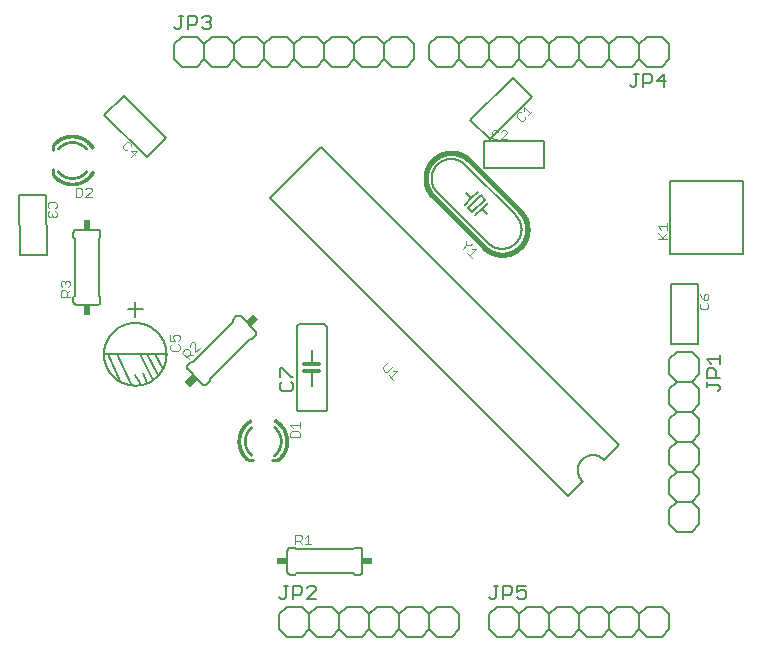
<source format=gto>
G75*
%MOIN*%
%OFA0B0*%
%FSLAX25Y25*%
%IPPOS*%
%LPD*%
%AMOC8*
5,1,8,0,0,1.08239X$1,22.5*
%
%ADD10C,0.00500*%
%ADD11C,0.00300*%
%ADD12C,0.00400*%
%ADD13C,0.00060*%
%ADD14C,0.00100*%
%ADD15C,0.01000*%
%ADD16C,0.00600*%
%ADD17R,0.03400X0.02400*%
%ADD18R,0.02400X0.03400*%
%ADD19C,0.01600*%
%ADD20C,0.01200*%
D10*
X0107188Y0038660D02*
X0107939Y0037909D01*
X0108689Y0037909D01*
X0109440Y0038660D01*
X0109440Y0042413D01*
X0110190Y0042413D02*
X0108689Y0042413D01*
X0111792Y0042413D02*
X0114044Y0042413D01*
X0114794Y0041662D01*
X0114794Y0040161D01*
X0114044Y0039410D01*
X0111792Y0039410D01*
X0111792Y0037909D02*
X0111792Y0042413D01*
X0116396Y0041662D02*
X0117146Y0042413D01*
X0118648Y0042413D01*
X0119398Y0041662D01*
X0119398Y0040912D01*
X0116396Y0037909D01*
X0119398Y0037909D01*
X0177188Y0038660D02*
X0177939Y0037909D01*
X0178689Y0037909D01*
X0179440Y0038660D01*
X0179440Y0042413D01*
X0180190Y0042413D02*
X0178689Y0042413D01*
X0181792Y0042413D02*
X0184044Y0042413D01*
X0184794Y0041662D01*
X0184794Y0040161D01*
X0184044Y0039410D01*
X0181792Y0039410D01*
X0181792Y0037909D02*
X0181792Y0042413D01*
X0186396Y0042413D02*
X0186396Y0040161D01*
X0187897Y0040912D01*
X0188648Y0040912D01*
X0189398Y0040161D01*
X0189398Y0038660D01*
X0188648Y0037909D01*
X0187146Y0037909D01*
X0186396Y0038660D01*
X0186396Y0042413D02*
X0189398Y0042413D01*
X0203412Y0072304D02*
X0208367Y0077259D01*
X0208339Y0084636D02*
X0208444Y0084730D01*
X0208552Y0084821D01*
X0208662Y0084909D01*
X0208775Y0084993D01*
X0208890Y0085075D01*
X0209007Y0085153D01*
X0209126Y0085228D01*
X0209248Y0085299D01*
X0209371Y0085367D01*
X0209497Y0085432D01*
X0209624Y0085493D01*
X0209752Y0085550D01*
X0209883Y0085604D01*
X0210014Y0085654D01*
X0210147Y0085701D01*
X0210282Y0085743D01*
X0210417Y0085782D01*
X0210554Y0085817D01*
X0210691Y0085848D01*
X0210829Y0085876D01*
X0210968Y0085899D01*
X0211108Y0085919D01*
X0211248Y0085934D01*
X0211388Y0085946D01*
X0211529Y0085954D01*
X0211670Y0085958D01*
X0211811Y0085957D01*
X0211952Y0085953D01*
X0212092Y0085945D01*
X0212233Y0085933D01*
X0212373Y0085917D01*
X0212512Y0085898D01*
X0212651Y0085874D01*
X0212789Y0085846D01*
X0212927Y0085815D01*
X0213063Y0085779D01*
X0213198Y0085740D01*
X0213333Y0085697D01*
X0213466Y0085651D01*
X0213597Y0085600D01*
X0213727Y0085546D01*
X0213856Y0085488D01*
X0213983Y0085427D01*
X0214108Y0085362D01*
X0214231Y0085294D01*
X0214352Y0085222D01*
X0214472Y0085147D01*
X0214589Y0085069D01*
X0214704Y0084987D01*
X0214816Y0084902D01*
X0214926Y0084814D01*
X0215034Y0084723D01*
X0215139Y0084629D01*
X0215241Y0084532D01*
X0215341Y0084433D01*
X0215437Y0084330D01*
X0215438Y0084330D02*
X0220393Y0089286D01*
X0121064Y0188615D01*
X0104083Y0171633D01*
X0203412Y0072304D01*
X0208367Y0077260D02*
X0208264Y0077356D01*
X0208165Y0077456D01*
X0208068Y0077558D01*
X0207974Y0077663D01*
X0207883Y0077771D01*
X0207795Y0077881D01*
X0207710Y0077993D01*
X0207628Y0078108D01*
X0207550Y0078225D01*
X0207475Y0078345D01*
X0207403Y0078466D01*
X0207335Y0078589D01*
X0207270Y0078714D01*
X0207209Y0078841D01*
X0207151Y0078970D01*
X0207097Y0079100D01*
X0207046Y0079231D01*
X0207000Y0079364D01*
X0206957Y0079499D01*
X0206918Y0079634D01*
X0206882Y0079770D01*
X0206851Y0079908D01*
X0206823Y0080046D01*
X0206799Y0080185D01*
X0206780Y0080324D01*
X0206764Y0080464D01*
X0206752Y0080605D01*
X0206744Y0080745D01*
X0206740Y0080886D01*
X0206739Y0081027D01*
X0206743Y0081168D01*
X0206751Y0081309D01*
X0206763Y0081449D01*
X0206778Y0081589D01*
X0206798Y0081729D01*
X0206821Y0081868D01*
X0206849Y0082006D01*
X0206880Y0082143D01*
X0206915Y0082280D01*
X0206954Y0082415D01*
X0206996Y0082550D01*
X0207043Y0082683D01*
X0207093Y0082814D01*
X0207147Y0082945D01*
X0207204Y0083073D01*
X0207265Y0083200D01*
X0207330Y0083326D01*
X0207398Y0083449D01*
X0207469Y0083571D01*
X0207544Y0083690D01*
X0207622Y0083807D01*
X0207704Y0083922D01*
X0207788Y0084035D01*
X0207876Y0084145D01*
X0207967Y0084253D01*
X0208061Y0084358D01*
X0208339Y0084636D01*
X0249684Y0108699D02*
X0249684Y0110200D01*
X0249684Y0109449D02*
X0253437Y0109449D01*
X0254188Y0108699D01*
X0254188Y0107948D01*
X0253437Y0107197D01*
X0252687Y0111801D02*
X0252687Y0114053D01*
X0251936Y0114804D01*
X0250435Y0114804D01*
X0249684Y0114053D01*
X0249684Y0111801D01*
X0254188Y0111801D01*
X0254188Y0116405D02*
X0254188Y0119408D01*
X0254188Y0117907D02*
X0249684Y0117907D01*
X0251185Y0116405D01*
X0246713Y0123027D02*
X0237713Y0123027D01*
X0237713Y0143027D01*
X0246713Y0143027D01*
X0246713Y0123027D01*
X0237488Y0152992D02*
X0261898Y0152992D01*
X0261898Y0177402D01*
X0237488Y0177402D01*
X0237488Y0152992D01*
X0195565Y0181627D02*
X0195565Y0190627D01*
X0175565Y0190627D01*
X0175565Y0181627D01*
X0195565Y0181627D01*
X0177311Y0191285D02*
X0170947Y0197649D01*
X0185089Y0211791D01*
X0191453Y0205427D01*
X0177311Y0191285D01*
X0223976Y0209260D02*
X0224727Y0208509D01*
X0225477Y0208509D01*
X0226228Y0209260D01*
X0226228Y0213013D01*
X0225477Y0213013D02*
X0226979Y0213013D01*
X0228580Y0213013D02*
X0230832Y0213013D01*
X0231583Y0212262D01*
X0231583Y0210761D01*
X0230832Y0210010D01*
X0228580Y0210010D01*
X0228580Y0208509D02*
X0228580Y0213013D01*
X0233184Y0210761D02*
X0236186Y0210761D01*
X0235436Y0208509D02*
X0235436Y0213013D01*
X0233184Y0210761D01*
X0111840Y0111943D02*
X0111090Y0111943D01*
X0108087Y0114946D01*
X0107336Y0114946D01*
X0107336Y0111943D01*
X0108087Y0110342D02*
X0107336Y0109591D01*
X0107336Y0108090D01*
X0108087Y0107339D01*
X0111090Y0107339D01*
X0111840Y0108090D01*
X0111840Y0109591D01*
X0111090Y0110342D01*
X0069697Y0119541D02*
X0065697Y0119541D01*
X0068447Y0114541D01*
X0066947Y0112541D02*
X0063197Y0119541D01*
X0060697Y0119541D01*
X0065197Y0111041D01*
X0063197Y0110041D02*
X0061697Y0113291D01*
X0059197Y0112651D02*
X0060697Y0110041D01*
X0057697Y0109541D02*
X0053197Y0119541D01*
X0050197Y0119541D01*
X0054197Y0110541D01*
X0053197Y0119541D02*
X0060697Y0119541D01*
X0048764Y0119541D02*
X0048767Y0119797D01*
X0048777Y0120053D01*
X0048792Y0120308D01*
X0048814Y0120564D01*
X0048842Y0120818D01*
X0048877Y0121072D01*
X0048918Y0121325D01*
X0048964Y0121576D01*
X0049017Y0121827D01*
X0049077Y0122076D01*
X0049142Y0122324D01*
X0049213Y0122570D01*
X0049291Y0122814D01*
X0049374Y0123056D01*
X0049463Y0123296D01*
X0049558Y0123534D01*
X0049659Y0123769D01*
X0049766Y0124002D01*
X0049878Y0124232D01*
X0049996Y0124459D01*
X0050119Y0124683D01*
X0050248Y0124905D01*
X0050383Y0125123D01*
X0050522Y0125337D01*
X0050667Y0125548D01*
X0050817Y0125756D01*
X0050972Y0125960D01*
X0051132Y0126160D01*
X0051297Y0126356D01*
X0051467Y0126547D01*
X0051641Y0126735D01*
X0051820Y0126918D01*
X0052003Y0127097D01*
X0052191Y0127271D01*
X0052382Y0127441D01*
X0052578Y0127606D01*
X0052778Y0127766D01*
X0052982Y0127921D01*
X0053190Y0128071D01*
X0053401Y0128216D01*
X0053615Y0128355D01*
X0053833Y0128490D01*
X0054055Y0128619D01*
X0054279Y0128742D01*
X0054506Y0128860D01*
X0054736Y0128972D01*
X0054969Y0129079D01*
X0055204Y0129180D01*
X0055442Y0129275D01*
X0055682Y0129364D01*
X0055924Y0129447D01*
X0056168Y0129525D01*
X0056414Y0129596D01*
X0056662Y0129661D01*
X0056911Y0129721D01*
X0057162Y0129774D01*
X0057413Y0129820D01*
X0057666Y0129861D01*
X0057920Y0129896D01*
X0058174Y0129924D01*
X0058430Y0129946D01*
X0058685Y0129961D01*
X0058941Y0129971D01*
X0059197Y0129974D01*
X0059453Y0129971D01*
X0059709Y0129961D01*
X0059964Y0129946D01*
X0060220Y0129924D01*
X0060474Y0129896D01*
X0060728Y0129861D01*
X0060981Y0129820D01*
X0061232Y0129774D01*
X0061483Y0129721D01*
X0061732Y0129661D01*
X0061980Y0129596D01*
X0062226Y0129525D01*
X0062470Y0129447D01*
X0062712Y0129364D01*
X0062952Y0129275D01*
X0063190Y0129180D01*
X0063425Y0129079D01*
X0063658Y0128972D01*
X0063888Y0128860D01*
X0064115Y0128742D01*
X0064339Y0128619D01*
X0064561Y0128490D01*
X0064779Y0128355D01*
X0064993Y0128216D01*
X0065204Y0128071D01*
X0065412Y0127921D01*
X0065616Y0127766D01*
X0065816Y0127606D01*
X0066012Y0127441D01*
X0066203Y0127271D01*
X0066391Y0127097D01*
X0066574Y0126918D01*
X0066753Y0126735D01*
X0066927Y0126547D01*
X0067097Y0126356D01*
X0067262Y0126160D01*
X0067422Y0125960D01*
X0067577Y0125756D01*
X0067727Y0125548D01*
X0067872Y0125337D01*
X0068011Y0125123D01*
X0068146Y0124905D01*
X0068275Y0124683D01*
X0068398Y0124459D01*
X0068516Y0124232D01*
X0068628Y0124002D01*
X0068735Y0123769D01*
X0068836Y0123534D01*
X0068931Y0123296D01*
X0069020Y0123056D01*
X0069103Y0122814D01*
X0069181Y0122570D01*
X0069252Y0122324D01*
X0069317Y0122076D01*
X0069377Y0121827D01*
X0069430Y0121576D01*
X0069476Y0121325D01*
X0069517Y0121072D01*
X0069552Y0120818D01*
X0069580Y0120564D01*
X0069602Y0120308D01*
X0069617Y0120053D01*
X0069627Y0119797D01*
X0069630Y0119541D01*
X0069627Y0119285D01*
X0069617Y0119029D01*
X0069602Y0118774D01*
X0069580Y0118518D01*
X0069552Y0118264D01*
X0069517Y0118010D01*
X0069476Y0117757D01*
X0069430Y0117506D01*
X0069377Y0117255D01*
X0069317Y0117006D01*
X0069252Y0116758D01*
X0069181Y0116512D01*
X0069103Y0116268D01*
X0069020Y0116026D01*
X0068931Y0115786D01*
X0068836Y0115548D01*
X0068735Y0115313D01*
X0068628Y0115080D01*
X0068516Y0114850D01*
X0068398Y0114623D01*
X0068275Y0114399D01*
X0068146Y0114177D01*
X0068011Y0113959D01*
X0067872Y0113745D01*
X0067727Y0113534D01*
X0067577Y0113326D01*
X0067422Y0113122D01*
X0067262Y0112922D01*
X0067097Y0112726D01*
X0066927Y0112535D01*
X0066753Y0112347D01*
X0066574Y0112164D01*
X0066391Y0111985D01*
X0066203Y0111811D01*
X0066012Y0111641D01*
X0065816Y0111476D01*
X0065616Y0111316D01*
X0065412Y0111161D01*
X0065204Y0111011D01*
X0064993Y0110866D01*
X0064779Y0110727D01*
X0064561Y0110592D01*
X0064339Y0110463D01*
X0064115Y0110340D01*
X0063888Y0110222D01*
X0063658Y0110110D01*
X0063425Y0110003D01*
X0063190Y0109902D01*
X0062952Y0109807D01*
X0062712Y0109718D01*
X0062470Y0109635D01*
X0062226Y0109557D01*
X0061980Y0109486D01*
X0061732Y0109421D01*
X0061483Y0109361D01*
X0061232Y0109308D01*
X0060981Y0109262D01*
X0060728Y0109221D01*
X0060474Y0109186D01*
X0060220Y0109158D01*
X0059964Y0109136D01*
X0059709Y0109121D01*
X0059453Y0109111D01*
X0059197Y0109108D01*
X0058941Y0109111D01*
X0058685Y0109121D01*
X0058430Y0109136D01*
X0058174Y0109158D01*
X0057920Y0109186D01*
X0057666Y0109221D01*
X0057413Y0109262D01*
X0057162Y0109308D01*
X0056911Y0109361D01*
X0056662Y0109421D01*
X0056414Y0109486D01*
X0056168Y0109557D01*
X0055924Y0109635D01*
X0055682Y0109718D01*
X0055442Y0109807D01*
X0055204Y0109902D01*
X0054969Y0110003D01*
X0054736Y0110110D01*
X0054506Y0110222D01*
X0054279Y0110340D01*
X0054055Y0110463D01*
X0053833Y0110592D01*
X0053615Y0110727D01*
X0053401Y0110866D01*
X0053190Y0111011D01*
X0052982Y0111161D01*
X0052778Y0111316D01*
X0052578Y0111476D01*
X0052382Y0111641D01*
X0052191Y0111811D01*
X0052003Y0111985D01*
X0051820Y0112164D01*
X0051641Y0112347D01*
X0051467Y0112535D01*
X0051297Y0112726D01*
X0051132Y0112922D01*
X0050972Y0113122D01*
X0050817Y0113326D01*
X0050667Y0113534D01*
X0050522Y0113745D01*
X0050383Y0113959D01*
X0050248Y0114177D01*
X0050119Y0114399D01*
X0049996Y0114623D01*
X0049878Y0114850D01*
X0049766Y0115080D01*
X0049659Y0115313D01*
X0049558Y0115548D01*
X0049463Y0115786D01*
X0049374Y0116026D01*
X0049291Y0116268D01*
X0049213Y0116512D01*
X0049142Y0116758D01*
X0049077Y0117006D01*
X0049017Y0117255D01*
X0048964Y0117506D01*
X0048918Y0117757D01*
X0048877Y0118010D01*
X0048842Y0118264D01*
X0048814Y0118518D01*
X0048792Y0118774D01*
X0048777Y0119029D01*
X0048767Y0119285D01*
X0048764Y0119541D01*
X0048697Y0119541D02*
X0050197Y0119541D01*
X0063197Y0119541D02*
X0065697Y0119541D01*
X0059197Y0132041D02*
X0059197Y0134541D01*
X0056697Y0134541D01*
X0059197Y0134541D02*
X0059197Y0137041D01*
X0059197Y0134541D02*
X0061697Y0134541D01*
X0029634Y0152777D02*
X0020634Y0152683D01*
X0020425Y0172682D01*
X0029424Y0172776D01*
X0029634Y0152777D01*
X0063076Y0185206D02*
X0069440Y0191570D01*
X0055298Y0205712D01*
X0048934Y0199348D01*
X0063076Y0185206D01*
X0072939Y0227909D02*
X0073689Y0227909D01*
X0074440Y0228660D01*
X0074440Y0232413D01*
X0075190Y0232413D02*
X0073689Y0232413D01*
X0076792Y0232413D02*
X0079044Y0232413D01*
X0079794Y0231662D01*
X0079794Y0230161D01*
X0079044Y0229410D01*
X0076792Y0229410D01*
X0076792Y0227909D02*
X0076792Y0232413D01*
X0081396Y0231662D02*
X0082146Y0232413D01*
X0083648Y0232413D01*
X0084398Y0231662D01*
X0084398Y0230912D01*
X0083648Y0230161D01*
X0084398Y0229410D01*
X0084398Y0228660D01*
X0083648Y0227909D01*
X0082146Y0227909D01*
X0081396Y0228660D01*
X0082897Y0230161D02*
X0083648Y0230161D01*
X0072939Y0227909D02*
X0072188Y0228660D01*
D11*
X0057131Y0190235D02*
X0056447Y0190235D01*
X0055079Y0188867D01*
X0055079Y0188183D01*
X0055763Y0187498D01*
X0056447Y0187498D01*
X0057846Y0187467D02*
X0059215Y0186099D01*
X0059899Y0187467D02*
X0057846Y0187467D01*
X0057815Y0188867D02*
X0057815Y0189551D01*
X0057131Y0190235D01*
X0059899Y0187467D02*
X0057846Y0185415D01*
X0033009Y0169680D02*
X0032520Y0170158D01*
X0030586Y0170138D01*
X0030107Y0169649D01*
X0030117Y0168682D01*
X0030606Y0168203D01*
X0030616Y0167192D02*
X0030138Y0166703D01*
X0030148Y0165735D01*
X0030637Y0165257D01*
X0031120Y0165262D01*
X0031599Y0165751D01*
X0031594Y0166234D01*
X0031599Y0165751D02*
X0032088Y0165272D01*
X0032572Y0165277D01*
X0033050Y0165766D01*
X0033040Y0166733D01*
X0032551Y0167212D01*
X0032541Y0168223D02*
X0033019Y0168712D01*
X0033009Y0169680D01*
X0178215Y0191761D02*
X0178699Y0191277D01*
X0179666Y0191277D01*
X0180150Y0191761D01*
X0181161Y0191277D02*
X0183096Y0193212D01*
X0183096Y0193696D01*
X0182613Y0194179D01*
X0181645Y0194179D01*
X0181161Y0193696D01*
X0180150Y0193696D02*
X0179666Y0194179D01*
X0178699Y0194179D01*
X0178215Y0193696D01*
X0178215Y0191761D01*
X0181161Y0191277D02*
X0183096Y0191277D01*
X0187793Y0197430D02*
X0186424Y0198798D01*
X0186424Y0199482D01*
X0187108Y0200167D01*
X0187793Y0200167D01*
X0188850Y0200540D02*
X0188850Y0201908D01*
X0190902Y0199856D01*
X0190218Y0199172D02*
X0191586Y0200540D01*
X0189161Y0198798D02*
X0189161Y0198114D01*
X0188477Y0197430D01*
X0187793Y0197430D01*
X0247360Y0139665D02*
X0247844Y0138698D01*
X0248811Y0137730D01*
X0248811Y0139181D01*
X0249295Y0139665D01*
X0249779Y0139665D01*
X0250263Y0139181D01*
X0250263Y0138214D01*
X0249779Y0137730D01*
X0248811Y0137730D01*
X0247844Y0136718D02*
X0247360Y0136235D01*
X0247360Y0135267D01*
X0247844Y0134784D01*
X0249779Y0134784D01*
X0250263Y0135267D01*
X0250263Y0136235D01*
X0249779Y0136718D01*
D12*
X0236493Y0157897D02*
X0233391Y0157897D01*
X0234942Y0158414D02*
X0236493Y0159965D01*
X0236493Y0161120D02*
X0236493Y0163188D01*
X0236493Y0162154D02*
X0233391Y0162154D01*
X0234425Y0161120D01*
X0233391Y0159965D02*
X0235459Y0157897D01*
X0172842Y0154711D02*
X0170648Y0152517D01*
X0169917Y0153248D02*
X0171380Y0151786D01*
X0171380Y0154711D02*
X0172842Y0154711D01*
X0171295Y0156258D02*
X0170929Y0155893D01*
X0169466Y0155893D01*
X0168370Y0154796D01*
X0169466Y0155893D02*
X0169466Y0157355D01*
X0169832Y0157721D01*
X0143540Y0117058D02*
X0141712Y0115230D01*
X0141712Y0114499D01*
X0142443Y0113767D01*
X0143174Y0113767D01*
X0145003Y0115596D01*
X0145087Y0114048D02*
X0146550Y0114048D01*
X0144356Y0111854D01*
X0143625Y0112585D02*
X0145087Y0111123D01*
X0114024Y0097132D02*
X0114024Y0095063D01*
X0114024Y0096098D02*
X0110921Y0096098D01*
X0111955Y0095063D01*
X0111438Y0093909D02*
X0110921Y0093392D01*
X0110921Y0091841D01*
X0114024Y0091841D01*
X0114024Y0093392D01*
X0113506Y0093909D01*
X0111438Y0093909D01*
X0080751Y0121680D02*
X0079288Y0120217D01*
X0079288Y0123143D01*
X0078922Y0123508D01*
X0078191Y0123508D01*
X0077460Y0122777D01*
X0077460Y0122046D01*
X0076643Y0121229D02*
X0077375Y0120498D01*
X0077375Y0119767D01*
X0076278Y0118670D01*
X0077009Y0119401D02*
X0078472Y0119401D01*
X0077009Y0117939D02*
X0074815Y0120133D01*
X0075912Y0121229D01*
X0076643Y0121229D01*
X0073997Y0121312D02*
X0073997Y0122347D01*
X0073480Y0122864D01*
X0073480Y0124018D02*
X0073997Y0124535D01*
X0073997Y0125569D01*
X0073480Y0126086D01*
X0072446Y0126086D01*
X0071929Y0125569D01*
X0071929Y0125052D01*
X0072446Y0124018D01*
X0070895Y0124018D01*
X0070895Y0126086D01*
X0071412Y0122864D02*
X0070895Y0122347D01*
X0070895Y0121312D01*
X0071412Y0120795D01*
X0073480Y0120795D01*
X0073997Y0121312D01*
X0037406Y0138785D02*
X0034303Y0138785D01*
X0034303Y0140336D01*
X0034820Y0140853D01*
X0035855Y0140853D01*
X0036372Y0140336D01*
X0036372Y0138785D01*
X0036372Y0139819D02*
X0037406Y0140853D01*
X0036889Y0142008D02*
X0037406Y0142525D01*
X0037406Y0143559D01*
X0036889Y0144076D01*
X0036372Y0144076D01*
X0035855Y0143559D01*
X0035855Y0143042D01*
X0035855Y0143559D02*
X0035337Y0144076D01*
X0034820Y0144076D01*
X0034303Y0143559D01*
X0034303Y0142525D01*
X0034820Y0142008D01*
X0039358Y0171986D02*
X0040909Y0171986D01*
X0041426Y0172503D01*
X0041426Y0174572D01*
X0040909Y0175089D01*
X0039358Y0175089D01*
X0039358Y0171986D01*
X0042581Y0171986D02*
X0044649Y0174054D01*
X0044649Y0174572D01*
X0044132Y0175089D01*
X0043098Y0175089D01*
X0042581Y0174572D01*
X0042581Y0171986D02*
X0044649Y0171986D01*
X0112595Y0059407D02*
X0114147Y0059407D01*
X0114664Y0058890D01*
X0114664Y0057856D01*
X0114147Y0057339D01*
X0112595Y0057339D01*
X0112595Y0056305D02*
X0112595Y0059407D01*
X0113629Y0057339D02*
X0114664Y0056305D01*
X0115818Y0056305D02*
X0117886Y0056305D01*
X0116852Y0056305D02*
X0116852Y0059407D01*
X0115818Y0058373D01*
D13*
X0097852Y0095516D02*
X0098183Y0095090D01*
X0098183Y0095091D02*
X0098068Y0094998D01*
X0097956Y0094903D01*
X0097846Y0094805D01*
X0097739Y0094704D01*
X0097635Y0094600D01*
X0097533Y0094493D01*
X0097434Y0094384D01*
X0097338Y0094273D01*
X0097244Y0094159D01*
X0097154Y0094043D01*
X0097067Y0093924D01*
X0096983Y0093803D01*
X0096902Y0093681D01*
X0096824Y0093556D01*
X0096749Y0093429D01*
X0096678Y0093300D01*
X0096609Y0093170D01*
X0096545Y0093037D01*
X0096484Y0092903D01*
X0096426Y0092768D01*
X0096371Y0092631D01*
X0096321Y0092493D01*
X0096273Y0092353D01*
X0096230Y0092213D01*
X0096190Y0092071D01*
X0096153Y0091929D01*
X0096121Y0091785D01*
X0096092Y0091641D01*
X0096067Y0091496D01*
X0096045Y0091350D01*
X0096027Y0091204D01*
X0096013Y0091057D01*
X0096003Y0090910D01*
X0095997Y0090763D01*
X0095994Y0090616D01*
X0095455Y0090616D01*
X0095454Y0090616D01*
X0095457Y0090773D01*
X0095463Y0090929D01*
X0095474Y0091086D01*
X0095488Y0091242D01*
X0095507Y0091398D01*
X0095529Y0091553D01*
X0095555Y0091707D01*
X0095585Y0091861D01*
X0095619Y0092014D01*
X0095657Y0092167D01*
X0095698Y0092318D01*
X0095743Y0092468D01*
X0095792Y0092617D01*
X0095845Y0092765D01*
X0095901Y0092911D01*
X0095961Y0093056D01*
X0096025Y0093199D01*
X0096092Y0093341D01*
X0096162Y0093481D01*
X0096236Y0093619D01*
X0096314Y0093755D01*
X0096395Y0093890D01*
X0096479Y0094022D01*
X0096567Y0094152D01*
X0096657Y0094280D01*
X0096751Y0094405D01*
X0096848Y0094528D01*
X0096949Y0094649D01*
X0097052Y0094767D01*
X0097158Y0094883D01*
X0097266Y0094995D01*
X0097378Y0095106D01*
X0097492Y0095213D01*
X0097609Y0095317D01*
X0097729Y0095419D01*
X0097851Y0095517D01*
X0097886Y0095473D01*
X0097765Y0095375D01*
X0097646Y0095275D01*
X0097530Y0095171D01*
X0097417Y0095065D01*
X0097306Y0094956D01*
X0097198Y0094844D01*
X0097093Y0094730D01*
X0096991Y0094613D01*
X0096892Y0094493D01*
X0096796Y0094371D01*
X0096703Y0094247D01*
X0096613Y0094120D01*
X0096526Y0093991D01*
X0096442Y0093860D01*
X0096362Y0093727D01*
X0096285Y0093592D01*
X0096212Y0093455D01*
X0096142Y0093316D01*
X0096075Y0093176D01*
X0096012Y0093034D01*
X0095953Y0092890D01*
X0095897Y0092745D01*
X0095845Y0092599D01*
X0095797Y0092451D01*
X0095752Y0092303D01*
X0095711Y0092153D01*
X0095673Y0092002D01*
X0095640Y0091850D01*
X0095610Y0091698D01*
X0095584Y0091544D01*
X0095562Y0091391D01*
X0095544Y0091236D01*
X0095530Y0091082D01*
X0095519Y0090927D01*
X0095513Y0090771D01*
X0095510Y0090616D01*
X0095566Y0090616D01*
X0095569Y0090770D01*
X0095575Y0090924D01*
X0095586Y0091077D01*
X0095600Y0091231D01*
X0095618Y0091384D01*
X0095640Y0091536D01*
X0095665Y0091688D01*
X0095695Y0091839D01*
X0095728Y0091989D01*
X0095765Y0092139D01*
X0095806Y0092287D01*
X0095850Y0092435D01*
X0095898Y0092581D01*
X0095950Y0092726D01*
X0096005Y0092870D01*
X0096064Y0093012D01*
X0096126Y0093153D01*
X0096192Y0093292D01*
X0096262Y0093429D01*
X0096334Y0093565D01*
X0096411Y0093699D01*
X0096490Y0093830D01*
X0096573Y0093960D01*
X0096659Y0094088D01*
X0096748Y0094213D01*
X0096840Y0094337D01*
X0096935Y0094458D01*
X0097034Y0094576D01*
X0097135Y0094692D01*
X0097239Y0094806D01*
X0097346Y0094916D01*
X0097455Y0095025D01*
X0097568Y0095130D01*
X0097683Y0095232D01*
X0097800Y0095332D01*
X0097920Y0095428D01*
X0097954Y0095384D01*
X0097836Y0095289D01*
X0097719Y0095190D01*
X0097605Y0095088D01*
X0097494Y0094984D01*
X0097385Y0094877D01*
X0097280Y0094767D01*
X0097176Y0094655D01*
X0097076Y0094540D01*
X0096979Y0094422D01*
X0096884Y0094303D01*
X0096793Y0094180D01*
X0096705Y0094056D01*
X0096620Y0093929D01*
X0096538Y0093801D01*
X0096459Y0093670D01*
X0096383Y0093538D01*
X0096311Y0093403D01*
X0096243Y0093267D01*
X0096177Y0093129D01*
X0096115Y0092990D01*
X0096057Y0092849D01*
X0096002Y0092706D01*
X0095951Y0092563D01*
X0095903Y0092418D01*
X0095859Y0092272D01*
X0095819Y0092125D01*
X0095783Y0091977D01*
X0095750Y0091828D01*
X0095720Y0091678D01*
X0095695Y0091528D01*
X0095673Y0091377D01*
X0095656Y0091225D01*
X0095641Y0091073D01*
X0095631Y0090921D01*
X0095625Y0090769D01*
X0095622Y0090616D01*
X0095678Y0090616D01*
X0095681Y0090767D01*
X0095687Y0090918D01*
X0095697Y0091069D01*
X0095711Y0091219D01*
X0095729Y0091369D01*
X0095750Y0091519D01*
X0095776Y0091668D01*
X0095805Y0091816D01*
X0095837Y0091964D01*
X0095873Y0092111D01*
X0095913Y0092256D01*
X0095957Y0092401D01*
X0096004Y0092545D01*
X0096055Y0092687D01*
X0096109Y0092828D01*
X0096167Y0092968D01*
X0096228Y0093106D01*
X0096293Y0093242D01*
X0096361Y0093377D01*
X0096432Y0093511D01*
X0096507Y0093642D01*
X0096585Y0093771D01*
X0096666Y0093899D01*
X0096751Y0094024D01*
X0096838Y0094147D01*
X0096929Y0094268D01*
X0097022Y0094387D01*
X0097119Y0094503D01*
X0097218Y0094617D01*
X0097320Y0094729D01*
X0097425Y0094837D01*
X0097533Y0094943D01*
X0097643Y0095047D01*
X0097756Y0095147D01*
X0097871Y0095245D01*
X0097989Y0095340D01*
X0098023Y0095296D01*
X0097903Y0095199D01*
X0097786Y0095099D01*
X0097671Y0094997D01*
X0097559Y0094891D01*
X0097450Y0094783D01*
X0097343Y0094671D01*
X0097240Y0094557D01*
X0097139Y0094441D01*
X0097042Y0094322D01*
X0096947Y0094200D01*
X0096856Y0094076D01*
X0096768Y0093950D01*
X0096683Y0093821D01*
X0096601Y0093691D01*
X0096523Y0093558D01*
X0096449Y0093423D01*
X0096377Y0093287D01*
X0096310Y0093148D01*
X0096246Y0093008D01*
X0096185Y0092867D01*
X0096128Y0092724D01*
X0096075Y0092579D01*
X0096026Y0092433D01*
X0095980Y0092286D01*
X0095939Y0092138D01*
X0095901Y0091989D01*
X0095866Y0091839D01*
X0095836Y0091688D01*
X0095810Y0091536D01*
X0095787Y0091384D01*
X0095769Y0091231D01*
X0095754Y0091077D01*
X0095744Y0090924D01*
X0095737Y0090770D01*
X0095734Y0090616D01*
X0095790Y0090616D01*
X0095793Y0090769D01*
X0095799Y0090921D01*
X0095810Y0091073D01*
X0095824Y0091225D01*
X0095843Y0091376D01*
X0095865Y0091527D01*
X0095891Y0091678D01*
X0095921Y0091827D01*
X0095955Y0091976D01*
X0095993Y0092124D01*
X0096034Y0092270D01*
X0096079Y0092416D01*
X0096128Y0092561D01*
X0096181Y0092704D01*
X0096237Y0092846D01*
X0096297Y0092986D01*
X0096360Y0093125D01*
X0096427Y0093262D01*
X0096498Y0093397D01*
X0096572Y0093530D01*
X0096649Y0093662D01*
X0096730Y0093791D01*
X0096814Y0093918D01*
X0096901Y0094043D01*
X0096992Y0094166D01*
X0097085Y0094287D01*
X0097182Y0094405D01*
X0097282Y0094520D01*
X0097384Y0094633D01*
X0097490Y0094743D01*
X0097598Y0094851D01*
X0097709Y0094955D01*
X0097823Y0095057D01*
X0097939Y0095156D01*
X0098057Y0095252D01*
X0098092Y0095207D01*
X0097974Y0095113D01*
X0097859Y0095015D01*
X0097747Y0094914D01*
X0097637Y0094810D01*
X0097529Y0094704D01*
X0097425Y0094595D01*
X0097323Y0094483D01*
X0097225Y0094369D01*
X0097129Y0094252D01*
X0097036Y0094132D01*
X0096947Y0094011D01*
X0096860Y0093887D01*
X0096777Y0093761D01*
X0096697Y0093633D01*
X0096620Y0093502D01*
X0096547Y0093370D01*
X0096477Y0093236D01*
X0096411Y0093101D01*
X0096348Y0092963D01*
X0096289Y0092824D01*
X0096233Y0092684D01*
X0096181Y0092542D01*
X0096133Y0092399D01*
X0096088Y0092255D01*
X0096047Y0092109D01*
X0096010Y0091963D01*
X0095976Y0091816D01*
X0095946Y0091667D01*
X0095920Y0091519D01*
X0095898Y0091369D01*
X0095880Y0091219D01*
X0095866Y0091069D01*
X0095855Y0090918D01*
X0095849Y0090767D01*
X0095846Y0090616D01*
X0095902Y0090616D01*
X0095905Y0090766D01*
X0095911Y0090915D01*
X0095922Y0091064D01*
X0095936Y0091213D01*
X0095954Y0091362D01*
X0095976Y0091510D01*
X0096001Y0091657D01*
X0096031Y0091804D01*
X0096064Y0091950D01*
X0096101Y0092095D01*
X0096142Y0092239D01*
X0096186Y0092382D01*
X0096234Y0092523D01*
X0096285Y0092664D01*
X0096341Y0092803D01*
X0096399Y0092941D01*
X0096462Y0093077D01*
X0096527Y0093211D01*
X0096597Y0093344D01*
X0096669Y0093475D01*
X0096745Y0093603D01*
X0096824Y0093730D01*
X0096907Y0093855D01*
X0096992Y0093978D01*
X0097081Y0094098D01*
X0097173Y0094217D01*
X0097268Y0094332D01*
X0097365Y0094446D01*
X0097466Y0094556D01*
X0097569Y0094664D01*
X0097675Y0094770D01*
X0097784Y0094873D01*
X0097896Y0094972D01*
X0098010Y0095069D01*
X0098126Y0095163D01*
X0098161Y0095119D01*
X0098045Y0095026D01*
X0097932Y0094930D01*
X0097822Y0094831D01*
X0097714Y0094730D01*
X0097609Y0094625D01*
X0097507Y0094518D01*
X0097407Y0094408D01*
X0097310Y0094296D01*
X0097216Y0094182D01*
X0097125Y0094065D01*
X0097038Y0093945D01*
X0096953Y0093824D01*
X0096871Y0093700D01*
X0096793Y0093574D01*
X0096718Y0093447D01*
X0096646Y0093317D01*
X0096577Y0093186D01*
X0096512Y0093053D01*
X0096451Y0092918D01*
X0096392Y0092782D01*
X0096338Y0092644D01*
X0096287Y0092505D01*
X0096239Y0092365D01*
X0096195Y0092223D01*
X0096155Y0092080D01*
X0096118Y0091937D01*
X0096086Y0091792D01*
X0096056Y0091647D01*
X0096031Y0091501D01*
X0096009Y0091355D01*
X0095992Y0091207D01*
X0095978Y0091060D01*
X0095967Y0090912D01*
X0095961Y0090764D01*
X0095958Y0090616D01*
X0107993Y0090615D02*
X0107453Y0090615D01*
X0107454Y0090616D02*
X0107451Y0090766D01*
X0107444Y0090916D01*
X0107434Y0091066D01*
X0107419Y0091215D01*
X0107401Y0091364D01*
X0107379Y0091512D01*
X0107352Y0091660D01*
X0107322Y0091807D01*
X0107288Y0091954D01*
X0107251Y0092099D01*
X0107209Y0092243D01*
X0107164Y0092386D01*
X0107115Y0092528D01*
X0107062Y0092669D01*
X0107006Y0092808D01*
X0106946Y0092945D01*
X0106882Y0093081D01*
X0106815Y0093215D01*
X0106744Y0093348D01*
X0106670Y0093478D01*
X0106593Y0093607D01*
X0106512Y0093733D01*
X0106428Y0093858D01*
X0106341Y0093980D01*
X0106250Y0094100D01*
X0106157Y0094217D01*
X0106060Y0094332D01*
X0105960Y0094444D01*
X0105858Y0094554D01*
X0105753Y0094661D01*
X0105645Y0094765D01*
X0105534Y0094866D01*
X0105420Y0094964D01*
X0105304Y0095060D01*
X0105186Y0095152D01*
X0105509Y0095583D01*
X0105510Y0095584D01*
X0105633Y0095489D01*
X0105753Y0095390D01*
X0105871Y0095289D01*
X0105986Y0095184D01*
X0106099Y0095077D01*
X0106209Y0094967D01*
X0106316Y0094855D01*
X0106421Y0094740D01*
X0106522Y0094622D01*
X0106621Y0094502D01*
X0106717Y0094379D01*
X0106809Y0094254D01*
X0106899Y0094127D01*
X0106985Y0093997D01*
X0107068Y0093866D01*
X0107148Y0093732D01*
X0107224Y0093597D01*
X0107297Y0093459D01*
X0107366Y0093320D01*
X0107432Y0093179D01*
X0107495Y0093037D01*
X0107554Y0092893D01*
X0107609Y0092748D01*
X0107661Y0092601D01*
X0107709Y0092453D01*
X0107754Y0092304D01*
X0107795Y0092154D01*
X0107832Y0092003D01*
X0107865Y0091851D01*
X0107894Y0091699D01*
X0107920Y0091545D01*
X0107942Y0091391D01*
X0107960Y0091237D01*
X0107974Y0091082D01*
X0107985Y0090927D01*
X0107991Y0090771D01*
X0107994Y0090616D01*
X0107938Y0090616D01*
X0107935Y0090770D01*
X0107929Y0090924D01*
X0107919Y0091078D01*
X0107904Y0091231D01*
X0107887Y0091384D01*
X0107865Y0091537D01*
X0107839Y0091689D01*
X0107810Y0091840D01*
X0107777Y0091991D01*
X0107740Y0092140D01*
X0107700Y0092289D01*
X0107656Y0092437D01*
X0107608Y0092583D01*
X0107557Y0092729D01*
X0107502Y0092873D01*
X0107443Y0093015D01*
X0107381Y0093156D01*
X0107316Y0093296D01*
X0107247Y0093434D01*
X0107175Y0093570D01*
X0107099Y0093704D01*
X0107020Y0093836D01*
X0106938Y0093967D01*
X0106852Y0094095D01*
X0106764Y0094221D01*
X0106672Y0094345D01*
X0106577Y0094466D01*
X0106480Y0094586D01*
X0106379Y0094702D01*
X0106276Y0094817D01*
X0106169Y0094928D01*
X0106060Y0095037D01*
X0105948Y0095143D01*
X0105834Y0095247D01*
X0105717Y0095347D01*
X0105598Y0095445D01*
X0105476Y0095539D01*
X0105443Y0095494D01*
X0105563Y0095401D01*
X0105682Y0095304D01*
X0105797Y0095204D01*
X0105911Y0095102D01*
X0106021Y0094997D01*
X0106129Y0094889D01*
X0106235Y0094778D01*
X0106337Y0094665D01*
X0106437Y0094549D01*
X0106534Y0094431D01*
X0106628Y0094311D01*
X0106718Y0094188D01*
X0106806Y0094063D01*
X0106891Y0093936D01*
X0106972Y0093807D01*
X0107051Y0093676D01*
X0107126Y0093543D01*
X0107197Y0093408D01*
X0107266Y0093271D01*
X0107330Y0093133D01*
X0107392Y0092993D01*
X0107450Y0092852D01*
X0107504Y0092709D01*
X0107555Y0092565D01*
X0107602Y0092420D01*
X0107646Y0092274D01*
X0107686Y0092127D01*
X0107723Y0091978D01*
X0107755Y0091829D01*
X0107784Y0091679D01*
X0107809Y0091529D01*
X0107831Y0091377D01*
X0107849Y0091226D01*
X0107863Y0091074D01*
X0107873Y0090921D01*
X0107879Y0090769D01*
X0107882Y0090616D01*
X0107826Y0090616D01*
X0107823Y0090771D01*
X0107816Y0090927D01*
X0107806Y0091082D01*
X0107791Y0091237D01*
X0107773Y0091391D01*
X0107750Y0091545D01*
X0107724Y0091698D01*
X0107693Y0091851D01*
X0107659Y0092003D01*
X0107621Y0092153D01*
X0107579Y0092303D01*
X0107534Y0092452D01*
X0107484Y0092599D01*
X0107431Y0092745D01*
X0107374Y0092890D01*
X0107314Y0093033D01*
X0107250Y0093175D01*
X0107182Y0093315D01*
X0107110Y0093453D01*
X0107036Y0093589D01*
X0106957Y0093724D01*
X0106876Y0093856D01*
X0106791Y0093986D01*
X0106702Y0094114D01*
X0106611Y0094240D01*
X0106516Y0094363D01*
X0106418Y0094484D01*
X0106318Y0094603D01*
X0106214Y0094718D01*
X0106107Y0094831D01*
X0105997Y0094942D01*
X0105885Y0095049D01*
X0105770Y0095154D01*
X0105652Y0095255D01*
X0105532Y0095354D01*
X0105409Y0095450D01*
X0105376Y0095405D01*
X0105497Y0095310D01*
X0105616Y0095212D01*
X0105733Y0095112D01*
X0105847Y0095008D01*
X0105958Y0094902D01*
X0106067Y0094792D01*
X0106173Y0094680D01*
X0106275Y0094566D01*
X0106375Y0094448D01*
X0106472Y0094329D01*
X0106566Y0094206D01*
X0106657Y0094082D01*
X0106744Y0093955D01*
X0106829Y0093826D01*
X0106909Y0093695D01*
X0106987Y0093562D01*
X0107061Y0093427D01*
X0107132Y0093290D01*
X0107199Y0093151D01*
X0107262Y0093011D01*
X0107322Y0092869D01*
X0107379Y0092726D01*
X0107431Y0092581D01*
X0107480Y0092435D01*
X0107526Y0092287D01*
X0107567Y0092139D01*
X0107605Y0091990D01*
X0107639Y0091839D01*
X0107669Y0091688D01*
X0107695Y0091536D01*
X0107717Y0091384D01*
X0107735Y0091231D01*
X0107750Y0091078D01*
X0107761Y0090924D01*
X0107767Y0090770D01*
X0107770Y0090616D01*
X0107714Y0090616D01*
X0107711Y0090769D01*
X0107705Y0090921D01*
X0107694Y0091073D01*
X0107680Y0091225D01*
X0107662Y0091377D01*
X0107639Y0091528D01*
X0107614Y0091678D01*
X0107584Y0091828D01*
X0107550Y0091977D01*
X0107513Y0092125D01*
X0107472Y0092272D01*
X0107427Y0092418D01*
X0107379Y0092562D01*
X0107326Y0092706D01*
X0107271Y0092848D01*
X0107211Y0092988D01*
X0107148Y0093127D01*
X0107082Y0093265D01*
X0107012Y0093400D01*
X0106938Y0093534D01*
X0106861Y0093666D01*
X0106781Y0093796D01*
X0106698Y0093924D01*
X0106611Y0094049D01*
X0106521Y0094173D01*
X0106428Y0094294D01*
X0106332Y0094413D01*
X0106233Y0094529D01*
X0106132Y0094642D01*
X0106027Y0094753D01*
X0105919Y0094862D01*
X0105809Y0094967D01*
X0105696Y0095070D01*
X0105580Y0095169D01*
X0105462Y0095266D01*
X0105342Y0095360D01*
X0105308Y0095315D01*
X0105428Y0095222D01*
X0105545Y0095126D01*
X0105659Y0095028D01*
X0105771Y0094926D01*
X0105880Y0094821D01*
X0105987Y0094714D01*
X0106090Y0094604D01*
X0106191Y0094492D01*
X0106289Y0094377D01*
X0106385Y0094259D01*
X0106477Y0094139D01*
X0106566Y0094017D01*
X0106651Y0093893D01*
X0106734Y0093766D01*
X0106813Y0093637D01*
X0106889Y0093507D01*
X0106962Y0093374D01*
X0107032Y0093240D01*
X0107097Y0093104D01*
X0107160Y0092966D01*
X0107219Y0092827D01*
X0107274Y0092686D01*
X0107326Y0092544D01*
X0107374Y0092401D01*
X0107418Y0092256D01*
X0107459Y0092111D01*
X0107496Y0091964D01*
X0107529Y0091816D01*
X0107558Y0091668D01*
X0107584Y0091519D01*
X0107606Y0091370D01*
X0107624Y0091220D01*
X0107638Y0091069D01*
X0107649Y0090918D01*
X0107655Y0090767D01*
X0107658Y0090616D01*
X0107602Y0090616D01*
X0107599Y0090766D01*
X0107593Y0090915D01*
X0107582Y0091065D01*
X0107568Y0091214D01*
X0107550Y0091362D01*
X0107529Y0091511D01*
X0107503Y0091658D01*
X0107474Y0091805D01*
X0107441Y0091951D01*
X0107405Y0092096D01*
X0107364Y0092240D01*
X0107320Y0092384D01*
X0107273Y0092526D01*
X0107222Y0092666D01*
X0107167Y0092806D01*
X0107108Y0092944D01*
X0107047Y0093080D01*
X0106981Y0093215D01*
X0106913Y0093348D01*
X0106841Y0093479D01*
X0106765Y0093608D01*
X0106687Y0093736D01*
X0106605Y0093861D01*
X0106520Y0093985D01*
X0106432Y0094106D01*
X0106341Y0094224D01*
X0106246Y0094341D01*
X0106149Y0094455D01*
X0106049Y0094566D01*
X0105947Y0094675D01*
X0105841Y0094781D01*
X0105733Y0094885D01*
X0105622Y0094986D01*
X0105509Y0095083D01*
X0105393Y0095178D01*
X0105275Y0095270D01*
X0105241Y0095226D01*
X0105358Y0095134D01*
X0105473Y0095040D01*
X0105585Y0094943D01*
X0105695Y0094844D01*
X0105802Y0094741D01*
X0105906Y0094636D01*
X0106008Y0094528D01*
X0106107Y0094418D01*
X0106203Y0094305D01*
X0106297Y0094190D01*
X0106387Y0094072D01*
X0106474Y0093952D01*
X0106558Y0093830D01*
X0106640Y0093706D01*
X0106717Y0093580D01*
X0106792Y0093451D01*
X0106863Y0093321D01*
X0106931Y0093190D01*
X0106996Y0093056D01*
X0107057Y0092921D01*
X0107115Y0092785D01*
X0107169Y0092647D01*
X0107220Y0092507D01*
X0107267Y0092367D01*
X0107311Y0092225D01*
X0107351Y0092082D01*
X0107387Y0091938D01*
X0107419Y0091794D01*
X0107448Y0091648D01*
X0107473Y0091502D01*
X0107495Y0091355D01*
X0107513Y0091208D01*
X0107527Y0091060D01*
X0107537Y0090912D01*
X0107543Y0090764D01*
X0107546Y0090616D01*
X0107490Y0090616D01*
X0107487Y0090767D01*
X0107480Y0090918D01*
X0107470Y0091069D01*
X0107455Y0091219D01*
X0107437Y0091369D01*
X0107414Y0091518D01*
X0107388Y0091667D01*
X0107358Y0091815D01*
X0107323Y0091962D01*
X0107285Y0092108D01*
X0107244Y0092253D01*
X0107198Y0092397D01*
X0107149Y0092540D01*
X0107096Y0092682D01*
X0107039Y0092822D01*
X0106979Y0092960D01*
X0106915Y0093097D01*
X0106847Y0093232D01*
X0106776Y0093365D01*
X0106701Y0093497D01*
X0106624Y0093626D01*
X0106542Y0093753D01*
X0106458Y0093878D01*
X0106370Y0094001D01*
X0106279Y0094122D01*
X0106184Y0094240D01*
X0106087Y0094355D01*
X0105987Y0094468D01*
X0105884Y0094579D01*
X0105778Y0094686D01*
X0105669Y0094791D01*
X0105558Y0094893D01*
X0105443Y0094992D01*
X0105327Y0095088D01*
X0105208Y0095181D01*
X0105392Y0085502D02*
X0105078Y0085941D01*
X0105079Y0085941D02*
X0105199Y0086030D01*
X0105317Y0086122D01*
X0105432Y0086218D01*
X0105545Y0086316D01*
X0105655Y0086417D01*
X0105763Y0086521D01*
X0105867Y0086628D01*
X0105969Y0086738D01*
X0106068Y0086850D01*
X0106164Y0086964D01*
X0106257Y0087082D01*
X0106347Y0087201D01*
X0106434Y0087323D01*
X0106518Y0087447D01*
X0106598Y0087573D01*
X0106675Y0087702D01*
X0106749Y0087832D01*
X0106819Y0087964D01*
X0106886Y0088098D01*
X0106949Y0088234D01*
X0107008Y0088371D01*
X0107065Y0088509D01*
X0107117Y0088650D01*
X0107166Y0088791D01*
X0107211Y0088934D01*
X0107252Y0089078D01*
X0107289Y0089222D01*
X0107323Y0089368D01*
X0107353Y0089515D01*
X0107379Y0089662D01*
X0107401Y0089810D01*
X0107420Y0089959D01*
X0107434Y0090108D01*
X0107445Y0090257D01*
X0107451Y0090406D01*
X0107454Y0090556D01*
X0107993Y0090556D01*
X0107994Y0090556D01*
X0107991Y0090401D01*
X0107985Y0090246D01*
X0107974Y0090091D01*
X0107960Y0089936D01*
X0107942Y0089782D01*
X0107920Y0089628D01*
X0107895Y0089475D01*
X0107865Y0089323D01*
X0107832Y0089171D01*
X0107795Y0089020D01*
X0107755Y0088870D01*
X0107710Y0088721D01*
X0107662Y0088574D01*
X0107611Y0088427D01*
X0107555Y0088282D01*
X0107497Y0088139D01*
X0107434Y0087996D01*
X0107368Y0087856D01*
X0107299Y0087717D01*
X0107226Y0087580D01*
X0107150Y0087444D01*
X0107071Y0087311D01*
X0106988Y0087180D01*
X0106902Y0087050D01*
X0106813Y0086923D01*
X0106721Y0086798D01*
X0106625Y0086676D01*
X0106527Y0086556D01*
X0106426Y0086438D01*
X0106322Y0086323D01*
X0106215Y0086210D01*
X0106105Y0086100D01*
X0105993Y0085993D01*
X0105878Y0085889D01*
X0105760Y0085788D01*
X0105640Y0085689D01*
X0105517Y0085594D01*
X0105393Y0085501D01*
X0105360Y0085547D01*
X0105484Y0085639D01*
X0105605Y0085733D01*
X0105724Y0085831D01*
X0105841Y0085931D01*
X0105955Y0086035D01*
X0106066Y0086141D01*
X0106175Y0086249D01*
X0106281Y0086361D01*
X0106384Y0086475D01*
X0106484Y0086592D01*
X0106582Y0086711D01*
X0106676Y0086832D01*
X0106768Y0086956D01*
X0106856Y0087082D01*
X0106941Y0087210D01*
X0107023Y0087340D01*
X0107102Y0087472D01*
X0107177Y0087607D01*
X0107249Y0087743D01*
X0107318Y0087880D01*
X0107383Y0088019D01*
X0107445Y0088160D01*
X0107503Y0088303D01*
X0107558Y0088447D01*
X0107609Y0088592D01*
X0107657Y0088738D01*
X0107701Y0088885D01*
X0107741Y0089034D01*
X0107778Y0089183D01*
X0107810Y0089334D01*
X0107840Y0089485D01*
X0107865Y0089636D01*
X0107887Y0089789D01*
X0107904Y0089942D01*
X0107919Y0090095D01*
X0107929Y0090248D01*
X0107935Y0090402D01*
X0107938Y0090556D01*
X0107882Y0090556D01*
X0107879Y0090399D01*
X0107872Y0090243D01*
X0107862Y0090087D01*
X0107847Y0089931D01*
X0107828Y0089775D01*
X0107806Y0089620D01*
X0107779Y0089466D01*
X0107749Y0089312D01*
X0107715Y0089160D01*
X0107676Y0089008D01*
X0107634Y0088857D01*
X0107588Y0088707D01*
X0107539Y0088559D01*
X0107485Y0088412D01*
X0107428Y0088266D01*
X0107367Y0088122D01*
X0107303Y0087979D01*
X0107235Y0087838D01*
X0107163Y0087699D01*
X0107088Y0087561D01*
X0107009Y0087426D01*
X0106927Y0087293D01*
X0106842Y0087161D01*
X0106753Y0087032D01*
X0106661Y0086906D01*
X0106566Y0086781D01*
X0106468Y0086659D01*
X0106366Y0086540D01*
X0106262Y0086423D01*
X0106155Y0086309D01*
X0106045Y0086198D01*
X0105932Y0086090D01*
X0105816Y0085984D01*
X0105698Y0085882D01*
X0105577Y0085782D01*
X0105453Y0085686D01*
X0105328Y0085593D01*
X0105295Y0085638D01*
X0105420Y0085730D01*
X0105542Y0085826D01*
X0105662Y0085925D01*
X0105779Y0086026D01*
X0105894Y0086131D01*
X0106005Y0086238D01*
X0106115Y0086348D01*
X0106221Y0086461D01*
X0106324Y0086577D01*
X0106425Y0086695D01*
X0106522Y0086816D01*
X0106616Y0086939D01*
X0106708Y0087065D01*
X0106795Y0087193D01*
X0106880Y0087323D01*
X0106961Y0087455D01*
X0107039Y0087589D01*
X0107114Y0087725D01*
X0107185Y0087863D01*
X0107252Y0088003D01*
X0107316Y0088144D01*
X0107376Y0088287D01*
X0107433Y0088431D01*
X0107486Y0088577D01*
X0107535Y0088724D01*
X0107581Y0088873D01*
X0107622Y0089022D01*
X0107660Y0089173D01*
X0107694Y0089324D01*
X0107724Y0089476D01*
X0107750Y0089629D01*
X0107773Y0089783D01*
X0107791Y0089937D01*
X0107806Y0090091D01*
X0107817Y0090246D01*
X0107823Y0090401D01*
X0107826Y0090556D01*
X0107770Y0090556D01*
X0107767Y0090402D01*
X0107761Y0090249D01*
X0107750Y0090095D01*
X0107736Y0089942D01*
X0107717Y0089790D01*
X0107695Y0089638D01*
X0107669Y0089486D01*
X0107639Y0089335D01*
X0107606Y0089185D01*
X0107568Y0089036D01*
X0107527Y0088888D01*
X0107482Y0088741D01*
X0107433Y0088596D01*
X0107381Y0088451D01*
X0107324Y0088308D01*
X0107265Y0088166D01*
X0107201Y0088026D01*
X0107135Y0087888D01*
X0107064Y0087751D01*
X0106990Y0087616D01*
X0106913Y0087484D01*
X0106833Y0087353D01*
X0106749Y0087224D01*
X0106662Y0087097D01*
X0106572Y0086973D01*
X0106478Y0086851D01*
X0106382Y0086731D01*
X0106282Y0086614D01*
X0106180Y0086499D01*
X0106074Y0086387D01*
X0105966Y0086278D01*
X0105855Y0086172D01*
X0105742Y0086068D01*
X0105626Y0085967D01*
X0105507Y0085870D01*
X0105386Y0085775D01*
X0105263Y0085684D01*
X0105230Y0085729D01*
X0105352Y0085820D01*
X0105472Y0085914D01*
X0105590Y0086010D01*
X0105705Y0086110D01*
X0105817Y0086213D01*
X0105927Y0086318D01*
X0106034Y0086426D01*
X0106139Y0086537D01*
X0106240Y0086651D01*
X0106339Y0086767D01*
X0106434Y0086885D01*
X0106527Y0087006D01*
X0106616Y0087130D01*
X0106702Y0087255D01*
X0106785Y0087383D01*
X0106865Y0087512D01*
X0106942Y0087644D01*
X0107015Y0087778D01*
X0107084Y0087913D01*
X0107151Y0088050D01*
X0107213Y0088189D01*
X0107273Y0088329D01*
X0107328Y0088471D01*
X0107380Y0088614D01*
X0107428Y0088758D01*
X0107473Y0088904D01*
X0107514Y0089051D01*
X0107551Y0089198D01*
X0107584Y0089347D01*
X0107614Y0089496D01*
X0107640Y0089646D01*
X0107662Y0089797D01*
X0107680Y0089948D01*
X0107694Y0090100D01*
X0107705Y0090252D01*
X0107711Y0090404D01*
X0107714Y0090556D01*
X0107658Y0090556D01*
X0107655Y0090405D01*
X0107649Y0090254D01*
X0107638Y0090104D01*
X0107624Y0089954D01*
X0107606Y0089804D01*
X0107584Y0089655D01*
X0107559Y0089506D01*
X0107530Y0089358D01*
X0107497Y0089211D01*
X0107460Y0089065D01*
X0107419Y0088920D01*
X0107375Y0088775D01*
X0107327Y0088632D01*
X0107276Y0088491D01*
X0107221Y0088350D01*
X0107162Y0088211D01*
X0107100Y0088074D01*
X0107034Y0087938D01*
X0106965Y0087804D01*
X0106893Y0087671D01*
X0106817Y0087541D01*
X0106738Y0087413D01*
X0106656Y0087286D01*
X0106570Y0087162D01*
X0106482Y0087040D01*
X0106390Y0086920D01*
X0106296Y0086803D01*
X0106198Y0086688D01*
X0106097Y0086575D01*
X0105994Y0086465D01*
X0105888Y0086358D01*
X0105779Y0086254D01*
X0105668Y0086152D01*
X0105554Y0086053D01*
X0105437Y0085957D01*
X0105319Y0085865D01*
X0105197Y0085775D01*
X0105165Y0085820D01*
X0105285Y0085909D01*
X0105403Y0086001D01*
X0105518Y0086096D01*
X0105631Y0086194D01*
X0105741Y0086295D01*
X0105849Y0086398D01*
X0105954Y0086504D01*
X0106056Y0086613D01*
X0106156Y0086725D01*
X0106252Y0086839D01*
X0106346Y0086955D01*
X0106437Y0087073D01*
X0106525Y0087194D01*
X0106609Y0087317D01*
X0106691Y0087443D01*
X0106769Y0087570D01*
X0106844Y0087699D01*
X0106916Y0087830D01*
X0106984Y0087963D01*
X0107049Y0088097D01*
X0107111Y0088234D01*
X0107169Y0088371D01*
X0107223Y0088510D01*
X0107274Y0088651D01*
X0107322Y0088792D01*
X0107365Y0088935D01*
X0107406Y0089079D01*
X0107442Y0089224D01*
X0107475Y0089370D01*
X0107504Y0089516D01*
X0107529Y0089663D01*
X0107551Y0089811D01*
X0107569Y0089960D01*
X0107583Y0090108D01*
X0107593Y0090257D01*
X0107599Y0090407D01*
X0107602Y0090556D01*
X0107546Y0090556D01*
X0107543Y0090404D01*
X0107536Y0090252D01*
X0107526Y0090100D01*
X0107511Y0089949D01*
X0107492Y0089798D01*
X0107470Y0089648D01*
X0107443Y0089498D01*
X0107413Y0089349D01*
X0107379Y0089201D01*
X0107341Y0089054D01*
X0107299Y0088907D01*
X0107253Y0088762D01*
X0107204Y0088619D01*
X0107150Y0088476D01*
X0107093Y0088335D01*
X0107033Y0088196D01*
X0106969Y0088058D01*
X0106901Y0087922D01*
X0106829Y0087788D01*
X0106755Y0087655D01*
X0106676Y0087525D01*
X0106595Y0087397D01*
X0106510Y0087270D01*
X0106421Y0087147D01*
X0106330Y0087025D01*
X0106236Y0086906D01*
X0106138Y0086790D01*
X0106037Y0086676D01*
X0105934Y0086564D01*
X0105827Y0086456D01*
X0105718Y0086350D01*
X0105606Y0086247D01*
X0105491Y0086147D01*
X0105374Y0086050D01*
X0105254Y0085957D01*
X0105132Y0085866D01*
X0105100Y0085911D01*
X0105221Y0086001D01*
X0105339Y0086094D01*
X0105455Y0086190D01*
X0105569Y0086289D01*
X0105680Y0086391D01*
X0105788Y0086496D01*
X0105893Y0086603D01*
X0105996Y0086713D01*
X0106096Y0086826D01*
X0106192Y0086942D01*
X0106286Y0087059D01*
X0106376Y0087180D01*
X0106464Y0087302D01*
X0106548Y0087427D01*
X0106629Y0087554D01*
X0106706Y0087683D01*
X0106780Y0087815D01*
X0106851Y0087948D01*
X0106918Y0088082D01*
X0106982Y0088219D01*
X0107042Y0088357D01*
X0107098Y0088496D01*
X0107151Y0088638D01*
X0107200Y0088780D01*
X0107245Y0088923D01*
X0107287Y0089068D01*
X0107324Y0089214D01*
X0107358Y0089361D01*
X0107388Y0089508D01*
X0107415Y0089656D01*
X0107437Y0089805D01*
X0107455Y0089955D01*
X0107470Y0090105D01*
X0107480Y0090255D01*
X0107487Y0090405D01*
X0107490Y0090556D01*
X0095455Y0090556D02*
X0095995Y0090556D01*
X0095994Y0090556D02*
X0095997Y0090409D01*
X0096003Y0090262D01*
X0096013Y0090115D01*
X0096027Y0089968D01*
X0096045Y0089822D01*
X0096067Y0089676D01*
X0096092Y0089531D01*
X0096121Y0089387D01*
X0096153Y0089243D01*
X0096190Y0089101D01*
X0096230Y0088959D01*
X0096273Y0088819D01*
X0096321Y0088679D01*
X0096371Y0088541D01*
X0096426Y0088404D01*
X0096484Y0088269D01*
X0096545Y0088135D01*
X0096609Y0088002D01*
X0096678Y0087872D01*
X0096749Y0087743D01*
X0096824Y0087616D01*
X0096902Y0087491D01*
X0096983Y0087369D01*
X0097067Y0087248D01*
X0097154Y0087129D01*
X0097244Y0087013D01*
X0097338Y0086899D01*
X0097434Y0086788D01*
X0097533Y0086679D01*
X0097635Y0086572D01*
X0097739Y0086468D01*
X0097846Y0086367D01*
X0097956Y0086269D01*
X0098068Y0086174D01*
X0098183Y0086081D01*
X0097852Y0085656D01*
X0097851Y0085655D01*
X0097729Y0085753D01*
X0097609Y0085855D01*
X0097492Y0085959D01*
X0097378Y0086066D01*
X0097266Y0086177D01*
X0097158Y0086289D01*
X0097052Y0086405D01*
X0096949Y0086523D01*
X0096848Y0086644D01*
X0096751Y0086767D01*
X0096657Y0086892D01*
X0096567Y0087020D01*
X0096479Y0087150D01*
X0096395Y0087282D01*
X0096314Y0087417D01*
X0096236Y0087553D01*
X0096162Y0087691D01*
X0096092Y0087831D01*
X0096025Y0087973D01*
X0095961Y0088116D01*
X0095901Y0088261D01*
X0095845Y0088407D01*
X0095792Y0088555D01*
X0095743Y0088704D01*
X0095698Y0088854D01*
X0095657Y0089005D01*
X0095619Y0089158D01*
X0095585Y0089311D01*
X0095555Y0089465D01*
X0095529Y0089619D01*
X0095507Y0089774D01*
X0095488Y0089930D01*
X0095474Y0090086D01*
X0095463Y0090243D01*
X0095457Y0090399D01*
X0095454Y0090556D01*
X0095510Y0090556D01*
X0095513Y0090401D01*
X0095519Y0090245D01*
X0095530Y0090090D01*
X0095544Y0089936D01*
X0095562Y0089781D01*
X0095584Y0089628D01*
X0095610Y0089474D01*
X0095640Y0089322D01*
X0095673Y0089170D01*
X0095711Y0089019D01*
X0095752Y0088869D01*
X0095797Y0088721D01*
X0095845Y0088573D01*
X0095897Y0088427D01*
X0095953Y0088282D01*
X0096012Y0088138D01*
X0096075Y0087996D01*
X0096142Y0087856D01*
X0096212Y0087717D01*
X0096285Y0087580D01*
X0096362Y0087445D01*
X0096442Y0087312D01*
X0096526Y0087181D01*
X0096613Y0087052D01*
X0096703Y0086925D01*
X0096796Y0086801D01*
X0096892Y0086679D01*
X0096991Y0086559D01*
X0097093Y0086442D01*
X0097198Y0086328D01*
X0097306Y0086216D01*
X0097417Y0086107D01*
X0097530Y0086001D01*
X0097646Y0085897D01*
X0097765Y0085797D01*
X0097886Y0085699D01*
X0097920Y0085744D01*
X0097800Y0085840D01*
X0097683Y0085940D01*
X0097568Y0086042D01*
X0097455Y0086147D01*
X0097346Y0086256D01*
X0097239Y0086366D01*
X0097135Y0086480D01*
X0097034Y0086596D01*
X0096935Y0086714D01*
X0096840Y0086835D01*
X0096748Y0086959D01*
X0096659Y0087084D01*
X0096573Y0087212D01*
X0096490Y0087342D01*
X0096411Y0087473D01*
X0096334Y0087607D01*
X0096262Y0087743D01*
X0096192Y0087880D01*
X0096126Y0088019D01*
X0096064Y0088160D01*
X0096005Y0088302D01*
X0095950Y0088446D01*
X0095898Y0088591D01*
X0095850Y0088737D01*
X0095806Y0088885D01*
X0095765Y0089033D01*
X0095728Y0089183D01*
X0095695Y0089333D01*
X0095665Y0089484D01*
X0095640Y0089636D01*
X0095618Y0089788D01*
X0095600Y0089941D01*
X0095586Y0090095D01*
X0095575Y0090248D01*
X0095569Y0090402D01*
X0095566Y0090556D01*
X0095622Y0090556D01*
X0095625Y0090403D01*
X0095631Y0090251D01*
X0095641Y0090099D01*
X0095656Y0089947D01*
X0095673Y0089795D01*
X0095695Y0089644D01*
X0095720Y0089494D01*
X0095750Y0089344D01*
X0095783Y0089195D01*
X0095819Y0089047D01*
X0095859Y0088900D01*
X0095903Y0088754D01*
X0095951Y0088609D01*
X0096002Y0088466D01*
X0096057Y0088323D01*
X0096115Y0088182D01*
X0096177Y0088043D01*
X0096243Y0087905D01*
X0096311Y0087769D01*
X0096383Y0087634D01*
X0096459Y0087502D01*
X0096538Y0087371D01*
X0096620Y0087243D01*
X0096705Y0087116D01*
X0096793Y0086992D01*
X0096884Y0086869D01*
X0096979Y0086750D01*
X0097076Y0086632D01*
X0097176Y0086517D01*
X0097280Y0086405D01*
X0097385Y0086295D01*
X0097494Y0086188D01*
X0097605Y0086084D01*
X0097719Y0085982D01*
X0097836Y0085883D01*
X0097954Y0085788D01*
X0097989Y0085832D01*
X0097871Y0085927D01*
X0097756Y0086025D01*
X0097643Y0086125D01*
X0097533Y0086229D01*
X0097425Y0086335D01*
X0097320Y0086443D01*
X0097218Y0086555D01*
X0097119Y0086669D01*
X0097022Y0086785D01*
X0096929Y0086904D01*
X0096838Y0087025D01*
X0096751Y0087148D01*
X0096666Y0087273D01*
X0096585Y0087401D01*
X0096507Y0087530D01*
X0096432Y0087661D01*
X0096361Y0087795D01*
X0096293Y0087930D01*
X0096228Y0088066D01*
X0096167Y0088204D01*
X0096109Y0088344D01*
X0096055Y0088485D01*
X0096004Y0088627D01*
X0095957Y0088771D01*
X0095913Y0088916D01*
X0095873Y0089061D01*
X0095837Y0089208D01*
X0095805Y0089356D01*
X0095776Y0089504D01*
X0095750Y0089653D01*
X0095729Y0089803D01*
X0095711Y0089953D01*
X0095697Y0090103D01*
X0095687Y0090254D01*
X0095681Y0090405D01*
X0095678Y0090556D01*
X0095734Y0090556D01*
X0095737Y0090402D01*
X0095744Y0090248D01*
X0095754Y0090095D01*
X0095769Y0089941D01*
X0095787Y0089788D01*
X0095810Y0089636D01*
X0095836Y0089484D01*
X0095866Y0089333D01*
X0095901Y0089183D01*
X0095939Y0089034D01*
X0095980Y0088886D01*
X0096026Y0088739D01*
X0096075Y0088593D01*
X0096128Y0088448D01*
X0096185Y0088305D01*
X0096246Y0088164D01*
X0096310Y0088024D01*
X0096377Y0087885D01*
X0096449Y0087749D01*
X0096523Y0087614D01*
X0096601Y0087481D01*
X0096683Y0087351D01*
X0096768Y0087222D01*
X0096856Y0087096D01*
X0096947Y0086972D01*
X0097042Y0086850D01*
X0097139Y0086731D01*
X0097240Y0086615D01*
X0097343Y0086501D01*
X0097450Y0086389D01*
X0097559Y0086281D01*
X0097671Y0086175D01*
X0097786Y0086073D01*
X0097903Y0085973D01*
X0098023Y0085876D01*
X0098057Y0085920D01*
X0097939Y0086016D01*
X0097823Y0086115D01*
X0097709Y0086217D01*
X0097598Y0086321D01*
X0097490Y0086429D01*
X0097384Y0086539D01*
X0097282Y0086652D01*
X0097182Y0086767D01*
X0097085Y0086885D01*
X0096992Y0087006D01*
X0096901Y0087129D01*
X0096814Y0087254D01*
X0096730Y0087381D01*
X0096649Y0087510D01*
X0096572Y0087642D01*
X0096498Y0087775D01*
X0096427Y0087910D01*
X0096360Y0088047D01*
X0096297Y0088186D01*
X0096237Y0088326D01*
X0096181Y0088468D01*
X0096128Y0088611D01*
X0096079Y0088756D01*
X0096034Y0088902D01*
X0095993Y0089048D01*
X0095955Y0089196D01*
X0095921Y0089345D01*
X0095891Y0089494D01*
X0095865Y0089645D01*
X0095843Y0089796D01*
X0095824Y0089947D01*
X0095810Y0090099D01*
X0095799Y0090251D01*
X0095793Y0090403D01*
X0095790Y0090556D01*
X0095846Y0090556D01*
X0095849Y0090405D01*
X0095855Y0090254D01*
X0095866Y0090103D01*
X0095880Y0089953D01*
X0095898Y0089803D01*
X0095920Y0089653D01*
X0095946Y0089505D01*
X0095976Y0089356D01*
X0096010Y0089209D01*
X0096047Y0089063D01*
X0096088Y0088917D01*
X0096133Y0088773D01*
X0096181Y0088630D01*
X0096233Y0088488D01*
X0096289Y0088348D01*
X0096348Y0088209D01*
X0096411Y0088071D01*
X0096477Y0087936D01*
X0096547Y0087802D01*
X0096620Y0087670D01*
X0096697Y0087539D01*
X0096777Y0087411D01*
X0096860Y0087285D01*
X0096947Y0087161D01*
X0097036Y0087040D01*
X0097129Y0086920D01*
X0097225Y0086803D01*
X0097323Y0086689D01*
X0097425Y0086577D01*
X0097529Y0086468D01*
X0097637Y0086362D01*
X0097747Y0086258D01*
X0097859Y0086157D01*
X0097974Y0086059D01*
X0098092Y0085965D01*
X0098126Y0086009D01*
X0098010Y0086103D01*
X0097896Y0086200D01*
X0097784Y0086299D01*
X0097675Y0086402D01*
X0097569Y0086508D01*
X0097466Y0086616D01*
X0097365Y0086726D01*
X0097268Y0086840D01*
X0097173Y0086955D01*
X0097081Y0087074D01*
X0096992Y0087194D01*
X0096907Y0087317D01*
X0096824Y0087442D01*
X0096745Y0087569D01*
X0096669Y0087697D01*
X0096597Y0087828D01*
X0096527Y0087961D01*
X0096462Y0088095D01*
X0096399Y0088231D01*
X0096341Y0088369D01*
X0096285Y0088508D01*
X0096234Y0088649D01*
X0096186Y0088790D01*
X0096142Y0088933D01*
X0096101Y0089077D01*
X0096064Y0089222D01*
X0096031Y0089368D01*
X0096001Y0089515D01*
X0095976Y0089662D01*
X0095954Y0089810D01*
X0095936Y0089959D01*
X0095922Y0090108D01*
X0095911Y0090257D01*
X0095905Y0090406D01*
X0095902Y0090556D01*
X0095958Y0090556D01*
X0095961Y0090408D01*
X0095967Y0090260D01*
X0095978Y0090112D01*
X0095992Y0089965D01*
X0096009Y0089817D01*
X0096031Y0089671D01*
X0096056Y0089525D01*
X0096086Y0089380D01*
X0096118Y0089235D01*
X0096155Y0089092D01*
X0096195Y0088949D01*
X0096239Y0088807D01*
X0096287Y0088667D01*
X0096338Y0088528D01*
X0096392Y0088390D01*
X0096451Y0088254D01*
X0096512Y0088119D01*
X0096577Y0087986D01*
X0096646Y0087855D01*
X0096718Y0087725D01*
X0096793Y0087598D01*
X0096871Y0087472D01*
X0096953Y0087348D01*
X0097038Y0087227D01*
X0097125Y0087107D01*
X0097216Y0086990D01*
X0097310Y0086876D01*
X0097407Y0086764D01*
X0097507Y0086654D01*
X0097609Y0086547D01*
X0097714Y0086442D01*
X0097822Y0086341D01*
X0097932Y0086242D01*
X0098045Y0086146D01*
X0098161Y0086053D01*
X0033020Y0180618D02*
X0033459Y0180932D01*
X0033459Y0180931D02*
X0033548Y0180811D01*
X0033640Y0180693D01*
X0033736Y0180578D01*
X0033834Y0180465D01*
X0033935Y0180355D01*
X0034039Y0180247D01*
X0034146Y0180143D01*
X0034256Y0180041D01*
X0034368Y0179942D01*
X0034482Y0179846D01*
X0034600Y0179753D01*
X0034719Y0179663D01*
X0034841Y0179576D01*
X0034965Y0179492D01*
X0035091Y0179412D01*
X0035220Y0179335D01*
X0035350Y0179261D01*
X0035482Y0179191D01*
X0035616Y0179124D01*
X0035752Y0179061D01*
X0035889Y0179002D01*
X0036027Y0178945D01*
X0036168Y0178893D01*
X0036309Y0178844D01*
X0036452Y0178799D01*
X0036596Y0178758D01*
X0036740Y0178721D01*
X0036886Y0178687D01*
X0037033Y0178657D01*
X0037180Y0178631D01*
X0037328Y0178609D01*
X0037477Y0178590D01*
X0037626Y0178576D01*
X0037775Y0178565D01*
X0037924Y0178559D01*
X0038074Y0178556D01*
X0038074Y0178017D01*
X0038074Y0178016D01*
X0037919Y0178019D01*
X0037764Y0178025D01*
X0037609Y0178036D01*
X0037454Y0178050D01*
X0037300Y0178068D01*
X0037146Y0178090D01*
X0036993Y0178115D01*
X0036841Y0178145D01*
X0036689Y0178178D01*
X0036538Y0178215D01*
X0036388Y0178255D01*
X0036239Y0178300D01*
X0036092Y0178348D01*
X0035945Y0178399D01*
X0035800Y0178455D01*
X0035657Y0178513D01*
X0035514Y0178576D01*
X0035374Y0178642D01*
X0035235Y0178711D01*
X0035098Y0178784D01*
X0034962Y0178860D01*
X0034829Y0178939D01*
X0034698Y0179022D01*
X0034568Y0179108D01*
X0034441Y0179197D01*
X0034316Y0179289D01*
X0034194Y0179385D01*
X0034074Y0179483D01*
X0033956Y0179584D01*
X0033841Y0179688D01*
X0033728Y0179795D01*
X0033618Y0179905D01*
X0033511Y0180017D01*
X0033407Y0180132D01*
X0033306Y0180250D01*
X0033207Y0180370D01*
X0033112Y0180493D01*
X0033019Y0180617D01*
X0033065Y0180650D01*
X0033157Y0180526D01*
X0033251Y0180405D01*
X0033349Y0180286D01*
X0033449Y0180169D01*
X0033553Y0180055D01*
X0033659Y0179944D01*
X0033767Y0179835D01*
X0033879Y0179729D01*
X0033993Y0179626D01*
X0034110Y0179526D01*
X0034229Y0179428D01*
X0034350Y0179334D01*
X0034474Y0179242D01*
X0034600Y0179154D01*
X0034728Y0179069D01*
X0034858Y0178987D01*
X0034990Y0178908D01*
X0035125Y0178833D01*
X0035261Y0178761D01*
X0035398Y0178692D01*
X0035537Y0178627D01*
X0035678Y0178565D01*
X0035821Y0178507D01*
X0035965Y0178452D01*
X0036110Y0178401D01*
X0036256Y0178353D01*
X0036403Y0178309D01*
X0036552Y0178269D01*
X0036701Y0178232D01*
X0036852Y0178200D01*
X0037003Y0178170D01*
X0037154Y0178145D01*
X0037307Y0178123D01*
X0037460Y0178106D01*
X0037613Y0178091D01*
X0037766Y0178081D01*
X0037920Y0178075D01*
X0038074Y0178072D01*
X0038074Y0178128D01*
X0037917Y0178131D01*
X0037761Y0178138D01*
X0037605Y0178148D01*
X0037449Y0178163D01*
X0037293Y0178182D01*
X0037138Y0178204D01*
X0036984Y0178231D01*
X0036830Y0178261D01*
X0036678Y0178295D01*
X0036526Y0178334D01*
X0036375Y0178376D01*
X0036225Y0178422D01*
X0036077Y0178471D01*
X0035930Y0178525D01*
X0035784Y0178582D01*
X0035640Y0178643D01*
X0035497Y0178707D01*
X0035356Y0178775D01*
X0035217Y0178847D01*
X0035079Y0178922D01*
X0034944Y0179001D01*
X0034811Y0179083D01*
X0034679Y0179168D01*
X0034550Y0179257D01*
X0034424Y0179349D01*
X0034299Y0179444D01*
X0034177Y0179542D01*
X0034058Y0179644D01*
X0033941Y0179748D01*
X0033827Y0179855D01*
X0033716Y0179965D01*
X0033608Y0180078D01*
X0033502Y0180194D01*
X0033400Y0180312D01*
X0033300Y0180433D01*
X0033204Y0180557D01*
X0033111Y0180682D01*
X0033156Y0180715D01*
X0033248Y0180590D01*
X0033344Y0180468D01*
X0033443Y0180348D01*
X0033544Y0180231D01*
X0033649Y0180116D01*
X0033756Y0180005D01*
X0033866Y0179895D01*
X0033979Y0179789D01*
X0034095Y0179686D01*
X0034213Y0179585D01*
X0034334Y0179488D01*
X0034457Y0179394D01*
X0034583Y0179302D01*
X0034711Y0179215D01*
X0034841Y0179130D01*
X0034973Y0179049D01*
X0035107Y0178971D01*
X0035243Y0178896D01*
X0035381Y0178825D01*
X0035521Y0178758D01*
X0035662Y0178694D01*
X0035805Y0178634D01*
X0035949Y0178577D01*
X0036095Y0178524D01*
X0036242Y0178475D01*
X0036391Y0178429D01*
X0036540Y0178388D01*
X0036691Y0178350D01*
X0036842Y0178316D01*
X0036994Y0178286D01*
X0037147Y0178260D01*
X0037301Y0178237D01*
X0037455Y0178219D01*
X0037609Y0178204D01*
X0037764Y0178193D01*
X0037919Y0178187D01*
X0038074Y0178184D01*
X0038074Y0178240D01*
X0037920Y0178243D01*
X0037767Y0178249D01*
X0037613Y0178260D01*
X0037460Y0178274D01*
X0037308Y0178293D01*
X0037156Y0178315D01*
X0037004Y0178341D01*
X0036853Y0178371D01*
X0036703Y0178404D01*
X0036554Y0178442D01*
X0036406Y0178483D01*
X0036259Y0178528D01*
X0036114Y0178577D01*
X0035969Y0178629D01*
X0035826Y0178686D01*
X0035684Y0178745D01*
X0035544Y0178809D01*
X0035406Y0178875D01*
X0035269Y0178946D01*
X0035134Y0179020D01*
X0035002Y0179097D01*
X0034871Y0179177D01*
X0034742Y0179261D01*
X0034615Y0179348D01*
X0034491Y0179438D01*
X0034369Y0179532D01*
X0034249Y0179628D01*
X0034132Y0179728D01*
X0034017Y0179830D01*
X0033905Y0179936D01*
X0033796Y0180044D01*
X0033690Y0180155D01*
X0033586Y0180268D01*
X0033485Y0180384D01*
X0033388Y0180503D01*
X0033293Y0180624D01*
X0033202Y0180747D01*
X0033247Y0180780D01*
X0033338Y0180658D01*
X0033432Y0180538D01*
X0033528Y0180420D01*
X0033628Y0180305D01*
X0033731Y0180193D01*
X0033836Y0180083D01*
X0033944Y0179976D01*
X0034055Y0179871D01*
X0034169Y0179770D01*
X0034285Y0179671D01*
X0034403Y0179576D01*
X0034524Y0179483D01*
X0034648Y0179394D01*
X0034773Y0179308D01*
X0034901Y0179225D01*
X0035030Y0179145D01*
X0035162Y0179068D01*
X0035296Y0178995D01*
X0035431Y0178926D01*
X0035568Y0178859D01*
X0035707Y0178797D01*
X0035847Y0178737D01*
X0035989Y0178682D01*
X0036132Y0178630D01*
X0036276Y0178582D01*
X0036422Y0178537D01*
X0036569Y0178496D01*
X0036716Y0178459D01*
X0036865Y0178426D01*
X0037014Y0178396D01*
X0037164Y0178370D01*
X0037315Y0178348D01*
X0037466Y0178330D01*
X0037618Y0178316D01*
X0037770Y0178305D01*
X0037922Y0178299D01*
X0038074Y0178296D01*
X0038074Y0178352D01*
X0037923Y0178355D01*
X0037772Y0178361D01*
X0037622Y0178372D01*
X0037472Y0178386D01*
X0037322Y0178404D01*
X0037173Y0178426D01*
X0037024Y0178451D01*
X0036876Y0178480D01*
X0036729Y0178513D01*
X0036583Y0178550D01*
X0036438Y0178591D01*
X0036293Y0178635D01*
X0036150Y0178683D01*
X0036009Y0178734D01*
X0035868Y0178789D01*
X0035729Y0178848D01*
X0035592Y0178910D01*
X0035456Y0178976D01*
X0035322Y0179045D01*
X0035189Y0179117D01*
X0035059Y0179193D01*
X0034931Y0179272D01*
X0034804Y0179354D01*
X0034680Y0179440D01*
X0034558Y0179528D01*
X0034438Y0179620D01*
X0034321Y0179714D01*
X0034206Y0179812D01*
X0034093Y0179913D01*
X0033983Y0180016D01*
X0033876Y0180122D01*
X0033772Y0180231D01*
X0033670Y0180342D01*
X0033571Y0180456D01*
X0033475Y0180573D01*
X0033383Y0180691D01*
X0033293Y0180813D01*
X0033338Y0180845D01*
X0033427Y0180725D01*
X0033519Y0180607D01*
X0033614Y0180492D01*
X0033712Y0180379D01*
X0033813Y0180269D01*
X0033916Y0180161D01*
X0034022Y0180056D01*
X0034131Y0179954D01*
X0034243Y0179854D01*
X0034357Y0179758D01*
X0034473Y0179664D01*
X0034591Y0179573D01*
X0034712Y0179485D01*
X0034835Y0179401D01*
X0034961Y0179319D01*
X0035088Y0179241D01*
X0035217Y0179166D01*
X0035348Y0179094D01*
X0035481Y0179026D01*
X0035615Y0178961D01*
X0035752Y0178899D01*
X0035889Y0178841D01*
X0036028Y0178787D01*
X0036169Y0178736D01*
X0036310Y0178688D01*
X0036453Y0178645D01*
X0036597Y0178604D01*
X0036742Y0178568D01*
X0036888Y0178535D01*
X0037034Y0178506D01*
X0037181Y0178481D01*
X0037329Y0178459D01*
X0037478Y0178441D01*
X0037626Y0178427D01*
X0037775Y0178417D01*
X0037925Y0178411D01*
X0038074Y0178408D01*
X0038074Y0178464D01*
X0037922Y0178467D01*
X0037770Y0178474D01*
X0037618Y0178484D01*
X0037467Y0178499D01*
X0037316Y0178518D01*
X0037166Y0178540D01*
X0037016Y0178567D01*
X0036867Y0178597D01*
X0036719Y0178631D01*
X0036572Y0178669D01*
X0036425Y0178711D01*
X0036280Y0178757D01*
X0036137Y0178806D01*
X0035994Y0178860D01*
X0035853Y0178917D01*
X0035714Y0178977D01*
X0035576Y0179041D01*
X0035440Y0179109D01*
X0035306Y0179181D01*
X0035173Y0179255D01*
X0035043Y0179334D01*
X0034915Y0179415D01*
X0034788Y0179500D01*
X0034665Y0179589D01*
X0034543Y0179680D01*
X0034424Y0179774D01*
X0034308Y0179872D01*
X0034194Y0179973D01*
X0034082Y0180076D01*
X0033974Y0180183D01*
X0033868Y0180292D01*
X0033765Y0180404D01*
X0033665Y0180519D01*
X0033568Y0180636D01*
X0033475Y0180756D01*
X0033384Y0180878D01*
X0033429Y0180910D01*
X0033519Y0180789D01*
X0033612Y0180671D01*
X0033708Y0180555D01*
X0033807Y0180441D01*
X0033909Y0180330D01*
X0034014Y0180222D01*
X0034121Y0180117D01*
X0034231Y0180014D01*
X0034344Y0179914D01*
X0034460Y0179818D01*
X0034577Y0179724D01*
X0034698Y0179634D01*
X0034820Y0179546D01*
X0034945Y0179462D01*
X0035072Y0179381D01*
X0035201Y0179304D01*
X0035333Y0179230D01*
X0035466Y0179159D01*
X0035600Y0179092D01*
X0035737Y0179028D01*
X0035875Y0178968D01*
X0036014Y0178912D01*
X0036156Y0178859D01*
X0036298Y0178810D01*
X0036441Y0178765D01*
X0036586Y0178723D01*
X0036732Y0178686D01*
X0036879Y0178652D01*
X0037026Y0178622D01*
X0037174Y0178595D01*
X0037323Y0178573D01*
X0037473Y0178555D01*
X0037623Y0178540D01*
X0037773Y0178530D01*
X0037923Y0178523D01*
X0038074Y0178520D01*
X0043034Y0188158D02*
X0042608Y0187827D01*
X0042609Y0187827D02*
X0042516Y0187942D01*
X0042421Y0188054D01*
X0042323Y0188164D01*
X0042222Y0188271D01*
X0042118Y0188375D01*
X0042011Y0188477D01*
X0041902Y0188576D01*
X0041791Y0188672D01*
X0041677Y0188766D01*
X0041561Y0188856D01*
X0041442Y0188943D01*
X0041321Y0189027D01*
X0041199Y0189108D01*
X0041074Y0189186D01*
X0040947Y0189261D01*
X0040818Y0189332D01*
X0040688Y0189401D01*
X0040555Y0189465D01*
X0040421Y0189526D01*
X0040286Y0189584D01*
X0040149Y0189639D01*
X0040011Y0189689D01*
X0039871Y0189737D01*
X0039731Y0189780D01*
X0039589Y0189820D01*
X0039447Y0189857D01*
X0039303Y0189889D01*
X0039159Y0189918D01*
X0039014Y0189943D01*
X0038868Y0189965D01*
X0038722Y0189983D01*
X0038575Y0189997D01*
X0038428Y0190007D01*
X0038281Y0190013D01*
X0038134Y0190016D01*
X0038134Y0190555D01*
X0038134Y0190556D01*
X0038291Y0190553D01*
X0038447Y0190547D01*
X0038604Y0190536D01*
X0038760Y0190522D01*
X0038916Y0190503D01*
X0039071Y0190481D01*
X0039225Y0190455D01*
X0039379Y0190425D01*
X0039532Y0190391D01*
X0039685Y0190353D01*
X0039836Y0190312D01*
X0039986Y0190267D01*
X0040135Y0190218D01*
X0040283Y0190165D01*
X0040429Y0190109D01*
X0040574Y0190049D01*
X0040717Y0189985D01*
X0040859Y0189918D01*
X0040999Y0189848D01*
X0041137Y0189774D01*
X0041273Y0189696D01*
X0041408Y0189615D01*
X0041540Y0189531D01*
X0041670Y0189443D01*
X0041798Y0189353D01*
X0041923Y0189259D01*
X0042046Y0189162D01*
X0042167Y0189061D01*
X0042285Y0188958D01*
X0042401Y0188852D01*
X0042513Y0188744D01*
X0042624Y0188632D01*
X0042731Y0188518D01*
X0042835Y0188401D01*
X0042937Y0188281D01*
X0043035Y0188159D01*
X0042991Y0188124D01*
X0042893Y0188245D01*
X0042793Y0188364D01*
X0042689Y0188480D01*
X0042583Y0188593D01*
X0042474Y0188704D01*
X0042362Y0188812D01*
X0042248Y0188917D01*
X0042131Y0189019D01*
X0042011Y0189118D01*
X0041889Y0189214D01*
X0041765Y0189307D01*
X0041638Y0189397D01*
X0041509Y0189484D01*
X0041378Y0189568D01*
X0041245Y0189648D01*
X0041110Y0189725D01*
X0040973Y0189798D01*
X0040834Y0189868D01*
X0040694Y0189935D01*
X0040552Y0189998D01*
X0040408Y0190057D01*
X0040263Y0190113D01*
X0040117Y0190165D01*
X0039969Y0190213D01*
X0039821Y0190258D01*
X0039671Y0190299D01*
X0039520Y0190337D01*
X0039368Y0190370D01*
X0039216Y0190400D01*
X0039062Y0190426D01*
X0038909Y0190448D01*
X0038754Y0190466D01*
X0038600Y0190480D01*
X0038445Y0190491D01*
X0038289Y0190497D01*
X0038134Y0190500D01*
X0038134Y0190444D01*
X0038288Y0190441D01*
X0038442Y0190435D01*
X0038595Y0190424D01*
X0038749Y0190410D01*
X0038902Y0190392D01*
X0039054Y0190370D01*
X0039206Y0190345D01*
X0039357Y0190315D01*
X0039507Y0190282D01*
X0039657Y0190245D01*
X0039805Y0190204D01*
X0039953Y0190160D01*
X0040099Y0190112D01*
X0040244Y0190060D01*
X0040388Y0190005D01*
X0040530Y0189946D01*
X0040671Y0189884D01*
X0040810Y0189818D01*
X0040947Y0189748D01*
X0041083Y0189676D01*
X0041217Y0189599D01*
X0041348Y0189520D01*
X0041478Y0189437D01*
X0041606Y0189351D01*
X0041731Y0189262D01*
X0041855Y0189170D01*
X0041976Y0189075D01*
X0042094Y0188976D01*
X0042210Y0188875D01*
X0042324Y0188771D01*
X0042434Y0188664D01*
X0042543Y0188555D01*
X0042648Y0188442D01*
X0042750Y0188327D01*
X0042850Y0188210D01*
X0042946Y0188090D01*
X0042902Y0188056D01*
X0042807Y0188174D01*
X0042708Y0188291D01*
X0042606Y0188405D01*
X0042502Y0188516D01*
X0042395Y0188625D01*
X0042285Y0188730D01*
X0042173Y0188834D01*
X0042058Y0188934D01*
X0041940Y0189031D01*
X0041821Y0189126D01*
X0041698Y0189217D01*
X0041574Y0189305D01*
X0041447Y0189390D01*
X0041319Y0189472D01*
X0041188Y0189551D01*
X0041056Y0189627D01*
X0040921Y0189699D01*
X0040785Y0189767D01*
X0040647Y0189833D01*
X0040508Y0189895D01*
X0040367Y0189953D01*
X0040224Y0190008D01*
X0040081Y0190059D01*
X0039936Y0190107D01*
X0039790Y0190151D01*
X0039643Y0190191D01*
X0039495Y0190227D01*
X0039346Y0190260D01*
X0039196Y0190290D01*
X0039046Y0190315D01*
X0038895Y0190337D01*
X0038743Y0190354D01*
X0038591Y0190369D01*
X0038439Y0190379D01*
X0038287Y0190385D01*
X0038134Y0190388D01*
X0038134Y0190332D01*
X0038285Y0190329D01*
X0038436Y0190323D01*
X0038587Y0190313D01*
X0038737Y0190299D01*
X0038887Y0190281D01*
X0039037Y0190260D01*
X0039186Y0190234D01*
X0039334Y0190205D01*
X0039482Y0190173D01*
X0039629Y0190137D01*
X0039774Y0190097D01*
X0039919Y0190053D01*
X0040063Y0190006D01*
X0040205Y0189955D01*
X0040346Y0189901D01*
X0040486Y0189843D01*
X0040624Y0189782D01*
X0040760Y0189717D01*
X0040895Y0189649D01*
X0041029Y0189578D01*
X0041160Y0189503D01*
X0041289Y0189425D01*
X0041417Y0189344D01*
X0041542Y0189259D01*
X0041665Y0189172D01*
X0041786Y0189081D01*
X0041905Y0188988D01*
X0042021Y0188891D01*
X0042135Y0188792D01*
X0042247Y0188690D01*
X0042355Y0188585D01*
X0042461Y0188477D01*
X0042565Y0188367D01*
X0042665Y0188254D01*
X0042763Y0188139D01*
X0042858Y0188021D01*
X0042814Y0187987D01*
X0042717Y0188107D01*
X0042617Y0188224D01*
X0042515Y0188339D01*
X0042409Y0188451D01*
X0042301Y0188560D01*
X0042189Y0188667D01*
X0042075Y0188770D01*
X0041959Y0188871D01*
X0041840Y0188968D01*
X0041718Y0189063D01*
X0041594Y0189154D01*
X0041468Y0189242D01*
X0041339Y0189327D01*
X0041209Y0189409D01*
X0041076Y0189487D01*
X0040941Y0189561D01*
X0040805Y0189633D01*
X0040666Y0189700D01*
X0040526Y0189764D01*
X0040385Y0189825D01*
X0040242Y0189882D01*
X0040097Y0189935D01*
X0039951Y0189984D01*
X0039804Y0190030D01*
X0039656Y0190071D01*
X0039507Y0190109D01*
X0039357Y0190144D01*
X0039206Y0190174D01*
X0039054Y0190200D01*
X0038902Y0190223D01*
X0038749Y0190241D01*
X0038595Y0190256D01*
X0038442Y0190266D01*
X0038288Y0190273D01*
X0038134Y0190276D01*
X0038134Y0190220D01*
X0038287Y0190217D01*
X0038439Y0190211D01*
X0038591Y0190200D01*
X0038743Y0190186D01*
X0038894Y0190167D01*
X0039045Y0190145D01*
X0039196Y0190119D01*
X0039345Y0190089D01*
X0039494Y0190055D01*
X0039642Y0190017D01*
X0039788Y0189976D01*
X0039934Y0189931D01*
X0040079Y0189882D01*
X0040222Y0189829D01*
X0040364Y0189773D01*
X0040504Y0189713D01*
X0040643Y0189650D01*
X0040780Y0189583D01*
X0040915Y0189512D01*
X0041048Y0189438D01*
X0041180Y0189361D01*
X0041309Y0189280D01*
X0041436Y0189196D01*
X0041561Y0189109D01*
X0041684Y0189018D01*
X0041805Y0188925D01*
X0041923Y0188828D01*
X0042038Y0188728D01*
X0042151Y0188626D01*
X0042261Y0188520D01*
X0042369Y0188412D01*
X0042473Y0188301D01*
X0042575Y0188187D01*
X0042674Y0188071D01*
X0042770Y0187953D01*
X0042725Y0187918D01*
X0042631Y0188036D01*
X0042533Y0188151D01*
X0042432Y0188263D01*
X0042328Y0188373D01*
X0042222Y0188481D01*
X0042113Y0188585D01*
X0042001Y0188687D01*
X0041887Y0188785D01*
X0041770Y0188881D01*
X0041650Y0188974D01*
X0041529Y0189063D01*
X0041405Y0189150D01*
X0041279Y0189233D01*
X0041151Y0189313D01*
X0041020Y0189390D01*
X0040888Y0189463D01*
X0040754Y0189533D01*
X0040619Y0189599D01*
X0040481Y0189662D01*
X0040342Y0189721D01*
X0040202Y0189777D01*
X0040060Y0189829D01*
X0039917Y0189877D01*
X0039773Y0189922D01*
X0039627Y0189963D01*
X0039481Y0190000D01*
X0039334Y0190034D01*
X0039185Y0190064D01*
X0039037Y0190090D01*
X0038887Y0190112D01*
X0038737Y0190130D01*
X0038587Y0190144D01*
X0038436Y0190155D01*
X0038285Y0190161D01*
X0038134Y0190164D01*
X0038134Y0190108D01*
X0038284Y0190105D01*
X0038433Y0190099D01*
X0038582Y0190088D01*
X0038731Y0190074D01*
X0038880Y0190056D01*
X0039028Y0190034D01*
X0039175Y0190009D01*
X0039322Y0189979D01*
X0039468Y0189946D01*
X0039613Y0189909D01*
X0039757Y0189868D01*
X0039900Y0189824D01*
X0040041Y0189776D01*
X0040182Y0189725D01*
X0040321Y0189669D01*
X0040459Y0189611D01*
X0040595Y0189548D01*
X0040729Y0189483D01*
X0040862Y0189413D01*
X0040993Y0189341D01*
X0041121Y0189265D01*
X0041248Y0189186D01*
X0041373Y0189103D01*
X0041496Y0189018D01*
X0041616Y0188929D01*
X0041735Y0188837D01*
X0041850Y0188742D01*
X0041964Y0188645D01*
X0042074Y0188544D01*
X0042182Y0188441D01*
X0042288Y0188335D01*
X0042391Y0188226D01*
X0042490Y0188114D01*
X0042587Y0188000D01*
X0042681Y0187884D01*
X0042637Y0187849D01*
X0042544Y0187965D01*
X0042448Y0188078D01*
X0042349Y0188188D01*
X0042248Y0188296D01*
X0042143Y0188401D01*
X0042036Y0188503D01*
X0041926Y0188603D01*
X0041814Y0188700D01*
X0041700Y0188794D01*
X0041583Y0188885D01*
X0041463Y0188972D01*
X0041342Y0189057D01*
X0041218Y0189139D01*
X0041092Y0189217D01*
X0040965Y0189292D01*
X0040835Y0189364D01*
X0040704Y0189433D01*
X0040571Y0189498D01*
X0040436Y0189559D01*
X0040300Y0189618D01*
X0040162Y0189672D01*
X0040023Y0189723D01*
X0039883Y0189771D01*
X0039741Y0189815D01*
X0039598Y0189855D01*
X0039455Y0189892D01*
X0039310Y0189924D01*
X0039165Y0189954D01*
X0039019Y0189979D01*
X0038873Y0190001D01*
X0038725Y0190018D01*
X0038578Y0190032D01*
X0038430Y0190043D01*
X0038282Y0190049D01*
X0038134Y0190052D01*
X0038133Y0178017D02*
X0038133Y0178557D01*
X0038134Y0178556D02*
X0038284Y0178559D01*
X0038434Y0178566D01*
X0038584Y0178576D01*
X0038733Y0178591D01*
X0038882Y0178609D01*
X0039030Y0178631D01*
X0039178Y0178658D01*
X0039325Y0178688D01*
X0039472Y0178722D01*
X0039617Y0178759D01*
X0039761Y0178801D01*
X0039904Y0178846D01*
X0040046Y0178895D01*
X0040187Y0178948D01*
X0040326Y0179004D01*
X0040463Y0179064D01*
X0040599Y0179128D01*
X0040733Y0179195D01*
X0040866Y0179266D01*
X0040996Y0179340D01*
X0041125Y0179417D01*
X0041251Y0179498D01*
X0041376Y0179582D01*
X0041498Y0179669D01*
X0041618Y0179760D01*
X0041735Y0179853D01*
X0041850Y0179950D01*
X0041962Y0180050D01*
X0042072Y0180152D01*
X0042179Y0180257D01*
X0042283Y0180365D01*
X0042384Y0180476D01*
X0042482Y0180590D01*
X0042578Y0180706D01*
X0042670Y0180824D01*
X0043101Y0180501D01*
X0043102Y0180500D01*
X0043007Y0180377D01*
X0042908Y0180257D01*
X0042807Y0180139D01*
X0042702Y0180024D01*
X0042595Y0179911D01*
X0042485Y0179801D01*
X0042373Y0179694D01*
X0042258Y0179589D01*
X0042140Y0179488D01*
X0042020Y0179389D01*
X0041897Y0179293D01*
X0041772Y0179201D01*
X0041645Y0179111D01*
X0041515Y0179025D01*
X0041384Y0178942D01*
X0041250Y0178862D01*
X0041115Y0178786D01*
X0040977Y0178713D01*
X0040838Y0178644D01*
X0040697Y0178578D01*
X0040555Y0178515D01*
X0040411Y0178456D01*
X0040266Y0178401D01*
X0040119Y0178349D01*
X0039971Y0178301D01*
X0039822Y0178256D01*
X0039672Y0178215D01*
X0039521Y0178178D01*
X0039369Y0178145D01*
X0039217Y0178116D01*
X0039063Y0178090D01*
X0038909Y0178068D01*
X0038755Y0178050D01*
X0038600Y0178036D01*
X0038445Y0178025D01*
X0038289Y0178019D01*
X0038134Y0178016D01*
X0038134Y0178072D01*
X0038288Y0178075D01*
X0038442Y0178081D01*
X0038596Y0178091D01*
X0038749Y0178106D01*
X0038902Y0178123D01*
X0039055Y0178145D01*
X0039207Y0178171D01*
X0039358Y0178200D01*
X0039509Y0178233D01*
X0039658Y0178270D01*
X0039807Y0178310D01*
X0039955Y0178354D01*
X0040101Y0178402D01*
X0040247Y0178453D01*
X0040391Y0178508D01*
X0040533Y0178567D01*
X0040674Y0178629D01*
X0040814Y0178694D01*
X0040952Y0178763D01*
X0041088Y0178835D01*
X0041222Y0178911D01*
X0041354Y0178990D01*
X0041485Y0179072D01*
X0041613Y0179158D01*
X0041739Y0179246D01*
X0041863Y0179338D01*
X0041984Y0179433D01*
X0042104Y0179530D01*
X0042220Y0179631D01*
X0042335Y0179734D01*
X0042446Y0179841D01*
X0042555Y0179950D01*
X0042661Y0180062D01*
X0042765Y0180176D01*
X0042865Y0180293D01*
X0042963Y0180412D01*
X0043057Y0180534D01*
X0043012Y0180567D01*
X0042919Y0180447D01*
X0042822Y0180328D01*
X0042722Y0180213D01*
X0042620Y0180099D01*
X0042515Y0179989D01*
X0042407Y0179881D01*
X0042296Y0179775D01*
X0042183Y0179673D01*
X0042067Y0179573D01*
X0041949Y0179476D01*
X0041829Y0179382D01*
X0041706Y0179292D01*
X0041581Y0179204D01*
X0041454Y0179119D01*
X0041325Y0179038D01*
X0041194Y0178959D01*
X0041061Y0178884D01*
X0040926Y0178813D01*
X0040789Y0178744D01*
X0040651Y0178680D01*
X0040511Y0178618D01*
X0040370Y0178560D01*
X0040227Y0178506D01*
X0040083Y0178455D01*
X0039938Y0178408D01*
X0039792Y0178364D01*
X0039645Y0178324D01*
X0039496Y0178287D01*
X0039347Y0178255D01*
X0039197Y0178226D01*
X0039047Y0178201D01*
X0038895Y0178179D01*
X0038744Y0178161D01*
X0038592Y0178147D01*
X0038439Y0178137D01*
X0038287Y0178131D01*
X0038134Y0178128D01*
X0038134Y0178184D01*
X0038289Y0178187D01*
X0038445Y0178194D01*
X0038600Y0178204D01*
X0038755Y0178219D01*
X0038909Y0178237D01*
X0039063Y0178260D01*
X0039216Y0178286D01*
X0039369Y0178317D01*
X0039521Y0178351D01*
X0039671Y0178389D01*
X0039821Y0178431D01*
X0039970Y0178476D01*
X0040117Y0178526D01*
X0040263Y0178579D01*
X0040408Y0178636D01*
X0040551Y0178696D01*
X0040693Y0178760D01*
X0040833Y0178828D01*
X0040971Y0178900D01*
X0041107Y0178974D01*
X0041242Y0179053D01*
X0041374Y0179134D01*
X0041504Y0179219D01*
X0041632Y0179308D01*
X0041758Y0179399D01*
X0041881Y0179494D01*
X0042002Y0179592D01*
X0042121Y0179692D01*
X0042236Y0179796D01*
X0042349Y0179903D01*
X0042460Y0180013D01*
X0042567Y0180125D01*
X0042672Y0180240D01*
X0042773Y0180358D01*
X0042872Y0180478D01*
X0042968Y0180601D01*
X0042923Y0180634D01*
X0042828Y0180513D01*
X0042730Y0180394D01*
X0042630Y0180277D01*
X0042526Y0180163D01*
X0042420Y0180052D01*
X0042310Y0179943D01*
X0042198Y0179837D01*
X0042084Y0179735D01*
X0041966Y0179635D01*
X0041847Y0179538D01*
X0041724Y0179444D01*
X0041600Y0179353D01*
X0041473Y0179266D01*
X0041344Y0179181D01*
X0041213Y0179101D01*
X0041080Y0179023D01*
X0040945Y0178949D01*
X0040808Y0178878D01*
X0040669Y0178811D01*
X0040529Y0178748D01*
X0040387Y0178688D01*
X0040244Y0178631D01*
X0040099Y0178579D01*
X0039953Y0178530D01*
X0039805Y0178484D01*
X0039657Y0178443D01*
X0039508Y0178405D01*
X0039357Y0178371D01*
X0039206Y0178341D01*
X0039054Y0178315D01*
X0038902Y0178293D01*
X0038749Y0178275D01*
X0038596Y0178260D01*
X0038442Y0178249D01*
X0038288Y0178243D01*
X0038134Y0178240D01*
X0038134Y0178296D01*
X0038287Y0178299D01*
X0038439Y0178305D01*
X0038591Y0178316D01*
X0038743Y0178330D01*
X0038895Y0178348D01*
X0039046Y0178371D01*
X0039196Y0178396D01*
X0039346Y0178426D01*
X0039495Y0178460D01*
X0039643Y0178497D01*
X0039790Y0178538D01*
X0039936Y0178583D01*
X0040080Y0178631D01*
X0040224Y0178684D01*
X0040366Y0178739D01*
X0040506Y0178799D01*
X0040645Y0178862D01*
X0040783Y0178928D01*
X0040918Y0178998D01*
X0041052Y0179072D01*
X0041184Y0179149D01*
X0041314Y0179229D01*
X0041442Y0179312D01*
X0041567Y0179399D01*
X0041691Y0179489D01*
X0041812Y0179582D01*
X0041931Y0179678D01*
X0042047Y0179777D01*
X0042160Y0179878D01*
X0042271Y0179983D01*
X0042380Y0180091D01*
X0042485Y0180201D01*
X0042588Y0180314D01*
X0042687Y0180430D01*
X0042784Y0180548D01*
X0042878Y0180668D01*
X0042833Y0180702D01*
X0042740Y0180582D01*
X0042644Y0180465D01*
X0042546Y0180351D01*
X0042444Y0180239D01*
X0042339Y0180130D01*
X0042232Y0180023D01*
X0042122Y0179920D01*
X0042010Y0179819D01*
X0041895Y0179721D01*
X0041777Y0179625D01*
X0041657Y0179533D01*
X0041535Y0179444D01*
X0041411Y0179359D01*
X0041284Y0179276D01*
X0041155Y0179197D01*
X0041025Y0179121D01*
X0040892Y0179048D01*
X0040758Y0178978D01*
X0040622Y0178913D01*
X0040484Y0178850D01*
X0040345Y0178791D01*
X0040204Y0178736D01*
X0040062Y0178684D01*
X0039919Y0178636D01*
X0039774Y0178592D01*
X0039629Y0178551D01*
X0039482Y0178514D01*
X0039334Y0178481D01*
X0039186Y0178452D01*
X0039037Y0178426D01*
X0038888Y0178404D01*
X0038738Y0178386D01*
X0038587Y0178372D01*
X0038436Y0178361D01*
X0038285Y0178355D01*
X0038134Y0178352D01*
X0038134Y0178408D01*
X0038284Y0178411D01*
X0038433Y0178417D01*
X0038583Y0178428D01*
X0038732Y0178442D01*
X0038880Y0178460D01*
X0039029Y0178481D01*
X0039176Y0178507D01*
X0039323Y0178536D01*
X0039469Y0178569D01*
X0039614Y0178605D01*
X0039758Y0178646D01*
X0039902Y0178690D01*
X0040044Y0178737D01*
X0040184Y0178788D01*
X0040324Y0178843D01*
X0040462Y0178902D01*
X0040598Y0178963D01*
X0040733Y0179029D01*
X0040866Y0179097D01*
X0040997Y0179169D01*
X0041126Y0179245D01*
X0041254Y0179323D01*
X0041379Y0179405D01*
X0041503Y0179490D01*
X0041624Y0179578D01*
X0041742Y0179669D01*
X0041859Y0179764D01*
X0041973Y0179861D01*
X0042084Y0179961D01*
X0042193Y0180063D01*
X0042299Y0180169D01*
X0042403Y0180277D01*
X0042504Y0180388D01*
X0042601Y0180501D01*
X0042696Y0180617D01*
X0042788Y0180735D01*
X0042744Y0180769D01*
X0042652Y0180652D01*
X0042558Y0180537D01*
X0042461Y0180425D01*
X0042362Y0180315D01*
X0042259Y0180208D01*
X0042154Y0180104D01*
X0042046Y0180002D01*
X0041936Y0179903D01*
X0041823Y0179807D01*
X0041708Y0179713D01*
X0041590Y0179623D01*
X0041470Y0179536D01*
X0041348Y0179452D01*
X0041224Y0179370D01*
X0041098Y0179293D01*
X0040969Y0179218D01*
X0040839Y0179147D01*
X0040708Y0179079D01*
X0040574Y0179014D01*
X0040439Y0178953D01*
X0040303Y0178895D01*
X0040165Y0178841D01*
X0040025Y0178790D01*
X0039885Y0178743D01*
X0039743Y0178699D01*
X0039600Y0178659D01*
X0039456Y0178623D01*
X0039312Y0178591D01*
X0039166Y0178562D01*
X0039020Y0178537D01*
X0038873Y0178515D01*
X0038726Y0178497D01*
X0038578Y0178483D01*
X0038430Y0178473D01*
X0038282Y0178467D01*
X0038134Y0178464D01*
X0038134Y0178520D01*
X0038285Y0178523D01*
X0038436Y0178530D01*
X0038587Y0178540D01*
X0038737Y0178555D01*
X0038887Y0178573D01*
X0039036Y0178596D01*
X0039185Y0178622D01*
X0039333Y0178652D01*
X0039480Y0178687D01*
X0039626Y0178725D01*
X0039771Y0178766D01*
X0039915Y0178812D01*
X0040058Y0178861D01*
X0040200Y0178914D01*
X0040340Y0178971D01*
X0040478Y0179031D01*
X0040615Y0179095D01*
X0040750Y0179163D01*
X0040883Y0179234D01*
X0041015Y0179309D01*
X0041144Y0179386D01*
X0041271Y0179468D01*
X0041396Y0179552D01*
X0041519Y0179640D01*
X0041640Y0179731D01*
X0041758Y0179826D01*
X0041873Y0179923D01*
X0041986Y0180023D01*
X0042097Y0180126D01*
X0042204Y0180232D01*
X0042309Y0180341D01*
X0042411Y0180452D01*
X0042510Y0180567D01*
X0042606Y0180683D01*
X0042699Y0180802D01*
X0038074Y0190555D02*
X0038074Y0190015D01*
X0038074Y0190016D02*
X0037927Y0190013D01*
X0037780Y0190007D01*
X0037633Y0189997D01*
X0037486Y0189983D01*
X0037340Y0189965D01*
X0037194Y0189943D01*
X0037049Y0189918D01*
X0036905Y0189889D01*
X0036761Y0189857D01*
X0036619Y0189820D01*
X0036477Y0189780D01*
X0036337Y0189737D01*
X0036197Y0189689D01*
X0036059Y0189639D01*
X0035922Y0189584D01*
X0035787Y0189526D01*
X0035653Y0189465D01*
X0035520Y0189401D01*
X0035390Y0189332D01*
X0035261Y0189261D01*
X0035134Y0189186D01*
X0035009Y0189108D01*
X0034887Y0189027D01*
X0034766Y0188943D01*
X0034647Y0188856D01*
X0034531Y0188766D01*
X0034417Y0188672D01*
X0034306Y0188576D01*
X0034197Y0188477D01*
X0034090Y0188375D01*
X0033986Y0188271D01*
X0033885Y0188164D01*
X0033787Y0188054D01*
X0033692Y0187942D01*
X0033599Y0187827D01*
X0033174Y0188158D01*
X0033173Y0188159D01*
X0033271Y0188281D01*
X0033373Y0188401D01*
X0033477Y0188518D01*
X0033584Y0188632D01*
X0033695Y0188744D01*
X0033807Y0188852D01*
X0033923Y0188958D01*
X0034041Y0189061D01*
X0034162Y0189162D01*
X0034285Y0189259D01*
X0034410Y0189353D01*
X0034538Y0189443D01*
X0034668Y0189531D01*
X0034800Y0189615D01*
X0034935Y0189696D01*
X0035071Y0189774D01*
X0035209Y0189848D01*
X0035349Y0189918D01*
X0035491Y0189985D01*
X0035634Y0190049D01*
X0035779Y0190109D01*
X0035925Y0190165D01*
X0036073Y0190218D01*
X0036222Y0190267D01*
X0036372Y0190312D01*
X0036523Y0190353D01*
X0036676Y0190391D01*
X0036829Y0190425D01*
X0036983Y0190455D01*
X0037137Y0190481D01*
X0037292Y0190503D01*
X0037448Y0190522D01*
X0037604Y0190536D01*
X0037761Y0190547D01*
X0037917Y0190553D01*
X0038074Y0190556D01*
X0038074Y0190500D01*
X0037919Y0190497D01*
X0037763Y0190491D01*
X0037608Y0190480D01*
X0037454Y0190466D01*
X0037299Y0190448D01*
X0037146Y0190426D01*
X0036992Y0190400D01*
X0036840Y0190370D01*
X0036688Y0190337D01*
X0036537Y0190299D01*
X0036387Y0190258D01*
X0036239Y0190213D01*
X0036091Y0190165D01*
X0035945Y0190113D01*
X0035800Y0190057D01*
X0035656Y0189998D01*
X0035514Y0189935D01*
X0035374Y0189868D01*
X0035235Y0189798D01*
X0035098Y0189725D01*
X0034963Y0189648D01*
X0034830Y0189568D01*
X0034699Y0189484D01*
X0034570Y0189397D01*
X0034443Y0189307D01*
X0034319Y0189214D01*
X0034197Y0189118D01*
X0034077Y0189019D01*
X0033960Y0188917D01*
X0033846Y0188812D01*
X0033734Y0188704D01*
X0033625Y0188593D01*
X0033519Y0188480D01*
X0033415Y0188364D01*
X0033315Y0188245D01*
X0033217Y0188124D01*
X0033262Y0188090D01*
X0033358Y0188210D01*
X0033458Y0188327D01*
X0033560Y0188442D01*
X0033665Y0188555D01*
X0033774Y0188664D01*
X0033884Y0188771D01*
X0033998Y0188875D01*
X0034114Y0188976D01*
X0034232Y0189075D01*
X0034353Y0189170D01*
X0034477Y0189262D01*
X0034602Y0189351D01*
X0034730Y0189437D01*
X0034860Y0189520D01*
X0034991Y0189599D01*
X0035125Y0189676D01*
X0035261Y0189748D01*
X0035398Y0189818D01*
X0035537Y0189884D01*
X0035678Y0189946D01*
X0035820Y0190005D01*
X0035964Y0190060D01*
X0036109Y0190112D01*
X0036255Y0190160D01*
X0036403Y0190204D01*
X0036551Y0190245D01*
X0036701Y0190282D01*
X0036851Y0190315D01*
X0037002Y0190345D01*
X0037154Y0190370D01*
X0037306Y0190392D01*
X0037459Y0190410D01*
X0037613Y0190424D01*
X0037766Y0190435D01*
X0037920Y0190441D01*
X0038074Y0190444D01*
X0038074Y0190388D01*
X0037921Y0190385D01*
X0037769Y0190379D01*
X0037617Y0190369D01*
X0037465Y0190354D01*
X0037313Y0190337D01*
X0037162Y0190315D01*
X0037012Y0190290D01*
X0036862Y0190260D01*
X0036713Y0190227D01*
X0036565Y0190191D01*
X0036418Y0190151D01*
X0036272Y0190107D01*
X0036127Y0190059D01*
X0035984Y0190008D01*
X0035841Y0189953D01*
X0035700Y0189895D01*
X0035561Y0189833D01*
X0035423Y0189767D01*
X0035287Y0189699D01*
X0035152Y0189627D01*
X0035020Y0189551D01*
X0034889Y0189472D01*
X0034761Y0189390D01*
X0034634Y0189305D01*
X0034510Y0189217D01*
X0034387Y0189126D01*
X0034268Y0189031D01*
X0034150Y0188934D01*
X0034035Y0188834D01*
X0033923Y0188730D01*
X0033813Y0188625D01*
X0033706Y0188516D01*
X0033602Y0188405D01*
X0033500Y0188291D01*
X0033401Y0188174D01*
X0033306Y0188056D01*
X0033350Y0188021D01*
X0033445Y0188139D01*
X0033543Y0188254D01*
X0033643Y0188367D01*
X0033747Y0188477D01*
X0033853Y0188585D01*
X0033961Y0188690D01*
X0034073Y0188792D01*
X0034187Y0188891D01*
X0034303Y0188988D01*
X0034422Y0189081D01*
X0034543Y0189172D01*
X0034666Y0189259D01*
X0034791Y0189344D01*
X0034919Y0189425D01*
X0035048Y0189503D01*
X0035179Y0189578D01*
X0035313Y0189649D01*
X0035448Y0189717D01*
X0035584Y0189782D01*
X0035722Y0189843D01*
X0035862Y0189901D01*
X0036003Y0189955D01*
X0036145Y0190006D01*
X0036289Y0190053D01*
X0036434Y0190097D01*
X0036579Y0190137D01*
X0036726Y0190173D01*
X0036874Y0190205D01*
X0037022Y0190234D01*
X0037171Y0190260D01*
X0037321Y0190281D01*
X0037471Y0190299D01*
X0037621Y0190313D01*
X0037772Y0190323D01*
X0037923Y0190329D01*
X0038074Y0190332D01*
X0038074Y0190276D01*
X0037920Y0190273D01*
X0037766Y0190266D01*
X0037613Y0190256D01*
X0037459Y0190241D01*
X0037306Y0190223D01*
X0037154Y0190200D01*
X0037002Y0190174D01*
X0036851Y0190144D01*
X0036701Y0190109D01*
X0036552Y0190071D01*
X0036404Y0190030D01*
X0036257Y0189984D01*
X0036111Y0189935D01*
X0035966Y0189882D01*
X0035823Y0189825D01*
X0035682Y0189764D01*
X0035542Y0189700D01*
X0035403Y0189633D01*
X0035267Y0189561D01*
X0035132Y0189487D01*
X0034999Y0189409D01*
X0034869Y0189327D01*
X0034740Y0189242D01*
X0034614Y0189154D01*
X0034490Y0189063D01*
X0034368Y0188968D01*
X0034249Y0188871D01*
X0034133Y0188770D01*
X0034019Y0188667D01*
X0033907Y0188560D01*
X0033799Y0188451D01*
X0033693Y0188339D01*
X0033591Y0188224D01*
X0033491Y0188107D01*
X0033394Y0187987D01*
X0033438Y0187953D01*
X0033534Y0188071D01*
X0033633Y0188187D01*
X0033735Y0188301D01*
X0033839Y0188412D01*
X0033947Y0188520D01*
X0034057Y0188626D01*
X0034170Y0188728D01*
X0034285Y0188828D01*
X0034403Y0188925D01*
X0034524Y0189018D01*
X0034647Y0189109D01*
X0034772Y0189196D01*
X0034899Y0189280D01*
X0035028Y0189361D01*
X0035160Y0189438D01*
X0035293Y0189512D01*
X0035428Y0189583D01*
X0035565Y0189650D01*
X0035704Y0189713D01*
X0035844Y0189773D01*
X0035986Y0189829D01*
X0036129Y0189882D01*
X0036274Y0189931D01*
X0036420Y0189976D01*
X0036566Y0190017D01*
X0036714Y0190055D01*
X0036863Y0190089D01*
X0037012Y0190119D01*
X0037163Y0190145D01*
X0037314Y0190167D01*
X0037465Y0190186D01*
X0037617Y0190200D01*
X0037769Y0190211D01*
X0037921Y0190217D01*
X0038074Y0190220D01*
X0038074Y0190164D01*
X0037923Y0190161D01*
X0037772Y0190155D01*
X0037621Y0190144D01*
X0037471Y0190130D01*
X0037321Y0190112D01*
X0037171Y0190090D01*
X0037023Y0190064D01*
X0036874Y0190034D01*
X0036727Y0190000D01*
X0036581Y0189963D01*
X0036435Y0189922D01*
X0036291Y0189877D01*
X0036148Y0189829D01*
X0036006Y0189777D01*
X0035866Y0189721D01*
X0035727Y0189662D01*
X0035589Y0189599D01*
X0035454Y0189533D01*
X0035320Y0189463D01*
X0035188Y0189390D01*
X0035057Y0189313D01*
X0034929Y0189233D01*
X0034803Y0189150D01*
X0034679Y0189063D01*
X0034558Y0188974D01*
X0034438Y0188881D01*
X0034321Y0188785D01*
X0034207Y0188687D01*
X0034095Y0188585D01*
X0033986Y0188481D01*
X0033880Y0188373D01*
X0033776Y0188263D01*
X0033675Y0188151D01*
X0033577Y0188036D01*
X0033483Y0187918D01*
X0033527Y0187884D01*
X0033621Y0188000D01*
X0033718Y0188114D01*
X0033817Y0188226D01*
X0033920Y0188335D01*
X0034026Y0188441D01*
X0034134Y0188544D01*
X0034244Y0188645D01*
X0034358Y0188742D01*
X0034473Y0188837D01*
X0034592Y0188929D01*
X0034712Y0189018D01*
X0034835Y0189103D01*
X0034960Y0189186D01*
X0035087Y0189265D01*
X0035215Y0189341D01*
X0035346Y0189413D01*
X0035479Y0189483D01*
X0035613Y0189548D01*
X0035749Y0189611D01*
X0035887Y0189669D01*
X0036026Y0189725D01*
X0036167Y0189776D01*
X0036308Y0189824D01*
X0036451Y0189868D01*
X0036595Y0189909D01*
X0036740Y0189946D01*
X0036886Y0189979D01*
X0037033Y0190009D01*
X0037180Y0190034D01*
X0037328Y0190056D01*
X0037477Y0190074D01*
X0037626Y0190088D01*
X0037775Y0190099D01*
X0037924Y0190105D01*
X0038074Y0190108D01*
X0038074Y0190052D01*
X0037926Y0190049D01*
X0037778Y0190043D01*
X0037630Y0190032D01*
X0037483Y0190018D01*
X0037335Y0190001D01*
X0037189Y0189979D01*
X0037043Y0189954D01*
X0036898Y0189924D01*
X0036753Y0189892D01*
X0036610Y0189855D01*
X0036467Y0189815D01*
X0036325Y0189771D01*
X0036185Y0189723D01*
X0036046Y0189672D01*
X0035908Y0189618D01*
X0035772Y0189559D01*
X0035637Y0189498D01*
X0035504Y0189433D01*
X0035373Y0189364D01*
X0035243Y0189292D01*
X0035116Y0189217D01*
X0034990Y0189139D01*
X0034866Y0189057D01*
X0034745Y0188972D01*
X0034625Y0188885D01*
X0034508Y0188794D01*
X0034394Y0188700D01*
X0034282Y0188603D01*
X0034172Y0188503D01*
X0034065Y0188401D01*
X0033960Y0188296D01*
X0033859Y0188188D01*
X0033760Y0188078D01*
X0033664Y0187965D01*
X0033571Y0187849D01*
D14*
X0038153Y0175837D02*
X0038153Y0176737D01*
X0038153Y0176736D02*
X0038336Y0176740D01*
X0038519Y0176747D01*
X0038702Y0176760D01*
X0038885Y0176777D01*
X0039067Y0176798D01*
X0039248Y0176823D01*
X0039429Y0176853D01*
X0039609Y0176888D01*
X0039788Y0176926D01*
X0039966Y0176969D01*
X0040143Y0177017D01*
X0040318Y0177068D01*
X0040493Y0177124D01*
X0040666Y0177184D01*
X0040837Y0177249D01*
X0041007Y0177317D01*
X0041176Y0177389D01*
X0041342Y0177466D01*
X0041506Y0177547D01*
X0041669Y0177631D01*
X0041829Y0177720D01*
X0041988Y0177812D01*
X0042144Y0177908D01*
X0042297Y0178008D01*
X0042448Y0178112D01*
X0042597Y0178219D01*
X0042743Y0178330D01*
X0042886Y0178444D01*
X0043026Y0178562D01*
X0043163Y0178683D01*
X0043298Y0178807D01*
X0043429Y0178935D01*
X0043558Y0179066D01*
X0043683Y0179200D01*
X0043804Y0179336D01*
X0043923Y0179476D01*
X0044038Y0179619D01*
X0044149Y0179764D01*
X0044257Y0179912D01*
X0044361Y0180063D01*
X0044462Y0180216D01*
X0044559Y0180371D01*
X0044652Y0180529D01*
X0044741Y0180689D01*
X0045535Y0180266D01*
X0045435Y0180086D01*
X0045331Y0179909D01*
X0045223Y0179735D01*
X0045110Y0179563D01*
X0044993Y0179395D01*
X0044872Y0179229D01*
X0044748Y0179066D01*
X0044619Y0178906D01*
X0044486Y0178749D01*
X0044350Y0178596D01*
X0044210Y0178446D01*
X0044066Y0178299D01*
X0043919Y0178156D01*
X0043768Y0178016D01*
X0043614Y0177881D01*
X0043457Y0177749D01*
X0043297Y0177621D01*
X0043133Y0177496D01*
X0042967Y0177376D01*
X0042797Y0177260D01*
X0042625Y0177148D01*
X0042451Y0177040D01*
X0042273Y0176937D01*
X0042094Y0176838D01*
X0041911Y0176743D01*
X0041727Y0176653D01*
X0041541Y0176567D01*
X0041352Y0176486D01*
X0041162Y0176409D01*
X0040969Y0176337D01*
X0040775Y0176270D01*
X0040580Y0176207D01*
X0040383Y0176149D01*
X0040185Y0176096D01*
X0039985Y0176048D01*
X0039784Y0176005D01*
X0039583Y0175967D01*
X0039380Y0175933D01*
X0039177Y0175905D01*
X0038973Y0175881D01*
X0038768Y0175862D01*
X0038564Y0175849D01*
X0038359Y0175840D01*
X0038153Y0175836D01*
X0038153Y0175930D01*
X0038356Y0175934D01*
X0038559Y0175942D01*
X0038762Y0175956D01*
X0038964Y0175974D01*
X0039165Y0175998D01*
X0039366Y0176026D01*
X0039567Y0176059D01*
X0039766Y0176097D01*
X0039964Y0176140D01*
X0040162Y0176188D01*
X0040358Y0176240D01*
X0040553Y0176297D01*
X0040746Y0176359D01*
X0040938Y0176426D01*
X0041128Y0176497D01*
X0041316Y0176572D01*
X0041502Y0176653D01*
X0041687Y0176738D01*
X0041869Y0176827D01*
X0042049Y0176921D01*
X0042227Y0177019D01*
X0042402Y0177121D01*
X0042575Y0177227D01*
X0042745Y0177338D01*
X0042913Y0177453D01*
X0043077Y0177572D01*
X0043239Y0177695D01*
X0043397Y0177821D01*
X0043553Y0177952D01*
X0043705Y0178086D01*
X0043854Y0178224D01*
X0044000Y0178365D01*
X0044142Y0178510D01*
X0044280Y0178659D01*
X0044415Y0178810D01*
X0044546Y0178965D01*
X0044673Y0179123D01*
X0044797Y0179285D01*
X0044916Y0179449D01*
X0045032Y0179616D01*
X0045143Y0179785D01*
X0045251Y0179958D01*
X0045354Y0180133D01*
X0045452Y0180310D01*
X0045369Y0180354D01*
X0045272Y0180179D01*
X0045170Y0180006D01*
X0045064Y0179836D01*
X0044954Y0179668D01*
X0044840Y0179503D01*
X0044721Y0179341D01*
X0044599Y0179181D01*
X0044473Y0179025D01*
X0044344Y0178872D01*
X0044210Y0178722D01*
X0044074Y0178575D01*
X0043933Y0178432D01*
X0043789Y0178292D01*
X0043642Y0178156D01*
X0043491Y0178023D01*
X0043338Y0177894D01*
X0043181Y0177769D01*
X0043021Y0177647D01*
X0042858Y0177530D01*
X0042693Y0177416D01*
X0042525Y0177307D01*
X0042354Y0177201D01*
X0042181Y0177100D01*
X0042005Y0177003D01*
X0041827Y0176911D01*
X0041647Y0176823D01*
X0041464Y0176739D01*
X0041280Y0176659D01*
X0041094Y0176584D01*
X0040906Y0176514D01*
X0040716Y0176448D01*
X0040525Y0176387D01*
X0040333Y0176331D01*
X0040139Y0176279D01*
X0039944Y0176232D01*
X0039748Y0176189D01*
X0039550Y0176152D01*
X0039352Y0176119D01*
X0039154Y0176091D01*
X0038954Y0176068D01*
X0038755Y0176050D01*
X0038554Y0176036D01*
X0038354Y0176028D01*
X0038153Y0176024D01*
X0038153Y0176118D01*
X0038352Y0176122D01*
X0038550Y0176130D01*
X0038748Y0176143D01*
X0038945Y0176162D01*
X0039142Y0176184D01*
X0039339Y0176212D01*
X0039534Y0176244D01*
X0039729Y0176282D01*
X0039923Y0176323D01*
X0040116Y0176370D01*
X0040308Y0176421D01*
X0040498Y0176477D01*
X0040687Y0176537D01*
X0040874Y0176602D01*
X0041060Y0176672D01*
X0041244Y0176746D01*
X0041426Y0176825D01*
X0041606Y0176908D01*
X0041785Y0176995D01*
X0041961Y0177086D01*
X0042134Y0177182D01*
X0042306Y0177282D01*
X0042474Y0177386D01*
X0042641Y0177494D01*
X0042804Y0177607D01*
X0042965Y0177723D01*
X0043123Y0177843D01*
X0043278Y0177967D01*
X0043430Y0178094D01*
X0043579Y0178225D01*
X0043724Y0178360D01*
X0043867Y0178498D01*
X0044005Y0178640D01*
X0044141Y0178785D01*
X0044273Y0178933D01*
X0044401Y0179085D01*
X0044525Y0179239D01*
X0044646Y0179396D01*
X0044763Y0179557D01*
X0044876Y0179720D01*
X0044984Y0179886D01*
X0045089Y0180054D01*
X0045190Y0180225D01*
X0045286Y0180398D01*
X0045204Y0180443D01*
X0045108Y0180271D01*
X0045009Y0180102D01*
X0044905Y0179936D01*
X0044797Y0179772D01*
X0044686Y0179611D01*
X0044570Y0179452D01*
X0044451Y0179297D01*
X0044328Y0179144D01*
X0044201Y0178995D01*
X0044071Y0178848D01*
X0043937Y0178705D01*
X0043800Y0178565D01*
X0043659Y0178428D01*
X0043516Y0178295D01*
X0043369Y0178165D01*
X0043218Y0178039D01*
X0043065Y0177917D01*
X0042909Y0177798D01*
X0042750Y0177683D01*
X0042588Y0177573D01*
X0042424Y0177466D01*
X0042257Y0177363D01*
X0042088Y0177264D01*
X0041916Y0177169D01*
X0041742Y0177079D01*
X0041566Y0176992D01*
X0041388Y0176911D01*
X0041208Y0176833D01*
X0041026Y0176760D01*
X0040843Y0176691D01*
X0040657Y0176627D01*
X0040471Y0176567D01*
X0040283Y0176512D01*
X0040093Y0176461D01*
X0039903Y0176415D01*
X0039711Y0176374D01*
X0039518Y0176337D01*
X0039325Y0176305D01*
X0039131Y0176278D01*
X0038936Y0176255D01*
X0038741Y0176237D01*
X0038545Y0176224D01*
X0038349Y0176216D01*
X0038153Y0176212D01*
X0038153Y0176306D01*
X0038347Y0176310D01*
X0038541Y0176318D01*
X0038734Y0176331D01*
X0038927Y0176349D01*
X0039119Y0176371D01*
X0039311Y0176398D01*
X0039502Y0176430D01*
X0039693Y0176466D01*
X0039882Y0176507D01*
X0040070Y0176552D01*
X0040257Y0176602D01*
X0040443Y0176657D01*
X0040628Y0176716D01*
X0040811Y0176779D01*
X0040992Y0176847D01*
X0041172Y0176920D01*
X0041350Y0176996D01*
X0041526Y0177077D01*
X0041700Y0177163D01*
X0041872Y0177252D01*
X0042042Y0177346D01*
X0042209Y0177443D01*
X0042374Y0177545D01*
X0042536Y0177651D01*
X0042696Y0177760D01*
X0042853Y0177874D01*
X0043007Y0177991D01*
X0043159Y0178112D01*
X0043307Y0178236D01*
X0043452Y0178364D01*
X0043595Y0178496D01*
X0043734Y0178631D01*
X0043869Y0178769D01*
X0044001Y0178911D01*
X0044130Y0179056D01*
X0044255Y0179204D01*
X0044377Y0179355D01*
X0044495Y0179508D01*
X0044609Y0179665D01*
X0044719Y0179824D01*
X0044825Y0179986D01*
X0044928Y0180151D01*
X0045026Y0180318D01*
X0045121Y0180487D01*
X0045038Y0180531D01*
X0044944Y0180364D01*
X0044847Y0180199D01*
X0044746Y0180036D01*
X0044641Y0179876D01*
X0044532Y0179719D01*
X0044419Y0179564D01*
X0044303Y0179412D01*
X0044183Y0179263D01*
X0044059Y0179117D01*
X0043932Y0178974D01*
X0043801Y0178834D01*
X0043667Y0178698D01*
X0043530Y0178564D01*
X0043389Y0178434D01*
X0043246Y0178307D01*
X0043099Y0178184D01*
X0042949Y0178065D01*
X0042797Y0177949D01*
X0042642Y0177837D01*
X0042484Y0177729D01*
X0042323Y0177624D01*
X0042160Y0177524D01*
X0041995Y0177427D01*
X0041828Y0177335D01*
X0041658Y0177247D01*
X0041486Y0177162D01*
X0041312Y0177082D01*
X0041136Y0177007D01*
X0040958Y0176935D01*
X0040779Y0176868D01*
X0040598Y0176805D01*
X0040416Y0176747D01*
X0040232Y0176693D01*
X0040047Y0176643D01*
X0039861Y0176599D01*
X0039674Y0176558D01*
X0039486Y0176522D01*
X0039297Y0176491D01*
X0039108Y0176464D01*
X0038918Y0176442D01*
X0038727Y0176425D01*
X0038536Y0176412D01*
X0038345Y0176404D01*
X0038153Y0176400D01*
X0038153Y0176494D01*
X0038342Y0176498D01*
X0038531Y0176506D01*
X0038720Y0176518D01*
X0038908Y0176536D01*
X0039096Y0176558D01*
X0039283Y0176584D01*
X0039470Y0176615D01*
X0039656Y0176650D01*
X0039841Y0176690D01*
X0040025Y0176735D01*
X0040207Y0176784D01*
X0040389Y0176837D01*
X0040569Y0176894D01*
X0040747Y0176956D01*
X0040925Y0177023D01*
X0041100Y0177093D01*
X0041274Y0177168D01*
X0041446Y0177247D01*
X0041615Y0177331D01*
X0041783Y0177418D01*
X0041949Y0177509D01*
X0042112Y0177605D01*
X0042273Y0177704D01*
X0042432Y0177807D01*
X0042588Y0177914D01*
X0042741Y0178025D01*
X0042892Y0178139D01*
X0043039Y0178257D01*
X0043184Y0178379D01*
X0043326Y0178504D01*
X0043465Y0178632D01*
X0043600Y0178764D01*
X0043733Y0178899D01*
X0043862Y0179037D01*
X0043988Y0179179D01*
X0044110Y0179323D01*
X0044229Y0179470D01*
X0044344Y0179620D01*
X0044455Y0179773D01*
X0044563Y0179929D01*
X0044667Y0180087D01*
X0044767Y0180247D01*
X0044863Y0180410D01*
X0044955Y0180575D01*
X0044872Y0180620D01*
X0044781Y0180456D01*
X0044686Y0180295D01*
X0044587Y0180137D01*
X0044485Y0179981D01*
X0044378Y0179827D01*
X0044268Y0179676D01*
X0044154Y0179528D01*
X0044037Y0179382D01*
X0043916Y0179240D01*
X0043792Y0179100D01*
X0043665Y0178964D01*
X0043534Y0178830D01*
X0043400Y0178700D01*
X0043263Y0178573D01*
X0043123Y0178450D01*
X0042980Y0178330D01*
X0042834Y0178213D01*
X0042685Y0178100D01*
X0042533Y0177991D01*
X0042379Y0177885D01*
X0042223Y0177783D01*
X0042064Y0177685D01*
X0041902Y0177591D01*
X0041739Y0177501D01*
X0041573Y0177414D01*
X0041405Y0177332D01*
X0041236Y0177254D01*
X0041064Y0177180D01*
X0040891Y0177111D01*
X0040716Y0177045D01*
X0040539Y0176984D01*
X0040361Y0176927D01*
X0040182Y0176874D01*
X0040002Y0176826D01*
X0039820Y0176782D01*
X0039637Y0176742D01*
X0039454Y0176707D01*
X0039270Y0176677D01*
X0039085Y0176651D01*
X0038899Y0176629D01*
X0038713Y0176612D01*
X0038527Y0176600D01*
X0038340Y0176592D01*
X0038153Y0176588D01*
X0038153Y0176682D01*
X0038338Y0176686D01*
X0038522Y0176694D01*
X0038706Y0176706D01*
X0038890Y0176723D01*
X0039073Y0176744D01*
X0039256Y0176770D01*
X0039438Y0176800D01*
X0039619Y0176835D01*
X0039799Y0176874D01*
X0039979Y0176917D01*
X0040157Y0176965D01*
X0040334Y0177017D01*
X0040510Y0177073D01*
X0040684Y0177133D01*
X0040857Y0177198D01*
X0041028Y0177267D01*
X0041197Y0177340D01*
X0041365Y0177417D01*
X0041531Y0177498D01*
X0041694Y0177584D01*
X0041856Y0177673D01*
X0042015Y0177766D01*
X0042172Y0177863D01*
X0042327Y0177963D01*
X0042479Y0178068D01*
X0042629Y0178176D01*
X0042776Y0178287D01*
X0042920Y0178402D01*
X0043061Y0178521D01*
X0043200Y0178643D01*
X0043335Y0178768D01*
X0043467Y0178897D01*
X0043597Y0179029D01*
X0043723Y0179163D01*
X0043845Y0179301D01*
X0043964Y0179442D01*
X0044080Y0179586D01*
X0044193Y0179732D01*
X0044301Y0179881D01*
X0044406Y0180033D01*
X0044508Y0180187D01*
X0044605Y0180344D01*
X0044699Y0180503D01*
X0044789Y0180664D01*
X0045415Y0188521D02*
X0044634Y0188075D01*
X0044541Y0188232D01*
X0044444Y0188386D01*
X0044343Y0188538D01*
X0044238Y0188687D01*
X0044130Y0188834D01*
X0044019Y0188979D01*
X0043904Y0189120D01*
X0043785Y0189259D01*
X0043663Y0189394D01*
X0043538Y0189527D01*
X0043410Y0189657D01*
X0043279Y0189783D01*
X0043145Y0189907D01*
X0043008Y0190027D01*
X0042868Y0190144D01*
X0042725Y0190257D01*
X0042579Y0190367D01*
X0042431Y0190473D01*
X0042280Y0190576D01*
X0042127Y0190675D01*
X0041972Y0190770D01*
X0041814Y0190861D01*
X0041654Y0190949D01*
X0041492Y0191033D01*
X0041329Y0191113D01*
X0041163Y0191189D01*
X0040995Y0191260D01*
X0040826Y0191328D01*
X0040655Y0191392D01*
X0040483Y0191451D01*
X0040309Y0191507D01*
X0040134Y0191558D01*
X0039958Y0191605D01*
X0039781Y0191647D01*
X0039602Y0191686D01*
X0039423Y0191720D01*
X0039243Y0191750D01*
X0039063Y0191775D01*
X0038882Y0191796D01*
X0038700Y0191812D01*
X0038518Y0191825D01*
X0038336Y0191832D01*
X0038154Y0191836D01*
X0038153Y0192735D01*
X0038154Y0192736D01*
X0038358Y0192732D01*
X0038562Y0192724D01*
X0038766Y0192710D01*
X0038970Y0192692D01*
X0039173Y0192668D01*
X0039375Y0192640D01*
X0039577Y0192607D01*
X0039777Y0192569D01*
X0039977Y0192526D01*
X0040176Y0192478D01*
X0040373Y0192426D01*
X0040569Y0192368D01*
X0040764Y0192306D01*
X0040957Y0192240D01*
X0041149Y0192168D01*
X0041338Y0192092D01*
X0041526Y0192012D01*
X0041712Y0191927D01*
X0041896Y0191837D01*
X0042077Y0191744D01*
X0042256Y0191645D01*
X0042433Y0191543D01*
X0042607Y0191436D01*
X0042779Y0191325D01*
X0042948Y0191210D01*
X0043114Y0191091D01*
X0043277Y0190968D01*
X0043437Y0190841D01*
X0043594Y0190710D01*
X0043748Y0190575D01*
X0043898Y0190437D01*
X0044045Y0190295D01*
X0044189Y0190150D01*
X0044329Y0190001D01*
X0044465Y0189849D01*
X0044598Y0189693D01*
X0044726Y0189535D01*
X0044851Y0189373D01*
X0044972Y0189208D01*
X0045089Y0189041D01*
X0045202Y0188870D01*
X0045311Y0188697D01*
X0045416Y0188522D01*
X0045334Y0188475D01*
X0045231Y0188649D01*
X0045123Y0188820D01*
X0045011Y0188988D01*
X0044896Y0189154D01*
X0044776Y0189317D01*
X0044652Y0189476D01*
X0044525Y0189633D01*
X0044394Y0189787D01*
X0044259Y0189937D01*
X0044121Y0190085D01*
X0043979Y0190228D01*
X0043833Y0190369D01*
X0043685Y0190505D01*
X0043533Y0190638D01*
X0043377Y0190768D01*
X0043219Y0190893D01*
X0043058Y0191015D01*
X0042894Y0191133D01*
X0042727Y0191247D01*
X0042557Y0191356D01*
X0042385Y0191462D01*
X0042210Y0191563D01*
X0042033Y0191661D01*
X0041854Y0191753D01*
X0041672Y0191842D01*
X0041488Y0191926D01*
X0041303Y0192006D01*
X0041115Y0192081D01*
X0040926Y0192151D01*
X0040735Y0192217D01*
X0040542Y0192278D01*
X0040348Y0192335D01*
X0040153Y0192387D01*
X0039957Y0192434D01*
X0039759Y0192476D01*
X0039561Y0192514D01*
X0039361Y0192547D01*
X0039161Y0192575D01*
X0038960Y0192598D01*
X0038759Y0192616D01*
X0038558Y0192630D01*
X0038356Y0192638D01*
X0038154Y0192642D01*
X0038154Y0192548D01*
X0038353Y0192544D01*
X0038553Y0192536D01*
X0038752Y0192523D01*
X0038951Y0192504D01*
X0039150Y0192482D01*
X0039347Y0192454D01*
X0039545Y0192421D01*
X0039741Y0192384D01*
X0039936Y0192342D01*
X0040130Y0192296D01*
X0040323Y0192244D01*
X0040515Y0192188D01*
X0040705Y0192128D01*
X0040894Y0192063D01*
X0041081Y0191993D01*
X0041267Y0191919D01*
X0041450Y0191840D01*
X0041632Y0191757D01*
X0041812Y0191669D01*
X0041989Y0191578D01*
X0042164Y0191482D01*
X0042337Y0191381D01*
X0042507Y0191277D01*
X0042675Y0191168D01*
X0042840Y0191056D01*
X0043002Y0190940D01*
X0043161Y0190819D01*
X0043318Y0190695D01*
X0043471Y0190567D01*
X0043622Y0190436D01*
X0043769Y0190300D01*
X0043912Y0190162D01*
X0044053Y0190020D01*
X0044190Y0189874D01*
X0044323Y0189725D01*
X0044453Y0189573D01*
X0044579Y0189418D01*
X0044701Y0189260D01*
X0044819Y0189099D01*
X0044933Y0188936D01*
X0045044Y0188769D01*
X0045150Y0188600D01*
X0045252Y0188429D01*
X0045171Y0188382D01*
X0045070Y0188552D01*
X0044965Y0188719D01*
X0044855Y0188883D01*
X0044742Y0189045D01*
X0044625Y0189204D01*
X0044505Y0189360D01*
X0044380Y0189514D01*
X0044252Y0189664D01*
X0044120Y0189811D01*
X0043985Y0189955D01*
X0043846Y0190095D01*
X0043704Y0190232D01*
X0043559Y0190366D01*
X0043410Y0190496D01*
X0043258Y0190622D01*
X0043104Y0190745D01*
X0042946Y0190864D01*
X0042786Y0190979D01*
X0042623Y0191090D01*
X0042457Y0191197D01*
X0042289Y0191301D01*
X0042118Y0191400D01*
X0041945Y0191495D01*
X0041769Y0191585D01*
X0041592Y0191672D01*
X0041412Y0191754D01*
X0041231Y0191832D01*
X0041048Y0191905D01*
X0040863Y0191974D01*
X0040676Y0192038D01*
X0040488Y0192098D01*
X0040298Y0192154D01*
X0040108Y0192204D01*
X0039916Y0192251D01*
X0039723Y0192292D01*
X0039529Y0192329D01*
X0039334Y0192361D01*
X0039138Y0192388D01*
X0038942Y0192411D01*
X0038745Y0192429D01*
X0038548Y0192442D01*
X0038351Y0192450D01*
X0038154Y0192454D01*
X0038154Y0192360D01*
X0038349Y0192356D01*
X0038544Y0192348D01*
X0038739Y0192335D01*
X0038933Y0192317D01*
X0039127Y0192295D01*
X0039320Y0192268D01*
X0039513Y0192236D01*
X0039704Y0192200D01*
X0039895Y0192159D01*
X0040085Y0192113D01*
X0040273Y0192063D01*
X0040461Y0192008D01*
X0040647Y0191949D01*
X0040831Y0191886D01*
X0041014Y0191817D01*
X0041195Y0191745D01*
X0041374Y0191668D01*
X0041552Y0191587D01*
X0041727Y0191501D01*
X0041901Y0191412D01*
X0042072Y0191318D01*
X0042240Y0191220D01*
X0042407Y0191118D01*
X0042571Y0191012D01*
X0042732Y0190902D01*
X0042890Y0190788D01*
X0043046Y0190671D01*
X0043199Y0190549D01*
X0043349Y0190424D01*
X0043496Y0190296D01*
X0043639Y0190164D01*
X0043780Y0190028D01*
X0043917Y0189889D01*
X0044051Y0189747D01*
X0044181Y0189602D01*
X0044308Y0189454D01*
X0044431Y0189302D01*
X0044550Y0189148D01*
X0044666Y0188991D01*
X0044777Y0188831D01*
X0044885Y0188668D01*
X0044989Y0188503D01*
X0045089Y0188335D01*
X0045008Y0188289D01*
X0044909Y0188454D01*
X0044806Y0188618D01*
X0044699Y0188778D01*
X0044589Y0188936D01*
X0044475Y0189092D01*
X0044357Y0189244D01*
X0044235Y0189394D01*
X0044110Y0189540D01*
X0043981Y0189684D01*
X0043849Y0189824D01*
X0043714Y0189962D01*
X0043575Y0190096D01*
X0043433Y0190226D01*
X0043288Y0190353D01*
X0043140Y0190477D01*
X0042989Y0190596D01*
X0042835Y0190713D01*
X0042678Y0190825D01*
X0042519Y0190934D01*
X0042357Y0191038D01*
X0042192Y0191139D01*
X0042026Y0191236D01*
X0041856Y0191329D01*
X0041685Y0191417D01*
X0041512Y0191502D01*
X0041336Y0191582D01*
X0041159Y0191658D01*
X0040980Y0191730D01*
X0040799Y0191797D01*
X0040617Y0191860D01*
X0040433Y0191918D01*
X0040248Y0191972D01*
X0040062Y0192022D01*
X0039874Y0192067D01*
X0039686Y0192108D01*
X0039497Y0192144D01*
X0039306Y0192175D01*
X0039115Y0192202D01*
X0038924Y0192224D01*
X0038732Y0192241D01*
X0038539Y0192254D01*
X0038347Y0192262D01*
X0038154Y0192266D01*
X0038154Y0192172D01*
X0038344Y0192168D01*
X0038535Y0192160D01*
X0038725Y0192148D01*
X0038915Y0192130D01*
X0039104Y0192108D01*
X0039292Y0192082D01*
X0039480Y0192051D01*
X0039668Y0192015D01*
X0039854Y0191975D01*
X0040039Y0191931D01*
X0040223Y0191882D01*
X0040406Y0191828D01*
X0040588Y0191771D01*
X0040768Y0191708D01*
X0040946Y0191642D01*
X0041123Y0191571D01*
X0041298Y0191496D01*
X0041472Y0191417D01*
X0041643Y0191333D01*
X0041812Y0191246D01*
X0041979Y0191154D01*
X0042144Y0191058D01*
X0042307Y0190959D01*
X0042467Y0190855D01*
X0042624Y0190748D01*
X0042779Y0190637D01*
X0042931Y0190522D01*
X0043080Y0190404D01*
X0043226Y0190282D01*
X0043370Y0190156D01*
X0043510Y0190027D01*
X0043647Y0189895D01*
X0043781Y0189759D01*
X0043912Y0189621D01*
X0044039Y0189479D01*
X0044163Y0189334D01*
X0044283Y0189186D01*
X0044399Y0189035D01*
X0044512Y0188882D01*
X0044621Y0188726D01*
X0044727Y0188567D01*
X0044828Y0188406D01*
X0044926Y0188242D01*
X0044844Y0188195D01*
X0044748Y0188357D01*
X0044648Y0188516D01*
X0044544Y0188673D01*
X0044436Y0188828D01*
X0044324Y0188979D01*
X0044209Y0189128D01*
X0044090Y0189274D01*
X0043968Y0189417D01*
X0043842Y0189557D01*
X0043713Y0189694D01*
X0043581Y0189828D01*
X0043445Y0189959D01*
X0043307Y0190086D01*
X0043165Y0190210D01*
X0043021Y0190331D01*
X0042873Y0190448D01*
X0042723Y0190561D01*
X0042570Y0190671D01*
X0042414Y0190777D01*
X0042256Y0190879D01*
X0042096Y0190978D01*
X0041933Y0191072D01*
X0041768Y0191163D01*
X0041601Y0191249D01*
X0041432Y0191332D01*
X0041261Y0191410D01*
X0041088Y0191484D01*
X0040913Y0191554D01*
X0040736Y0191620D01*
X0040558Y0191681D01*
X0040379Y0191738D01*
X0040198Y0191791D01*
X0040016Y0191840D01*
X0039833Y0191884D01*
X0039649Y0191923D01*
X0039464Y0191958D01*
X0039279Y0191989D01*
X0039092Y0192015D01*
X0038905Y0192037D01*
X0038718Y0192054D01*
X0038530Y0192066D01*
X0038342Y0192074D01*
X0038154Y0192078D01*
X0038154Y0191984D01*
X0038340Y0191980D01*
X0038525Y0191972D01*
X0038711Y0191960D01*
X0038896Y0191943D01*
X0039081Y0191922D01*
X0039265Y0191896D01*
X0039448Y0191866D01*
X0039631Y0191831D01*
X0039813Y0191792D01*
X0039994Y0191748D01*
X0040173Y0191701D01*
X0040352Y0191648D01*
X0040529Y0191592D01*
X0040705Y0191531D01*
X0040879Y0191466D01*
X0041052Y0191397D01*
X0041223Y0191324D01*
X0041392Y0191247D01*
X0041559Y0191165D01*
X0041724Y0191080D01*
X0041887Y0190990D01*
X0042048Y0190897D01*
X0042206Y0190800D01*
X0042362Y0190699D01*
X0042516Y0190594D01*
X0042667Y0190486D01*
X0042816Y0190374D01*
X0042961Y0190258D01*
X0043104Y0190139D01*
X0043244Y0190017D01*
X0043381Y0189891D01*
X0043515Y0189762D01*
X0043645Y0189629D01*
X0043773Y0189494D01*
X0043897Y0189356D01*
X0044018Y0189214D01*
X0044135Y0189070D01*
X0044249Y0188923D01*
X0044359Y0188773D01*
X0044466Y0188621D01*
X0044568Y0188466D01*
X0044667Y0188308D01*
X0044763Y0188149D01*
X0044681Y0188102D01*
X0044587Y0188260D01*
X0044489Y0188415D01*
X0044388Y0188568D01*
X0044282Y0188719D01*
X0044173Y0188867D01*
X0044061Y0189012D01*
X0043945Y0189154D01*
X0043826Y0189294D01*
X0043703Y0189431D01*
X0043577Y0189564D01*
X0043448Y0189695D01*
X0043316Y0189823D01*
X0043181Y0189947D01*
X0043043Y0190068D01*
X0042902Y0190185D01*
X0042758Y0190299D01*
X0042611Y0190410D01*
X0042462Y0190517D01*
X0042310Y0190621D01*
X0042156Y0190720D01*
X0042000Y0190816D01*
X0041841Y0190908D01*
X0041680Y0190997D01*
X0041517Y0191081D01*
X0041352Y0191162D01*
X0041185Y0191238D01*
X0041016Y0191310D01*
X0040845Y0191379D01*
X0040673Y0191443D01*
X0040500Y0191503D01*
X0040325Y0191559D01*
X0040148Y0191610D01*
X0039971Y0191657D01*
X0039792Y0191700D01*
X0039613Y0191739D01*
X0039432Y0191773D01*
X0039251Y0191803D01*
X0039069Y0191828D01*
X0038887Y0191850D01*
X0038704Y0191866D01*
X0038521Y0191879D01*
X0038337Y0191886D01*
X0038154Y0191890D01*
X0038054Y0192735D02*
X0038054Y0191835D01*
X0038053Y0191836D02*
X0037869Y0191832D01*
X0037684Y0191824D01*
X0037500Y0191812D01*
X0037317Y0191795D01*
X0037133Y0191773D01*
X0036951Y0191748D01*
X0036769Y0191717D01*
X0036588Y0191682D01*
X0036407Y0191643D01*
X0036228Y0191599D01*
X0036050Y0191551D01*
X0035873Y0191499D01*
X0035697Y0191442D01*
X0035523Y0191382D01*
X0035351Y0191316D01*
X0035180Y0191247D01*
X0035010Y0191174D01*
X0034843Y0191096D01*
X0034678Y0191014D01*
X0034514Y0190929D01*
X0034353Y0190839D01*
X0034194Y0190745D01*
X0034037Y0190648D01*
X0033883Y0190547D01*
X0033731Y0190442D01*
X0033582Y0190333D01*
X0033436Y0190221D01*
X0033292Y0190105D01*
X0033152Y0189986D01*
X0033014Y0189863D01*
X0032879Y0189737D01*
X0032747Y0189608D01*
X0032619Y0189475D01*
X0032494Y0189340D01*
X0032372Y0189201D01*
X0031685Y0189782D01*
X0031821Y0189938D01*
X0031962Y0190090D01*
X0032106Y0190239D01*
X0032253Y0190384D01*
X0032404Y0190525D01*
X0032558Y0190662D01*
X0032716Y0190796D01*
X0032877Y0190926D01*
X0033041Y0191052D01*
X0033208Y0191174D01*
X0033378Y0191292D01*
X0033551Y0191405D01*
X0033727Y0191514D01*
X0033905Y0191619D01*
X0034086Y0191720D01*
X0034269Y0191816D01*
X0034454Y0191908D01*
X0034642Y0191995D01*
X0034832Y0192077D01*
X0035023Y0192155D01*
X0035217Y0192228D01*
X0035412Y0192296D01*
X0035609Y0192360D01*
X0035807Y0192418D01*
X0036007Y0192472D01*
X0036208Y0192521D01*
X0036410Y0192565D01*
X0036613Y0192604D01*
X0036817Y0192638D01*
X0037022Y0192667D01*
X0037227Y0192691D01*
X0037433Y0192709D01*
X0037640Y0192723D01*
X0037846Y0192732D01*
X0038053Y0192736D01*
X0038053Y0192642D01*
X0037849Y0192638D01*
X0037644Y0192629D01*
X0037440Y0192616D01*
X0037237Y0192597D01*
X0037034Y0192573D01*
X0036831Y0192545D01*
X0036629Y0192511D01*
X0036429Y0192473D01*
X0036229Y0192429D01*
X0036030Y0192381D01*
X0035833Y0192328D01*
X0035636Y0192270D01*
X0035442Y0192207D01*
X0035249Y0192139D01*
X0035057Y0192067D01*
X0034868Y0191990D01*
X0034680Y0191909D01*
X0034495Y0191823D01*
X0034312Y0191732D01*
X0034130Y0191637D01*
X0033952Y0191538D01*
X0033776Y0191434D01*
X0033602Y0191326D01*
X0033431Y0191214D01*
X0033263Y0191097D01*
X0033098Y0190977D01*
X0032935Y0190852D01*
X0032776Y0190724D01*
X0032620Y0190592D01*
X0032468Y0190456D01*
X0032318Y0190316D01*
X0032173Y0190173D01*
X0032030Y0190026D01*
X0031892Y0189875D01*
X0031757Y0189722D01*
X0031828Y0189661D01*
X0031962Y0189813D01*
X0032099Y0189962D01*
X0032240Y0190107D01*
X0032384Y0190248D01*
X0032531Y0190387D01*
X0032682Y0190521D01*
X0032836Y0190652D01*
X0032994Y0190779D01*
X0033154Y0190902D01*
X0033318Y0191021D01*
X0033484Y0191136D01*
X0033653Y0191247D01*
X0033824Y0191354D01*
X0033999Y0191456D01*
X0034175Y0191555D01*
X0034354Y0191649D01*
X0034536Y0191738D01*
X0034719Y0191823D01*
X0034904Y0191904D01*
X0035092Y0191980D01*
X0035281Y0192051D01*
X0035472Y0192118D01*
X0035664Y0192180D01*
X0035858Y0192237D01*
X0036053Y0192290D01*
X0036250Y0192337D01*
X0036447Y0192380D01*
X0036646Y0192418D01*
X0036845Y0192452D01*
X0037045Y0192480D01*
X0037246Y0192503D01*
X0037447Y0192522D01*
X0037649Y0192536D01*
X0037851Y0192544D01*
X0038053Y0192548D01*
X0038053Y0192454D01*
X0037853Y0192450D01*
X0037654Y0192442D01*
X0037454Y0192428D01*
X0037255Y0192410D01*
X0037057Y0192387D01*
X0036859Y0192359D01*
X0036662Y0192326D01*
X0036466Y0192288D01*
X0036270Y0192246D01*
X0036076Y0192199D01*
X0035883Y0192147D01*
X0035692Y0192090D01*
X0035501Y0192029D01*
X0035313Y0191963D01*
X0035126Y0191892D01*
X0034941Y0191817D01*
X0034757Y0191737D01*
X0034576Y0191653D01*
X0034397Y0191565D01*
X0034220Y0191472D01*
X0034045Y0191375D01*
X0033873Y0191273D01*
X0033704Y0191168D01*
X0033536Y0191058D01*
X0033372Y0190944D01*
X0033211Y0190827D01*
X0033052Y0190705D01*
X0032897Y0190580D01*
X0032744Y0190450D01*
X0032595Y0190317D01*
X0032449Y0190181D01*
X0032307Y0190041D01*
X0032168Y0189897D01*
X0032032Y0189750D01*
X0031900Y0189600D01*
X0031972Y0189540D01*
X0032102Y0189688D01*
X0032236Y0189833D01*
X0032374Y0189975D01*
X0032515Y0190113D01*
X0032659Y0190248D01*
X0032806Y0190380D01*
X0032957Y0190507D01*
X0033111Y0190631D01*
X0033267Y0190752D01*
X0033427Y0190868D01*
X0033589Y0190980D01*
X0033754Y0191089D01*
X0033922Y0191193D01*
X0034092Y0191293D01*
X0034265Y0191389D01*
X0034440Y0191481D01*
X0034617Y0191569D01*
X0034796Y0191652D01*
X0034977Y0191730D01*
X0035160Y0191805D01*
X0035345Y0191874D01*
X0035531Y0191939D01*
X0035719Y0192000D01*
X0035909Y0192056D01*
X0036099Y0192107D01*
X0036291Y0192154D01*
X0036484Y0192196D01*
X0036678Y0192233D01*
X0036873Y0192266D01*
X0037069Y0192293D01*
X0037265Y0192316D01*
X0037461Y0192334D01*
X0037658Y0192348D01*
X0037856Y0192356D01*
X0038053Y0192360D01*
X0038053Y0192266D01*
X0037858Y0192262D01*
X0037663Y0192254D01*
X0037468Y0192241D01*
X0037274Y0192223D01*
X0037080Y0192200D01*
X0036887Y0192173D01*
X0036694Y0192141D01*
X0036503Y0192104D01*
X0036312Y0192062D01*
X0036122Y0192016D01*
X0035934Y0191966D01*
X0035747Y0191910D01*
X0035561Y0191850D01*
X0035377Y0191786D01*
X0035194Y0191717D01*
X0035013Y0191644D01*
X0034834Y0191566D01*
X0034657Y0191484D01*
X0034482Y0191397D01*
X0034310Y0191307D01*
X0034139Y0191212D01*
X0033971Y0191113D01*
X0033805Y0191010D01*
X0033642Y0190903D01*
X0033481Y0190792D01*
X0033324Y0190677D01*
X0033169Y0190558D01*
X0033017Y0190435D01*
X0032868Y0190309D01*
X0032722Y0190179D01*
X0032580Y0190046D01*
X0032441Y0189909D01*
X0032305Y0189769D01*
X0032173Y0189625D01*
X0032044Y0189479D01*
X0032116Y0189418D01*
X0032243Y0189563D01*
X0032374Y0189705D01*
X0032508Y0189843D01*
X0032645Y0189978D01*
X0032786Y0190110D01*
X0032930Y0190238D01*
X0033077Y0190363D01*
X0033227Y0190484D01*
X0033380Y0190601D01*
X0033536Y0190715D01*
X0033695Y0190825D01*
X0033856Y0190931D01*
X0034020Y0191032D01*
X0034186Y0191130D01*
X0034354Y0191224D01*
X0034525Y0191314D01*
X0034698Y0191399D01*
X0034873Y0191480D01*
X0035050Y0191557D01*
X0035228Y0191629D01*
X0035409Y0191698D01*
X0035591Y0191761D01*
X0035774Y0191820D01*
X0035959Y0191875D01*
X0036145Y0191925D01*
X0036333Y0191971D01*
X0036521Y0192012D01*
X0036711Y0192048D01*
X0036901Y0192080D01*
X0037092Y0192107D01*
X0037283Y0192129D01*
X0037475Y0192147D01*
X0037668Y0192160D01*
X0037860Y0192168D01*
X0038053Y0192172D01*
X0038053Y0192078D01*
X0037863Y0192074D01*
X0037672Y0192066D01*
X0037482Y0192053D01*
X0037293Y0192036D01*
X0037103Y0192014D01*
X0036915Y0191987D01*
X0036727Y0191956D01*
X0036540Y0191920D01*
X0036354Y0191879D01*
X0036169Y0191834D01*
X0035985Y0191785D01*
X0035802Y0191730D01*
X0035621Y0191672D01*
X0035441Y0191609D01*
X0035263Y0191542D01*
X0035086Y0191470D01*
X0034911Y0191394D01*
X0034739Y0191314D01*
X0034568Y0191230D01*
X0034399Y0191141D01*
X0034233Y0191049D01*
X0034068Y0190952D01*
X0033907Y0190852D01*
X0033747Y0190747D01*
X0033591Y0190639D01*
X0033437Y0190526D01*
X0033286Y0190410D01*
X0033137Y0190291D01*
X0032992Y0190168D01*
X0032850Y0190041D01*
X0032711Y0189911D01*
X0032575Y0189777D01*
X0032442Y0189641D01*
X0032313Y0189501D01*
X0032187Y0189357D01*
X0032259Y0189297D01*
X0032383Y0189438D01*
X0032511Y0189576D01*
X0032642Y0189711D01*
X0032776Y0189843D01*
X0032913Y0189972D01*
X0033054Y0190097D01*
X0033198Y0190219D01*
X0033344Y0190337D01*
X0033493Y0190451D01*
X0033645Y0190562D01*
X0033800Y0190669D01*
X0033957Y0190772D01*
X0034117Y0190872D01*
X0034279Y0190967D01*
X0034444Y0191059D01*
X0034610Y0191146D01*
X0034779Y0191229D01*
X0034950Y0191309D01*
X0035122Y0191384D01*
X0035297Y0191454D01*
X0035473Y0191521D01*
X0035650Y0191583D01*
X0035830Y0191641D01*
X0036010Y0191694D01*
X0036192Y0191743D01*
X0036374Y0191787D01*
X0036558Y0191827D01*
X0036743Y0191863D01*
X0036929Y0191894D01*
X0037115Y0191920D01*
X0037302Y0191942D01*
X0037489Y0191959D01*
X0037677Y0191972D01*
X0037865Y0191980D01*
X0038053Y0191984D01*
X0038053Y0191890D01*
X0037867Y0191886D01*
X0037682Y0191878D01*
X0037496Y0191866D01*
X0037311Y0191849D01*
X0037127Y0191827D01*
X0036943Y0191801D01*
X0036759Y0191770D01*
X0036577Y0191735D01*
X0036395Y0191696D01*
X0036215Y0191652D01*
X0036035Y0191603D01*
X0035857Y0191551D01*
X0035680Y0191494D01*
X0035505Y0191432D01*
X0035331Y0191367D01*
X0035159Y0191297D01*
X0034988Y0191223D01*
X0034820Y0191145D01*
X0034653Y0191062D01*
X0034489Y0190976D01*
X0034326Y0190886D01*
X0034166Y0190791D01*
X0034008Y0190693D01*
X0033853Y0190591D01*
X0033700Y0190486D01*
X0033550Y0190376D01*
X0033402Y0190263D01*
X0033258Y0190146D01*
X0033116Y0190026D01*
X0032977Y0189903D01*
X0032841Y0189776D01*
X0032709Y0189646D01*
X0032580Y0189512D01*
X0032453Y0189376D01*
X0032331Y0189236D01*
X0031645Y0178838D02*
X0032337Y0179415D01*
X0032336Y0179414D02*
X0032455Y0179277D01*
X0032576Y0179143D01*
X0032701Y0179012D01*
X0032829Y0178884D01*
X0032960Y0178760D01*
X0033094Y0178638D01*
X0033231Y0178519D01*
X0033370Y0178404D01*
X0033513Y0178293D01*
X0033658Y0178184D01*
X0033805Y0178079D01*
X0033955Y0177978D01*
X0034107Y0177881D01*
X0034262Y0177787D01*
X0034419Y0177696D01*
X0034578Y0177610D01*
X0034739Y0177527D01*
X0034902Y0177449D01*
X0035067Y0177374D01*
X0035233Y0177303D01*
X0035401Y0177236D01*
X0035571Y0177174D01*
X0035742Y0177115D01*
X0035915Y0177060D01*
X0036088Y0177010D01*
X0036263Y0176964D01*
X0036439Y0176922D01*
X0036616Y0176884D01*
X0036794Y0176851D01*
X0036973Y0176821D01*
X0037152Y0176796D01*
X0037332Y0176776D01*
X0037512Y0176759D01*
X0037692Y0176747D01*
X0037873Y0176740D01*
X0038054Y0176736D01*
X0038055Y0175837D01*
X0038054Y0175836D01*
X0037851Y0175840D01*
X0037649Y0175848D01*
X0037446Y0175862D01*
X0037244Y0175880D01*
X0037043Y0175903D01*
X0036842Y0175931D01*
X0036642Y0175964D01*
X0036442Y0176001D01*
X0036244Y0176043D01*
X0036046Y0176090D01*
X0035850Y0176142D01*
X0035656Y0176199D01*
X0035462Y0176260D01*
X0035270Y0176325D01*
X0035080Y0176396D01*
X0034891Y0176471D01*
X0034705Y0176550D01*
X0034520Y0176634D01*
X0034337Y0176722D01*
X0034157Y0176815D01*
X0033979Y0176911D01*
X0033803Y0177013D01*
X0033630Y0177118D01*
X0033459Y0177227D01*
X0033291Y0177341D01*
X0033125Y0177458D01*
X0032963Y0177580D01*
X0032803Y0177705D01*
X0032647Y0177834D01*
X0032494Y0177967D01*
X0032344Y0178104D01*
X0032197Y0178244D01*
X0032054Y0178387D01*
X0031914Y0178534D01*
X0031777Y0178684D01*
X0031645Y0178838D01*
X0031717Y0178898D01*
X0031848Y0178746D01*
X0031983Y0178598D01*
X0032121Y0178453D01*
X0032263Y0178311D01*
X0032408Y0178172D01*
X0032556Y0178037D01*
X0032708Y0177906D01*
X0032863Y0177778D01*
X0033020Y0177654D01*
X0033181Y0177534D01*
X0033344Y0177418D01*
X0033511Y0177306D01*
X0033679Y0177198D01*
X0033851Y0177093D01*
X0034025Y0176993D01*
X0034201Y0176898D01*
X0034379Y0176806D01*
X0034560Y0176719D01*
X0034743Y0176636D01*
X0034927Y0176557D01*
X0035113Y0176483D01*
X0035302Y0176414D01*
X0035491Y0176349D01*
X0035683Y0176289D01*
X0035875Y0176233D01*
X0036069Y0176182D01*
X0036264Y0176135D01*
X0036460Y0176093D01*
X0036657Y0176056D01*
X0036855Y0176024D01*
X0037054Y0175996D01*
X0037253Y0175973D01*
X0037453Y0175955D01*
X0037653Y0175942D01*
X0037854Y0175934D01*
X0038054Y0175930D01*
X0038054Y0176024D01*
X0037856Y0176028D01*
X0037658Y0176036D01*
X0037460Y0176049D01*
X0037262Y0176067D01*
X0037065Y0176090D01*
X0036869Y0176117D01*
X0036673Y0176149D01*
X0036479Y0176185D01*
X0036285Y0176227D01*
X0036092Y0176273D01*
X0035900Y0176323D01*
X0035710Y0176379D01*
X0035521Y0176438D01*
X0035333Y0176503D01*
X0035147Y0176571D01*
X0034963Y0176644D01*
X0034780Y0176722D01*
X0034600Y0176804D01*
X0034421Y0176890D01*
X0034245Y0176981D01*
X0034071Y0177075D01*
X0033899Y0177174D01*
X0033729Y0177277D01*
X0033562Y0177384D01*
X0033398Y0177495D01*
X0033237Y0177610D01*
X0033078Y0177729D01*
X0032922Y0177851D01*
X0032769Y0177977D01*
X0032619Y0178107D01*
X0032472Y0178241D01*
X0032329Y0178378D01*
X0032189Y0178518D01*
X0032052Y0178661D01*
X0031919Y0178808D01*
X0031789Y0178958D01*
X0031861Y0179018D01*
X0031990Y0178870D01*
X0032121Y0178725D01*
X0032256Y0178583D01*
X0032395Y0178445D01*
X0032537Y0178309D01*
X0032682Y0178177D01*
X0032830Y0178049D01*
X0032981Y0177924D01*
X0033135Y0177803D01*
X0033292Y0177686D01*
X0033452Y0177572D01*
X0033614Y0177463D01*
X0033779Y0177357D01*
X0033947Y0177255D01*
X0034117Y0177157D01*
X0034289Y0177064D01*
X0034463Y0176974D01*
X0034640Y0176889D01*
X0034818Y0176808D01*
X0034998Y0176731D01*
X0035181Y0176659D01*
X0035364Y0176591D01*
X0035550Y0176528D01*
X0035737Y0176469D01*
X0035925Y0176414D01*
X0036114Y0176364D01*
X0036305Y0176319D01*
X0036497Y0176278D01*
X0036689Y0176241D01*
X0036883Y0176210D01*
X0037077Y0176183D01*
X0037272Y0176161D01*
X0037467Y0176143D01*
X0037662Y0176130D01*
X0037858Y0176122D01*
X0038054Y0176118D01*
X0038054Y0176212D01*
X0037860Y0176216D01*
X0037667Y0176224D01*
X0037474Y0176237D01*
X0037281Y0176254D01*
X0037088Y0176276D01*
X0036896Y0176303D01*
X0036705Y0176334D01*
X0036515Y0176370D01*
X0036325Y0176410D01*
X0036137Y0176455D01*
X0035950Y0176505D01*
X0035764Y0176559D01*
X0035579Y0176617D01*
X0035396Y0176680D01*
X0035214Y0176747D01*
X0035034Y0176818D01*
X0034856Y0176894D01*
X0034679Y0176974D01*
X0034505Y0177058D01*
X0034333Y0177147D01*
X0034163Y0177239D01*
X0033995Y0177336D01*
X0033829Y0177437D01*
X0033666Y0177541D01*
X0033506Y0177649D01*
X0033348Y0177762D01*
X0033193Y0177878D01*
X0033040Y0177997D01*
X0032891Y0178121D01*
X0032744Y0178247D01*
X0032601Y0178378D01*
X0032461Y0178511D01*
X0032324Y0178648D01*
X0032191Y0178789D01*
X0032060Y0178932D01*
X0031934Y0179079D01*
X0032006Y0179139D01*
X0032131Y0178994D01*
X0032260Y0178852D01*
X0032392Y0178714D01*
X0032527Y0178578D01*
X0032666Y0178446D01*
X0032807Y0178317D01*
X0032952Y0178192D01*
X0033099Y0178070D01*
X0033250Y0177952D01*
X0033403Y0177837D01*
X0033559Y0177727D01*
X0033718Y0177619D01*
X0033879Y0177516D01*
X0034043Y0177417D01*
X0034209Y0177321D01*
X0034377Y0177230D01*
X0034547Y0177143D01*
X0034719Y0177059D01*
X0034894Y0176980D01*
X0035070Y0176905D01*
X0035248Y0176835D01*
X0035427Y0176768D01*
X0035608Y0176706D01*
X0035791Y0176649D01*
X0035975Y0176595D01*
X0036160Y0176546D01*
X0036346Y0176502D01*
X0036533Y0176462D01*
X0036721Y0176427D01*
X0036910Y0176396D01*
X0037100Y0176369D01*
X0037290Y0176348D01*
X0037480Y0176330D01*
X0037671Y0176318D01*
X0037863Y0176310D01*
X0038054Y0176306D01*
X0038054Y0176400D01*
X0037865Y0176404D01*
X0037676Y0176412D01*
X0037487Y0176424D01*
X0037299Y0176441D01*
X0037111Y0176463D01*
X0036924Y0176489D01*
X0036737Y0176519D01*
X0036551Y0176554D01*
X0036366Y0176594D01*
X0036182Y0176638D01*
X0036000Y0176686D01*
X0035818Y0176739D01*
X0035638Y0176796D01*
X0035459Y0176857D01*
X0035281Y0176923D01*
X0035105Y0176992D01*
X0034931Y0177066D01*
X0034759Y0177144D01*
X0034589Y0177227D01*
X0034421Y0177313D01*
X0034255Y0177403D01*
X0034091Y0177498D01*
X0033929Y0177596D01*
X0033770Y0177698D01*
X0033613Y0177804D01*
X0033459Y0177913D01*
X0033307Y0178027D01*
X0033159Y0178143D01*
X0033013Y0178264D01*
X0032870Y0178387D01*
X0032730Y0178515D01*
X0032593Y0178645D01*
X0032459Y0178779D01*
X0032329Y0178916D01*
X0032202Y0179056D01*
X0032078Y0179199D01*
X0032150Y0179259D01*
X0032273Y0179118D01*
X0032398Y0178980D01*
X0032527Y0178844D01*
X0032659Y0178712D01*
X0032794Y0178583D01*
X0032933Y0178458D01*
X0033074Y0178335D01*
X0033218Y0178216D01*
X0033365Y0178101D01*
X0033514Y0177989D01*
X0033667Y0177881D01*
X0033822Y0177776D01*
X0033979Y0177676D01*
X0034139Y0177579D01*
X0034300Y0177485D01*
X0034465Y0177396D01*
X0034631Y0177311D01*
X0034799Y0177230D01*
X0034969Y0177152D01*
X0035141Y0177079D01*
X0035315Y0177010D01*
X0035490Y0176946D01*
X0035667Y0176885D01*
X0035845Y0176829D01*
X0036024Y0176777D01*
X0036205Y0176729D01*
X0036387Y0176686D01*
X0036569Y0176647D01*
X0036753Y0176612D01*
X0036937Y0176582D01*
X0037122Y0176556D01*
X0037308Y0176535D01*
X0037494Y0176518D01*
X0037681Y0176506D01*
X0037867Y0176498D01*
X0038054Y0176494D01*
X0038054Y0176588D01*
X0037870Y0176592D01*
X0037685Y0176599D01*
X0037501Y0176612D01*
X0037317Y0176628D01*
X0037134Y0176649D01*
X0036951Y0176675D01*
X0036769Y0176705D01*
X0036588Y0176739D01*
X0036407Y0176777D01*
X0036228Y0176820D01*
X0036049Y0176867D01*
X0035872Y0176919D01*
X0035696Y0176974D01*
X0035521Y0177034D01*
X0035348Y0177098D01*
X0035177Y0177166D01*
X0035007Y0177238D01*
X0034839Y0177315D01*
X0034673Y0177395D01*
X0034509Y0177479D01*
X0034346Y0177567D01*
X0034186Y0177659D01*
X0034029Y0177755D01*
X0033873Y0177855D01*
X0033720Y0177958D01*
X0033570Y0178065D01*
X0033422Y0178175D01*
X0033277Y0178289D01*
X0033135Y0178407D01*
X0032995Y0178528D01*
X0032859Y0178652D01*
X0032725Y0178779D01*
X0032595Y0178910D01*
X0032467Y0179043D01*
X0032343Y0179180D01*
X0032223Y0179319D01*
X0032295Y0179380D01*
X0032414Y0179242D01*
X0032537Y0179107D01*
X0032662Y0178975D01*
X0032791Y0178846D01*
X0032923Y0178720D01*
X0033058Y0178598D01*
X0033196Y0178478D01*
X0033336Y0178362D01*
X0033480Y0178250D01*
X0033626Y0178141D01*
X0033774Y0178035D01*
X0033925Y0177933D01*
X0034079Y0177835D01*
X0034234Y0177740D01*
X0034392Y0177649D01*
X0034553Y0177562D01*
X0034715Y0177479D01*
X0034879Y0177400D01*
X0035045Y0177325D01*
X0035213Y0177253D01*
X0035382Y0177186D01*
X0035553Y0177123D01*
X0035725Y0177064D01*
X0035899Y0177009D01*
X0036074Y0176958D01*
X0036250Y0176911D01*
X0036428Y0176869D01*
X0036606Y0176831D01*
X0036785Y0176797D01*
X0036965Y0176768D01*
X0037145Y0176743D01*
X0037326Y0176722D01*
X0037508Y0176705D01*
X0037690Y0176693D01*
X0037872Y0176686D01*
X0038054Y0176682D01*
X0097489Y0097897D02*
X0097935Y0097116D01*
X0097778Y0097023D01*
X0097624Y0096926D01*
X0097472Y0096825D01*
X0097323Y0096720D01*
X0097176Y0096612D01*
X0097031Y0096501D01*
X0096890Y0096386D01*
X0096751Y0096267D01*
X0096616Y0096145D01*
X0096483Y0096020D01*
X0096353Y0095892D01*
X0096227Y0095761D01*
X0096103Y0095627D01*
X0095983Y0095490D01*
X0095866Y0095350D01*
X0095753Y0095207D01*
X0095643Y0095061D01*
X0095537Y0094913D01*
X0095434Y0094762D01*
X0095335Y0094609D01*
X0095240Y0094454D01*
X0095149Y0094296D01*
X0095061Y0094136D01*
X0094977Y0093974D01*
X0094897Y0093811D01*
X0094821Y0093645D01*
X0094750Y0093477D01*
X0094682Y0093308D01*
X0094618Y0093137D01*
X0094559Y0092965D01*
X0094503Y0092791D01*
X0094452Y0092616D01*
X0094405Y0092440D01*
X0094363Y0092263D01*
X0094324Y0092084D01*
X0094290Y0091905D01*
X0094260Y0091725D01*
X0094235Y0091545D01*
X0094214Y0091364D01*
X0094198Y0091182D01*
X0094185Y0091000D01*
X0094178Y0090818D01*
X0094174Y0090636D01*
X0093275Y0090635D01*
X0093274Y0090636D01*
X0093278Y0090840D01*
X0093286Y0091044D01*
X0093300Y0091248D01*
X0093318Y0091452D01*
X0093342Y0091655D01*
X0093370Y0091857D01*
X0093403Y0092059D01*
X0093441Y0092259D01*
X0093484Y0092459D01*
X0093532Y0092658D01*
X0093584Y0092855D01*
X0093642Y0093051D01*
X0093704Y0093246D01*
X0093770Y0093439D01*
X0093842Y0093631D01*
X0093918Y0093820D01*
X0093998Y0094008D01*
X0094083Y0094194D01*
X0094173Y0094378D01*
X0094266Y0094559D01*
X0094365Y0094738D01*
X0094467Y0094915D01*
X0094574Y0095089D01*
X0094685Y0095261D01*
X0094800Y0095430D01*
X0094919Y0095596D01*
X0095042Y0095759D01*
X0095169Y0095919D01*
X0095300Y0096076D01*
X0095435Y0096230D01*
X0095573Y0096380D01*
X0095715Y0096527D01*
X0095860Y0096671D01*
X0096009Y0096811D01*
X0096161Y0096947D01*
X0096317Y0097080D01*
X0096475Y0097208D01*
X0096637Y0097333D01*
X0096802Y0097454D01*
X0096969Y0097571D01*
X0097140Y0097684D01*
X0097313Y0097793D01*
X0097488Y0097898D01*
X0097535Y0097816D01*
X0097361Y0097713D01*
X0097190Y0097605D01*
X0097022Y0097493D01*
X0096856Y0097378D01*
X0096693Y0097258D01*
X0096534Y0097134D01*
X0096377Y0097007D01*
X0096223Y0096876D01*
X0096073Y0096741D01*
X0095925Y0096603D01*
X0095782Y0096461D01*
X0095641Y0096315D01*
X0095505Y0096167D01*
X0095372Y0096015D01*
X0095242Y0095859D01*
X0095117Y0095701D01*
X0094995Y0095540D01*
X0094877Y0095376D01*
X0094763Y0095209D01*
X0094654Y0095039D01*
X0094548Y0094867D01*
X0094447Y0094692D01*
X0094349Y0094515D01*
X0094257Y0094336D01*
X0094168Y0094154D01*
X0094084Y0093970D01*
X0094004Y0093785D01*
X0093929Y0093597D01*
X0093859Y0093408D01*
X0093793Y0093217D01*
X0093732Y0093024D01*
X0093675Y0092830D01*
X0093623Y0092635D01*
X0093576Y0092439D01*
X0093534Y0092241D01*
X0093496Y0092043D01*
X0093463Y0091843D01*
X0093435Y0091643D01*
X0093412Y0091442D01*
X0093394Y0091241D01*
X0093380Y0091040D01*
X0093372Y0090838D01*
X0093368Y0090636D01*
X0093462Y0090636D01*
X0093466Y0090835D01*
X0093474Y0091035D01*
X0093487Y0091234D01*
X0093506Y0091433D01*
X0093528Y0091632D01*
X0093556Y0091829D01*
X0093589Y0092027D01*
X0093626Y0092223D01*
X0093668Y0092418D01*
X0093714Y0092612D01*
X0093766Y0092805D01*
X0093822Y0092997D01*
X0093882Y0093187D01*
X0093947Y0093376D01*
X0094017Y0093563D01*
X0094091Y0093749D01*
X0094170Y0093932D01*
X0094253Y0094114D01*
X0094341Y0094294D01*
X0094432Y0094471D01*
X0094528Y0094646D01*
X0094629Y0094819D01*
X0094733Y0094989D01*
X0094842Y0095157D01*
X0094954Y0095322D01*
X0095070Y0095484D01*
X0095191Y0095643D01*
X0095315Y0095800D01*
X0095443Y0095953D01*
X0095574Y0096104D01*
X0095710Y0096251D01*
X0095848Y0096394D01*
X0095990Y0096535D01*
X0096136Y0096672D01*
X0096285Y0096805D01*
X0096437Y0096935D01*
X0096592Y0097061D01*
X0096750Y0097183D01*
X0096911Y0097301D01*
X0097074Y0097415D01*
X0097241Y0097526D01*
X0097410Y0097632D01*
X0097581Y0097734D01*
X0097628Y0097653D01*
X0097458Y0097552D01*
X0097291Y0097447D01*
X0097127Y0097337D01*
X0096965Y0097224D01*
X0096806Y0097107D01*
X0096650Y0096987D01*
X0096496Y0096862D01*
X0096346Y0096734D01*
X0096199Y0096602D01*
X0096055Y0096467D01*
X0095915Y0096328D01*
X0095778Y0096186D01*
X0095644Y0096041D01*
X0095514Y0095892D01*
X0095388Y0095740D01*
X0095265Y0095586D01*
X0095146Y0095428D01*
X0095031Y0095268D01*
X0094920Y0095105D01*
X0094813Y0094939D01*
X0094709Y0094771D01*
X0094610Y0094600D01*
X0094515Y0094427D01*
X0094425Y0094251D01*
X0094338Y0094074D01*
X0094256Y0093894D01*
X0094178Y0093713D01*
X0094105Y0093530D01*
X0094036Y0093345D01*
X0093972Y0093158D01*
X0093912Y0092970D01*
X0093856Y0092780D01*
X0093806Y0092590D01*
X0093759Y0092398D01*
X0093718Y0092205D01*
X0093681Y0092011D01*
X0093649Y0091816D01*
X0093622Y0091620D01*
X0093599Y0091424D01*
X0093581Y0091227D01*
X0093568Y0091030D01*
X0093560Y0090833D01*
X0093556Y0090636D01*
X0093650Y0090636D01*
X0093654Y0090831D01*
X0093662Y0091026D01*
X0093675Y0091221D01*
X0093693Y0091415D01*
X0093715Y0091609D01*
X0093742Y0091802D01*
X0093774Y0091995D01*
X0093810Y0092186D01*
X0093851Y0092377D01*
X0093897Y0092567D01*
X0093947Y0092755D01*
X0094002Y0092943D01*
X0094061Y0093129D01*
X0094124Y0093313D01*
X0094193Y0093496D01*
X0094265Y0093677D01*
X0094342Y0093856D01*
X0094423Y0094034D01*
X0094509Y0094209D01*
X0094598Y0094383D01*
X0094692Y0094554D01*
X0094790Y0094722D01*
X0094892Y0094889D01*
X0094998Y0095053D01*
X0095108Y0095214D01*
X0095222Y0095372D01*
X0095339Y0095528D01*
X0095461Y0095681D01*
X0095586Y0095831D01*
X0095714Y0095978D01*
X0095846Y0096121D01*
X0095982Y0096262D01*
X0096121Y0096399D01*
X0096263Y0096533D01*
X0096408Y0096663D01*
X0096556Y0096790D01*
X0096708Y0096913D01*
X0096862Y0097032D01*
X0097019Y0097148D01*
X0097179Y0097259D01*
X0097342Y0097367D01*
X0097507Y0097471D01*
X0097675Y0097571D01*
X0097721Y0097490D01*
X0097556Y0097391D01*
X0097392Y0097288D01*
X0097232Y0097181D01*
X0097074Y0097071D01*
X0096918Y0096957D01*
X0096766Y0096839D01*
X0096616Y0096717D01*
X0096470Y0096592D01*
X0096326Y0096463D01*
X0096186Y0096331D01*
X0096048Y0096196D01*
X0095914Y0096057D01*
X0095784Y0095915D01*
X0095657Y0095770D01*
X0095533Y0095622D01*
X0095414Y0095471D01*
X0095297Y0095317D01*
X0095185Y0095160D01*
X0095076Y0095001D01*
X0094972Y0094839D01*
X0094871Y0094674D01*
X0094774Y0094508D01*
X0094681Y0094338D01*
X0094593Y0094167D01*
X0094508Y0093994D01*
X0094428Y0093818D01*
X0094352Y0093641D01*
X0094280Y0093462D01*
X0094213Y0093281D01*
X0094150Y0093099D01*
X0094092Y0092915D01*
X0094038Y0092730D01*
X0093988Y0092544D01*
X0093943Y0092356D01*
X0093902Y0092168D01*
X0093866Y0091979D01*
X0093835Y0091788D01*
X0093808Y0091597D01*
X0093786Y0091406D01*
X0093769Y0091214D01*
X0093756Y0091021D01*
X0093748Y0090829D01*
X0093744Y0090636D01*
X0093838Y0090636D01*
X0093842Y0090826D01*
X0093850Y0091017D01*
X0093862Y0091207D01*
X0093880Y0091397D01*
X0093902Y0091586D01*
X0093928Y0091774D01*
X0093959Y0091962D01*
X0093995Y0092150D01*
X0094035Y0092336D01*
X0094079Y0092521D01*
X0094128Y0092705D01*
X0094182Y0092888D01*
X0094239Y0093070D01*
X0094302Y0093250D01*
X0094368Y0093428D01*
X0094439Y0093605D01*
X0094514Y0093780D01*
X0094593Y0093954D01*
X0094677Y0094125D01*
X0094764Y0094294D01*
X0094856Y0094461D01*
X0094952Y0094626D01*
X0095051Y0094789D01*
X0095155Y0094949D01*
X0095262Y0095106D01*
X0095373Y0095261D01*
X0095488Y0095413D01*
X0095606Y0095562D01*
X0095728Y0095708D01*
X0095854Y0095852D01*
X0095983Y0095992D01*
X0096115Y0096129D01*
X0096251Y0096263D01*
X0096389Y0096394D01*
X0096531Y0096521D01*
X0096676Y0096645D01*
X0096824Y0096765D01*
X0096975Y0096881D01*
X0097128Y0096994D01*
X0097284Y0097103D01*
X0097443Y0097209D01*
X0097604Y0097310D01*
X0097768Y0097408D01*
X0097815Y0097326D01*
X0097653Y0097230D01*
X0097494Y0097130D01*
X0097337Y0097026D01*
X0097182Y0096918D01*
X0097031Y0096806D01*
X0096882Y0096691D01*
X0096736Y0096572D01*
X0096593Y0096450D01*
X0096453Y0096324D01*
X0096316Y0096195D01*
X0096182Y0096063D01*
X0096051Y0095927D01*
X0095924Y0095789D01*
X0095800Y0095647D01*
X0095679Y0095503D01*
X0095562Y0095355D01*
X0095449Y0095205D01*
X0095339Y0095052D01*
X0095233Y0094896D01*
X0095131Y0094738D01*
X0095032Y0094578D01*
X0094938Y0094415D01*
X0094847Y0094250D01*
X0094761Y0094083D01*
X0094678Y0093914D01*
X0094600Y0093743D01*
X0094526Y0093570D01*
X0094456Y0093395D01*
X0094390Y0093218D01*
X0094329Y0093040D01*
X0094272Y0092861D01*
X0094219Y0092680D01*
X0094170Y0092498D01*
X0094126Y0092315D01*
X0094087Y0092131D01*
X0094052Y0091946D01*
X0094021Y0091761D01*
X0093995Y0091574D01*
X0093973Y0091387D01*
X0093956Y0091200D01*
X0093944Y0091012D01*
X0093936Y0090824D01*
X0093932Y0090636D01*
X0094026Y0090636D01*
X0094030Y0090822D01*
X0094038Y0091007D01*
X0094050Y0091193D01*
X0094067Y0091378D01*
X0094088Y0091563D01*
X0094114Y0091747D01*
X0094144Y0091930D01*
X0094179Y0092113D01*
X0094218Y0092295D01*
X0094262Y0092476D01*
X0094309Y0092655D01*
X0094362Y0092834D01*
X0094418Y0093011D01*
X0094479Y0093187D01*
X0094544Y0093361D01*
X0094613Y0093534D01*
X0094686Y0093705D01*
X0094763Y0093874D01*
X0094845Y0094041D01*
X0094930Y0094206D01*
X0095020Y0094369D01*
X0095113Y0094530D01*
X0095210Y0094688D01*
X0095311Y0094844D01*
X0095416Y0094998D01*
X0095524Y0095149D01*
X0095636Y0095298D01*
X0095752Y0095443D01*
X0095871Y0095586D01*
X0095993Y0095726D01*
X0096119Y0095863D01*
X0096248Y0095997D01*
X0096381Y0096127D01*
X0096516Y0096255D01*
X0096654Y0096379D01*
X0096796Y0096500D01*
X0096940Y0096617D01*
X0097087Y0096731D01*
X0097237Y0096841D01*
X0097389Y0096948D01*
X0097544Y0097050D01*
X0097702Y0097149D01*
X0097861Y0097245D01*
X0097908Y0097163D01*
X0097750Y0097069D01*
X0097595Y0096971D01*
X0097442Y0096870D01*
X0097291Y0096764D01*
X0097143Y0096655D01*
X0096998Y0096543D01*
X0096856Y0096427D01*
X0096716Y0096308D01*
X0096579Y0096185D01*
X0096446Y0096059D01*
X0096315Y0095930D01*
X0096187Y0095798D01*
X0096063Y0095663D01*
X0095942Y0095525D01*
X0095825Y0095384D01*
X0095711Y0095240D01*
X0095600Y0095093D01*
X0095493Y0094944D01*
X0095389Y0094792D01*
X0095290Y0094638D01*
X0095194Y0094482D01*
X0095102Y0094323D01*
X0095013Y0094162D01*
X0094929Y0093999D01*
X0094848Y0093834D01*
X0094772Y0093667D01*
X0094700Y0093498D01*
X0094631Y0093327D01*
X0094567Y0093155D01*
X0094507Y0092982D01*
X0094451Y0092807D01*
X0094400Y0092630D01*
X0094353Y0092453D01*
X0094310Y0092274D01*
X0094271Y0092095D01*
X0094237Y0091914D01*
X0094207Y0091733D01*
X0094182Y0091551D01*
X0094160Y0091369D01*
X0094144Y0091186D01*
X0094131Y0091003D01*
X0094124Y0090819D01*
X0094120Y0090636D01*
X0110173Y0090636D02*
X0109273Y0090636D01*
X0109274Y0090636D02*
X0109270Y0090819D01*
X0109263Y0091002D01*
X0109250Y0091185D01*
X0109233Y0091368D01*
X0109212Y0091550D01*
X0109187Y0091731D01*
X0109157Y0091912D01*
X0109122Y0092092D01*
X0109084Y0092271D01*
X0109041Y0092449D01*
X0108993Y0092626D01*
X0108942Y0092801D01*
X0108886Y0092976D01*
X0108826Y0093149D01*
X0108761Y0093320D01*
X0108693Y0093490D01*
X0108621Y0093659D01*
X0108544Y0093825D01*
X0108463Y0093989D01*
X0108379Y0094152D01*
X0108290Y0094312D01*
X0108198Y0094471D01*
X0108102Y0094627D01*
X0108002Y0094780D01*
X0107898Y0094931D01*
X0107791Y0095080D01*
X0107680Y0095226D01*
X0107566Y0095369D01*
X0107448Y0095509D01*
X0107327Y0095646D01*
X0107203Y0095781D01*
X0107075Y0095912D01*
X0106944Y0096041D01*
X0106810Y0096166D01*
X0106674Y0096287D01*
X0106534Y0096406D01*
X0106391Y0096521D01*
X0106246Y0096632D01*
X0106098Y0096740D01*
X0105947Y0096844D01*
X0105794Y0096945D01*
X0105639Y0097042D01*
X0105481Y0097135D01*
X0105321Y0097224D01*
X0105744Y0098018D01*
X0105924Y0097918D01*
X0106101Y0097814D01*
X0106275Y0097706D01*
X0106447Y0097593D01*
X0106615Y0097476D01*
X0106781Y0097355D01*
X0106944Y0097231D01*
X0107104Y0097102D01*
X0107261Y0096969D01*
X0107414Y0096833D01*
X0107564Y0096693D01*
X0107711Y0096549D01*
X0107854Y0096402D01*
X0107994Y0096251D01*
X0108129Y0096097D01*
X0108261Y0095940D01*
X0108389Y0095780D01*
X0108514Y0095616D01*
X0108634Y0095450D01*
X0108750Y0095280D01*
X0108862Y0095108D01*
X0108970Y0094934D01*
X0109073Y0094756D01*
X0109172Y0094577D01*
X0109267Y0094394D01*
X0109357Y0094210D01*
X0109443Y0094024D01*
X0109524Y0093835D01*
X0109601Y0093645D01*
X0109673Y0093452D01*
X0109740Y0093258D01*
X0109803Y0093063D01*
X0109861Y0092866D01*
X0109914Y0092668D01*
X0109962Y0092468D01*
X0110005Y0092267D01*
X0110043Y0092066D01*
X0110077Y0091863D01*
X0110105Y0091660D01*
X0110129Y0091456D01*
X0110148Y0091251D01*
X0110161Y0091047D01*
X0110170Y0090842D01*
X0110174Y0090636D01*
X0110080Y0090636D01*
X0110076Y0090839D01*
X0110068Y0091042D01*
X0110054Y0091245D01*
X0110036Y0091447D01*
X0110012Y0091648D01*
X0109984Y0091849D01*
X0109951Y0092050D01*
X0109913Y0092249D01*
X0109870Y0092447D01*
X0109822Y0092645D01*
X0109770Y0092841D01*
X0109713Y0093036D01*
X0109651Y0093229D01*
X0109584Y0093421D01*
X0109513Y0093611D01*
X0109438Y0093799D01*
X0109357Y0093985D01*
X0109272Y0094170D01*
X0109183Y0094352D01*
X0109089Y0094532D01*
X0108991Y0094710D01*
X0108889Y0094885D01*
X0108783Y0095058D01*
X0108672Y0095228D01*
X0108557Y0095396D01*
X0108438Y0095560D01*
X0108315Y0095722D01*
X0108189Y0095880D01*
X0108058Y0096036D01*
X0107924Y0096188D01*
X0107786Y0096337D01*
X0107645Y0096483D01*
X0107500Y0096625D01*
X0107351Y0096763D01*
X0107200Y0096898D01*
X0107045Y0097029D01*
X0106887Y0097156D01*
X0106725Y0097280D01*
X0106561Y0097399D01*
X0106394Y0097515D01*
X0106225Y0097626D01*
X0106052Y0097734D01*
X0105877Y0097837D01*
X0105700Y0097935D01*
X0105656Y0097852D01*
X0105831Y0097755D01*
X0106004Y0097653D01*
X0106174Y0097547D01*
X0106342Y0097437D01*
X0106507Y0097323D01*
X0106669Y0097204D01*
X0106829Y0097082D01*
X0106985Y0096956D01*
X0107138Y0096827D01*
X0107288Y0096693D01*
X0107435Y0096557D01*
X0107578Y0096416D01*
X0107718Y0096272D01*
X0107854Y0096125D01*
X0107987Y0095974D01*
X0108116Y0095821D01*
X0108241Y0095664D01*
X0108363Y0095504D01*
X0108480Y0095341D01*
X0108594Y0095176D01*
X0108703Y0095008D01*
X0108809Y0094837D01*
X0108910Y0094664D01*
X0109007Y0094488D01*
X0109099Y0094310D01*
X0109187Y0094130D01*
X0109271Y0093947D01*
X0109351Y0093763D01*
X0109426Y0093577D01*
X0109496Y0093389D01*
X0109562Y0093199D01*
X0109623Y0093008D01*
X0109679Y0092816D01*
X0109731Y0092622D01*
X0109778Y0092427D01*
X0109821Y0092231D01*
X0109858Y0092033D01*
X0109891Y0091835D01*
X0109919Y0091637D01*
X0109942Y0091437D01*
X0109960Y0091238D01*
X0109974Y0091037D01*
X0109982Y0090837D01*
X0109986Y0090636D01*
X0109892Y0090636D01*
X0109888Y0090835D01*
X0109880Y0091033D01*
X0109867Y0091231D01*
X0109848Y0091428D01*
X0109826Y0091625D01*
X0109798Y0091822D01*
X0109766Y0092017D01*
X0109728Y0092212D01*
X0109687Y0092406D01*
X0109640Y0092599D01*
X0109589Y0092791D01*
X0109533Y0092981D01*
X0109473Y0093170D01*
X0109408Y0093357D01*
X0109338Y0093543D01*
X0109264Y0093727D01*
X0109185Y0093909D01*
X0109102Y0094089D01*
X0109015Y0094268D01*
X0108924Y0094444D01*
X0108828Y0094617D01*
X0108728Y0094789D01*
X0108624Y0094957D01*
X0108516Y0095124D01*
X0108403Y0095287D01*
X0108287Y0095448D01*
X0108167Y0095606D01*
X0108043Y0095761D01*
X0107916Y0095913D01*
X0107785Y0096062D01*
X0107650Y0096207D01*
X0107512Y0096350D01*
X0107370Y0096488D01*
X0107225Y0096624D01*
X0107077Y0096756D01*
X0106925Y0096884D01*
X0106771Y0097008D01*
X0106614Y0097129D01*
X0106453Y0097246D01*
X0106290Y0097359D01*
X0106124Y0097467D01*
X0105956Y0097572D01*
X0105785Y0097673D01*
X0105612Y0097769D01*
X0105567Y0097687D01*
X0105739Y0097591D01*
X0105908Y0097492D01*
X0106074Y0097388D01*
X0106238Y0097280D01*
X0106399Y0097169D01*
X0106558Y0097053D01*
X0106713Y0096934D01*
X0106866Y0096811D01*
X0107015Y0096684D01*
X0107162Y0096554D01*
X0107305Y0096420D01*
X0107445Y0096283D01*
X0107582Y0096142D01*
X0107715Y0095999D01*
X0107845Y0095852D01*
X0107971Y0095701D01*
X0108093Y0095548D01*
X0108212Y0095392D01*
X0108327Y0095233D01*
X0108437Y0095071D01*
X0108544Y0094907D01*
X0108647Y0094740D01*
X0108746Y0094571D01*
X0108841Y0094399D01*
X0108931Y0094225D01*
X0109018Y0094049D01*
X0109099Y0093871D01*
X0109177Y0093691D01*
X0109250Y0093509D01*
X0109319Y0093326D01*
X0109383Y0093140D01*
X0109443Y0092954D01*
X0109498Y0092766D01*
X0109549Y0092576D01*
X0109595Y0092386D01*
X0109636Y0092194D01*
X0109673Y0092001D01*
X0109705Y0091808D01*
X0109732Y0091614D01*
X0109755Y0091419D01*
X0109773Y0091224D01*
X0109786Y0091028D01*
X0109794Y0090832D01*
X0109798Y0090636D01*
X0109704Y0090636D01*
X0109700Y0090830D01*
X0109692Y0091024D01*
X0109679Y0091217D01*
X0109661Y0091410D01*
X0109639Y0091602D01*
X0109612Y0091794D01*
X0109580Y0091985D01*
X0109544Y0092176D01*
X0109503Y0092365D01*
X0109458Y0092553D01*
X0109408Y0092740D01*
X0109353Y0092926D01*
X0109294Y0093111D01*
X0109231Y0093294D01*
X0109163Y0093475D01*
X0109090Y0093655D01*
X0109014Y0093833D01*
X0108933Y0094009D01*
X0108847Y0094183D01*
X0108758Y0094355D01*
X0108664Y0094525D01*
X0108567Y0094692D01*
X0108465Y0094857D01*
X0108359Y0095019D01*
X0108250Y0095179D01*
X0108136Y0095336D01*
X0108019Y0095490D01*
X0107898Y0095642D01*
X0107774Y0095790D01*
X0107646Y0095935D01*
X0107514Y0096078D01*
X0107379Y0096217D01*
X0107241Y0096352D01*
X0107099Y0096484D01*
X0106954Y0096613D01*
X0106806Y0096738D01*
X0106655Y0096860D01*
X0106502Y0096978D01*
X0106345Y0097092D01*
X0106186Y0097202D01*
X0106024Y0097308D01*
X0105859Y0097411D01*
X0105692Y0097509D01*
X0105523Y0097604D01*
X0105479Y0097521D01*
X0105646Y0097427D01*
X0105811Y0097330D01*
X0105974Y0097229D01*
X0106134Y0097124D01*
X0106291Y0097015D01*
X0106446Y0096902D01*
X0106598Y0096786D01*
X0106747Y0096666D01*
X0106893Y0096542D01*
X0107036Y0096415D01*
X0107176Y0096284D01*
X0107312Y0096150D01*
X0107446Y0096013D01*
X0107576Y0095872D01*
X0107703Y0095729D01*
X0107826Y0095582D01*
X0107945Y0095432D01*
X0108061Y0095280D01*
X0108173Y0095125D01*
X0108281Y0094967D01*
X0108386Y0094806D01*
X0108486Y0094643D01*
X0108583Y0094478D01*
X0108675Y0094311D01*
X0108763Y0094141D01*
X0108848Y0093969D01*
X0108928Y0093795D01*
X0109003Y0093619D01*
X0109075Y0093441D01*
X0109142Y0093262D01*
X0109205Y0093081D01*
X0109263Y0092899D01*
X0109317Y0092715D01*
X0109367Y0092530D01*
X0109411Y0092344D01*
X0109452Y0092157D01*
X0109488Y0091969D01*
X0109519Y0091780D01*
X0109546Y0091591D01*
X0109568Y0091401D01*
X0109585Y0091210D01*
X0109598Y0091019D01*
X0109606Y0090828D01*
X0109610Y0090636D01*
X0109516Y0090636D01*
X0109512Y0090825D01*
X0109504Y0091014D01*
X0109492Y0091203D01*
X0109474Y0091391D01*
X0109452Y0091579D01*
X0109426Y0091766D01*
X0109395Y0091953D01*
X0109360Y0092139D01*
X0109320Y0092324D01*
X0109275Y0092508D01*
X0109226Y0092690D01*
X0109173Y0092872D01*
X0109116Y0093052D01*
X0109054Y0093230D01*
X0108987Y0093408D01*
X0108917Y0093583D01*
X0108842Y0093757D01*
X0108763Y0093929D01*
X0108679Y0094098D01*
X0108592Y0094266D01*
X0108501Y0094432D01*
X0108405Y0094595D01*
X0108306Y0094756D01*
X0108203Y0094915D01*
X0108096Y0095071D01*
X0107985Y0095224D01*
X0107871Y0095375D01*
X0107753Y0095522D01*
X0107631Y0095667D01*
X0107506Y0095809D01*
X0107378Y0095948D01*
X0107246Y0096083D01*
X0107111Y0096216D01*
X0106973Y0096345D01*
X0106831Y0096471D01*
X0106687Y0096593D01*
X0106540Y0096712D01*
X0106390Y0096827D01*
X0106237Y0096938D01*
X0106081Y0097046D01*
X0105923Y0097150D01*
X0105763Y0097250D01*
X0105600Y0097346D01*
X0105435Y0097438D01*
X0105390Y0097355D01*
X0105554Y0097264D01*
X0105715Y0097169D01*
X0105873Y0097070D01*
X0106029Y0096968D01*
X0106183Y0096861D01*
X0106334Y0096751D01*
X0106482Y0096637D01*
X0106628Y0096520D01*
X0106770Y0096399D01*
X0106910Y0096275D01*
X0107046Y0096148D01*
X0107180Y0096017D01*
X0107310Y0095883D01*
X0107437Y0095746D01*
X0107560Y0095606D01*
X0107680Y0095463D01*
X0107797Y0095317D01*
X0107910Y0095168D01*
X0108019Y0095016D01*
X0108125Y0094862D01*
X0108227Y0094706D01*
X0108325Y0094547D01*
X0108419Y0094385D01*
X0108509Y0094222D01*
X0108596Y0094056D01*
X0108678Y0093888D01*
X0108756Y0093719D01*
X0108830Y0093547D01*
X0108899Y0093374D01*
X0108965Y0093199D01*
X0109026Y0093022D01*
X0109083Y0092844D01*
X0109136Y0092665D01*
X0109184Y0092485D01*
X0109228Y0092303D01*
X0109268Y0092120D01*
X0109303Y0091937D01*
X0109333Y0091753D01*
X0109359Y0091568D01*
X0109381Y0091382D01*
X0109398Y0091196D01*
X0109410Y0091010D01*
X0109418Y0090823D01*
X0109422Y0090636D01*
X0109328Y0090636D01*
X0109324Y0090821D01*
X0109316Y0091005D01*
X0109304Y0091189D01*
X0109287Y0091373D01*
X0109266Y0091556D01*
X0109240Y0091739D01*
X0109210Y0091921D01*
X0109175Y0092102D01*
X0109136Y0092282D01*
X0109093Y0092462D01*
X0109045Y0092640D01*
X0108993Y0092817D01*
X0108937Y0092993D01*
X0108877Y0093167D01*
X0108812Y0093340D01*
X0108743Y0093511D01*
X0108670Y0093680D01*
X0108593Y0093848D01*
X0108512Y0094014D01*
X0108426Y0094177D01*
X0108337Y0094339D01*
X0108244Y0094498D01*
X0108147Y0094655D01*
X0108047Y0094810D01*
X0107942Y0094962D01*
X0107834Y0095112D01*
X0107723Y0095259D01*
X0107608Y0095403D01*
X0107489Y0095544D01*
X0107367Y0095683D01*
X0107242Y0095818D01*
X0107113Y0095950D01*
X0106981Y0096080D01*
X0106847Y0096206D01*
X0106709Y0096328D01*
X0106568Y0096447D01*
X0106424Y0096563D01*
X0106278Y0096676D01*
X0106129Y0096784D01*
X0105977Y0096889D01*
X0105823Y0096991D01*
X0105666Y0097088D01*
X0105507Y0097182D01*
X0105346Y0097272D01*
X0107172Y0084127D02*
X0106595Y0084819D01*
X0106596Y0084818D02*
X0106733Y0084937D01*
X0106867Y0085058D01*
X0106998Y0085183D01*
X0107126Y0085311D01*
X0107250Y0085442D01*
X0107372Y0085576D01*
X0107491Y0085713D01*
X0107606Y0085852D01*
X0107717Y0085995D01*
X0107826Y0086140D01*
X0107931Y0086287D01*
X0108032Y0086437D01*
X0108129Y0086589D01*
X0108223Y0086744D01*
X0108314Y0086901D01*
X0108400Y0087060D01*
X0108483Y0087221D01*
X0108561Y0087384D01*
X0108636Y0087549D01*
X0108707Y0087715D01*
X0108774Y0087883D01*
X0108836Y0088053D01*
X0108895Y0088224D01*
X0108950Y0088397D01*
X0109000Y0088570D01*
X0109046Y0088745D01*
X0109088Y0088921D01*
X0109126Y0089098D01*
X0109159Y0089276D01*
X0109189Y0089455D01*
X0109214Y0089634D01*
X0109234Y0089814D01*
X0109251Y0089994D01*
X0109263Y0090174D01*
X0109270Y0090355D01*
X0109274Y0090536D01*
X0110173Y0090537D01*
X0110174Y0090536D01*
X0110170Y0090333D01*
X0110162Y0090131D01*
X0110148Y0089928D01*
X0110130Y0089726D01*
X0110107Y0089525D01*
X0110079Y0089324D01*
X0110046Y0089124D01*
X0110009Y0088924D01*
X0109967Y0088726D01*
X0109920Y0088528D01*
X0109868Y0088332D01*
X0109811Y0088138D01*
X0109750Y0087944D01*
X0109685Y0087752D01*
X0109614Y0087562D01*
X0109539Y0087373D01*
X0109460Y0087187D01*
X0109376Y0087002D01*
X0109288Y0086819D01*
X0109195Y0086639D01*
X0109099Y0086461D01*
X0108997Y0086285D01*
X0108892Y0086112D01*
X0108783Y0085941D01*
X0108669Y0085773D01*
X0108552Y0085607D01*
X0108430Y0085445D01*
X0108305Y0085285D01*
X0108176Y0085129D01*
X0108043Y0084976D01*
X0107906Y0084826D01*
X0107766Y0084679D01*
X0107623Y0084536D01*
X0107476Y0084396D01*
X0107326Y0084259D01*
X0107172Y0084127D01*
X0107112Y0084199D01*
X0107264Y0084330D01*
X0107412Y0084465D01*
X0107557Y0084603D01*
X0107699Y0084745D01*
X0107838Y0084890D01*
X0107973Y0085038D01*
X0108104Y0085190D01*
X0108232Y0085345D01*
X0108356Y0085502D01*
X0108476Y0085663D01*
X0108592Y0085826D01*
X0108704Y0085993D01*
X0108812Y0086161D01*
X0108917Y0086333D01*
X0109017Y0086507D01*
X0109112Y0086683D01*
X0109204Y0086861D01*
X0109291Y0087042D01*
X0109374Y0087225D01*
X0109453Y0087409D01*
X0109527Y0087595D01*
X0109596Y0087784D01*
X0109661Y0087973D01*
X0109721Y0088165D01*
X0109777Y0088357D01*
X0109828Y0088551D01*
X0109875Y0088746D01*
X0109917Y0088942D01*
X0109954Y0089139D01*
X0109986Y0089337D01*
X0110014Y0089536D01*
X0110037Y0089735D01*
X0110055Y0089935D01*
X0110068Y0090135D01*
X0110076Y0090336D01*
X0110080Y0090536D01*
X0109986Y0090536D01*
X0109982Y0090338D01*
X0109974Y0090140D01*
X0109961Y0089942D01*
X0109943Y0089744D01*
X0109920Y0089547D01*
X0109893Y0089351D01*
X0109861Y0089155D01*
X0109825Y0088961D01*
X0109783Y0088767D01*
X0109737Y0088574D01*
X0109687Y0088382D01*
X0109631Y0088192D01*
X0109572Y0088003D01*
X0109507Y0087815D01*
X0109439Y0087629D01*
X0109366Y0087445D01*
X0109288Y0087262D01*
X0109206Y0087082D01*
X0109120Y0086903D01*
X0109029Y0086727D01*
X0108935Y0086553D01*
X0108836Y0086381D01*
X0108733Y0086211D01*
X0108626Y0086044D01*
X0108515Y0085880D01*
X0108400Y0085719D01*
X0108281Y0085560D01*
X0108159Y0085404D01*
X0108033Y0085251D01*
X0107903Y0085101D01*
X0107769Y0084954D01*
X0107632Y0084811D01*
X0107492Y0084671D01*
X0107349Y0084534D01*
X0107202Y0084401D01*
X0107052Y0084271D01*
X0106992Y0084343D01*
X0107140Y0084472D01*
X0107285Y0084603D01*
X0107427Y0084738D01*
X0107565Y0084877D01*
X0107701Y0085019D01*
X0107833Y0085164D01*
X0107961Y0085312D01*
X0108086Y0085463D01*
X0108207Y0085617D01*
X0108324Y0085774D01*
X0108438Y0085934D01*
X0108547Y0086096D01*
X0108653Y0086261D01*
X0108755Y0086429D01*
X0108853Y0086599D01*
X0108946Y0086771D01*
X0109036Y0086945D01*
X0109121Y0087122D01*
X0109202Y0087300D01*
X0109279Y0087480D01*
X0109351Y0087663D01*
X0109419Y0087846D01*
X0109482Y0088032D01*
X0109541Y0088219D01*
X0109596Y0088407D01*
X0109646Y0088596D01*
X0109691Y0088787D01*
X0109732Y0088979D01*
X0109769Y0089171D01*
X0109800Y0089365D01*
X0109827Y0089559D01*
X0109849Y0089754D01*
X0109867Y0089949D01*
X0109880Y0090144D01*
X0109888Y0090340D01*
X0109892Y0090536D01*
X0109798Y0090536D01*
X0109794Y0090342D01*
X0109786Y0090149D01*
X0109773Y0089956D01*
X0109756Y0089763D01*
X0109734Y0089570D01*
X0109707Y0089378D01*
X0109676Y0089187D01*
X0109640Y0088997D01*
X0109600Y0088807D01*
X0109555Y0088619D01*
X0109505Y0088432D01*
X0109451Y0088246D01*
X0109393Y0088061D01*
X0109330Y0087878D01*
X0109263Y0087696D01*
X0109192Y0087516D01*
X0109116Y0087338D01*
X0109036Y0087161D01*
X0108952Y0086987D01*
X0108863Y0086815D01*
X0108771Y0086645D01*
X0108674Y0086477D01*
X0108573Y0086311D01*
X0108469Y0086148D01*
X0108361Y0085988D01*
X0108248Y0085830D01*
X0108132Y0085675D01*
X0108013Y0085522D01*
X0107889Y0085373D01*
X0107763Y0085226D01*
X0107632Y0085083D01*
X0107499Y0084943D01*
X0107362Y0084806D01*
X0107221Y0084673D01*
X0107078Y0084542D01*
X0106931Y0084416D01*
X0106871Y0084488D01*
X0107016Y0084613D01*
X0107158Y0084742D01*
X0107296Y0084874D01*
X0107432Y0085009D01*
X0107564Y0085148D01*
X0107693Y0085289D01*
X0107818Y0085434D01*
X0107940Y0085581D01*
X0108058Y0085732D01*
X0108173Y0085885D01*
X0108283Y0086041D01*
X0108391Y0086200D01*
X0108494Y0086361D01*
X0108593Y0086525D01*
X0108689Y0086691D01*
X0108780Y0086859D01*
X0108867Y0087029D01*
X0108951Y0087201D01*
X0109030Y0087376D01*
X0109105Y0087552D01*
X0109175Y0087730D01*
X0109242Y0087909D01*
X0109304Y0088090D01*
X0109361Y0088273D01*
X0109415Y0088457D01*
X0109464Y0088642D01*
X0109508Y0088828D01*
X0109548Y0089015D01*
X0109583Y0089203D01*
X0109614Y0089392D01*
X0109641Y0089582D01*
X0109662Y0089772D01*
X0109680Y0089962D01*
X0109692Y0090153D01*
X0109700Y0090345D01*
X0109704Y0090536D01*
X0109610Y0090536D01*
X0109606Y0090347D01*
X0109598Y0090158D01*
X0109586Y0089969D01*
X0109569Y0089781D01*
X0109547Y0089593D01*
X0109521Y0089406D01*
X0109491Y0089219D01*
X0109456Y0089033D01*
X0109416Y0088848D01*
X0109372Y0088664D01*
X0109324Y0088482D01*
X0109271Y0088300D01*
X0109214Y0088120D01*
X0109153Y0087941D01*
X0109087Y0087763D01*
X0109018Y0087587D01*
X0108944Y0087413D01*
X0108866Y0087241D01*
X0108783Y0087071D01*
X0108697Y0086903D01*
X0108607Y0086737D01*
X0108512Y0086573D01*
X0108414Y0086411D01*
X0108312Y0086252D01*
X0108206Y0086095D01*
X0108097Y0085941D01*
X0107983Y0085789D01*
X0107867Y0085641D01*
X0107746Y0085495D01*
X0107623Y0085352D01*
X0107495Y0085212D01*
X0107365Y0085075D01*
X0107231Y0084941D01*
X0107094Y0084811D01*
X0106954Y0084684D01*
X0106811Y0084560D01*
X0106751Y0084632D01*
X0106892Y0084755D01*
X0107030Y0084880D01*
X0107166Y0085009D01*
X0107298Y0085141D01*
X0107427Y0085276D01*
X0107552Y0085415D01*
X0107675Y0085556D01*
X0107794Y0085700D01*
X0107909Y0085847D01*
X0108021Y0085996D01*
X0108129Y0086149D01*
X0108234Y0086304D01*
X0108334Y0086461D01*
X0108431Y0086621D01*
X0108525Y0086782D01*
X0108614Y0086947D01*
X0108699Y0087113D01*
X0108780Y0087281D01*
X0108858Y0087451D01*
X0108931Y0087623D01*
X0109000Y0087797D01*
X0109064Y0087972D01*
X0109125Y0088149D01*
X0109181Y0088327D01*
X0109233Y0088506D01*
X0109281Y0088687D01*
X0109324Y0088869D01*
X0109363Y0089051D01*
X0109398Y0089235D01*
X0109428Y0089419D01*
X0109454Y0089604D01*
X0109475Y0089790D01*
X0109492Y0089976D01*
X0109504Y0090163D01*
X0109512Y0090349D01*
X0109516Y0090536D01*
X0109422Y0090536D01*
X0109418Y0090352D01*
X0109411Y0090167D01*
X0109398Y0089983D01*
X0109382Y0089799D01*
X0109361Y0089616D01*
X0109335Y0089433D01*
X0109305Y0089251D01*
X0109271Y0089070D01*
X0109233Y0088889D01*
X0109190Y0088710D01*
X0109143Y0088531D01*
X0109091Y0088354D01*
X0109036Y0088178D01*
X0108976Y0088003D01*
X0108912Y0087830D01*
X0108844Y0087659D01*
X0108772Y0087489D01*
X0108695Y0087321D01*
X0108615Y0087155D01*
X0108531Y0086991D01*
X0108443Y0086828D01*
X0108351Y0086668D01*
X0108255Y0086511D01*
X0108155Y0086355D01*
X0108052Y0086202D01*
X0107945Y0086052D01*
X0107835Y0085904D01*
X0107721Y0085759D01*
X0107603Y0085617D01*
X0107482Y0085477D01*
X0107358Y0085341D01*
X0107231Y0085207D01*
X0107100Y0085077D01*
X0106967Y0084949D01*
X0106830Y0084825D01*
X0106691Y0084705D01*
X0106630Y0084777D01*
X0106768Y0084896D01*
X0106903Y0085019D01*
X0107035Y0085144D01*
X0107164Y0085273D01*
X0107290Y0085405D01*
X0107412Y0085540D01*
X0107532Y0085678D01*
X0107648Y0085818D01*
X0107760Y0085962D01*
X0107869Y0086108D01*
X0107975Y0086256D01*
X0108077Y0086407D01*
X0108175Y0086561D01*
X0108270Y0086716D01*
X0108361Y0086874D01*
X0108448Y0087035D01*
X0108531Y0087197D01*
X0108610Y0087361D01*
X0108685Y0087527D01*
X0108757Y0087695D01*
X0108824Y0087864D01*
X0108887Y0088035D01*
X0108946Y0088207D01*
X0109001Y0088381D01*
X0109052Y0088556D01*
X0109099Y0088732D01*
X0109141Y0088910D01*
X0109179Y0089088D01*
X0109213Y0089267D01*
X0109242Y0089447D01*
X0109267Y0089627D01*
X0109288Y0089808D01*
X0109305Y0089990D01*
X0109317Y0090172D01*
X0109324Y0090354D01*
X0109328Y0090536D01*
X0093275Y0090537D02*
X0094175Y0090537D01*
X0094174Y0090536D02*
X0094178Y0090352D01*
X0094186Y0090167D01*
X0094198Y0089983D01*
X0094215Y0089800D01*
X0094237Y0089616D01*
X0094262Y0089434D01*
X0094293Y0089252D01*
X0094328Y0089071D01*
X0094367Y0088890D01*
X0094411Y0088711D01*
X0094459Y0088533D01*
X0094511Y0088356D01*
X0094568Y0088180D01*
X0094628Y0088006D01*
X0094694Y0087834D01*
X0094763Y0087663D01*
X0094836Y0087493D01*
X0094914Y0087326D01*
X0094996Y0087161D01*
X0095081Y0086997D01*
X0095171Y0086836D01*
X0095265Y0086677D01*
X0095362Y0086520D01*
X0095463Y0086366D01*
X0095568Y0086214D01*
X0095677Y0086065D01*
X0095789Y0085919D01*
X0095905Y0085775D01*
X0096024Y0085635D01*
X0096147Y0085497D01*
X0096273Y0085362D01*
X0096402Y0085230D01*
X0096535Y0085102D01*
X0096670Y0084977D01*
X0096809Y0084855D01*
X0096228Y0084168D01*
X0096072Y0084304D01*
X0095920Y0084445D01*
X0095771Y0084589D01*
X0095626Y0084736D01*
X0095485Y0084887D01*
X0095348Y0085041D01*
X0095214Y0085199D01*
X0095084Y0085360D01*
X0094958Y0085524D01*
X0094836Y0085691D01*
X0094718Y0085861D01*
X0094605Y0086034D01*
X0094496Y0086210D01*
X0094391Y0086388D01*
X0094290Y0086569D01*
X0094194Y0086752D01*
X0094102Y0086937D01*
X0094015Y0087125D01*
X0093933Y0087315D01*
X0093855Y0087506D01*
X0093782Y0087700D01*
X0093714Y0087895D01*
X0093650Y0088092D01*
X0093592Y0088290D01*
X0093538Y0088490D01*
X0093489Y0088691D01*
X0093445Y0088893D01*
X0093406Y0089096D01*
X0093372Y0089300D01*
X0093343Y0089505D01*
X0093319Y0089710D01*
X0093301Y0089916D01*
X0093287Y0090123D01*
X0093278Y0090329D01*
X0093274Y0090536D01*
X0093368Y0090536D01*
X0093372Y0090332D01*
X0093381Y0090127D01*
X0093394Y0089923D01*
X0093413Y0089720D01*
X0093437Y0089517D01*
X0093465Y0089314D01*
X0093499Y0089112D01*
X0093537Y0088912D01*
X0093581Y0088712D01*
X0093629Y0088513D01*
X0093682Y0088316D01*
X0093740Y0088119D01*
X0093803Y0087925D01*
X0093871Y0087732D01*
X0093943Y0087540D01*
X0094020Y0087351D01*
X0094101Y0087163D01*
X0094187Y0086978D01*
X0094278Y0086795D01*
X0094373Y0086613D01*
X0094472Y0086435D01*
X0094576Y0086259D01*
X0094684Y0086085D01*
X0094796Y0085914D01*
X0094913Y0085746D01*
X0095033Y0085581D01*
X0095158Y0085418D01*
X0095286Y0085259D01*
X0095418Y0085103D01*
X0095554Y0084951D01*
X0095694Y0084801D01*
X0095837Y0084656D01*
X0095984Y0084513D01*
X0096135Y0084375D01*
X0096288Y0084240D01*
X0096349Y0084311D01*
X0096197Y0084445D01*
X0096048Y0084582D01*
X0095903Y0084723D01*
X0095762Y0084867D01*
X0095623Y0085014D01*
X0095489Y0085165D01*
X0095358Y0085319D01*
X0095231Y0085477D01*
X0095108Y0085637D01*
X0094989Y0085801D01*
X0094874Y0085967D01*
X0094763Y0086136D01*
X0094656Y0086307D01*
X0094554Y0086482D01*
X0094455Y0086658D01*
X0094361Y0086837D01*
X0094272Y0087019D01*
X0094187Y0087202D01*
X0094106Y0087387D01*
X0094030Y0087575D01*
X0093959Y0087764D01*
X0093892Y0087955D01*
X0093830Y0088147D01*
X0093773Y0088341D01*
X0093720Y0088536D01*
X0093673Y0088733D01*
X0093630Y0088930D01*
X0093592Y0089129D01*
X0093558Y0089328D01*
X0093530Y0089528D01*
X0093507Y0089729D01*
X0093488Y0089930D01*
X0093474Y0090132D01*
X0093466Y0090334D01*
X0093462Y0090536D01*
X0093556Y0090536D01*
X0093560Y0090336D01*
X0093568Y0090137D01*
X0093582Y0089937D01*
X0093600Y0089738D01*
X0093623Y0089540D01*
X0093651Y0089342D01*
X0093684Y0089145D01*
X0093722Y0088949D01*
X0093764Y0088753D01*
X0093811Y0088559D01*
X0093863Y0088366D01*
X0093920Y0088175D01*
X0093981Y0087984D01*
X0094047Y0087796D01*
X0094118Y0087609D01*
X0094193Y0087424D01*
X0094273Y0087240D01*
X0094357Y0087059D01*
X0094445Y0086880D01*
X0094538Y0086703D01*
X0094635Y0086528D01*
X0094737Y0086356D01*
X0094842Y0086187D01*
X0094952Y0086019D01*
X0095066Y0085855D01*
X0095183Y0085694D01*
X0095305Y0085535D01*
X0095430Y0085380D01*
X0095560Y0085227D01*
X0095693Y0085078D01*
X0095829Y0084932D01*
X0095969Y0084790D01*
X0096113Y0084651D01*
X0096260Y0084515D01*
X0096410Y0084383D01*
X0096470Y0084455D01*
X0096322Y0084585D01*
X0096177Y0084719D01*
X0096035Y0084857D01*
X0095897Y0084998D01*
X0095762Y0085142D01*
X0095630Y0085289D01*
X0095503Y0085440D01*
X0095379Y0085594D01*
X0095258Y0085750D01*
X0095142Y0085910D01*
X0095030Y0086072D01*
X0094921Y0086237D01*
X0094817Y0086405D01*
X0094717Y0086575D01*
X0094621Y0086748D01*
X0094529Y0086923D01*
X0094441Y0087100D01*
X0094358Y0087279D01*
X0094280Y0087460D01*
X0094205Y0087643D01*
X0094136Y0087828D01*
X0094071Y0088014D01*
X0094010Y0088202D01*
X0093954Y0088392D01*
X0093903Y0088582D01*
X0093856Y0088774D01*
X0093814Y0088967D01*
X0093777Y0089161D01*
X0093744Y0089356D01*
X0093717Y0089552D01*
X0093694Y0089748D01*
X0093676Y0089944D01*
X0093662Y0090141D01*
X0093654Y0090339D01*
X0093650Y0090536D01*
X0093744Y0090536D01*
X0093748Y0090341D01*
X0093756Y0090146D01*
X0093769Y0089951D01*
X0093787Y0089757D01*
X0093810Y0089563D01*
X0093837Y0089370D01*
X0093869Y0089177D01*
X0093906Y0088986D01*
X0093948Y0088795D01*
X0093994Y0088605D01*
X0094044Y0088417D01*
X0094100Y0088230D01*
X0094160Y0088044D01*
X0094224Y0087860D01*
X0094293Y0087677D01*
X0094366Y0087496D01*
X0094444Y0087317D01*
X0094526Y0087140D01*
X0094613Y0086965D01*
X0094703Y0086793D01*
X0094798Y0086622D01*
X0094897Y0086454D01*
X0095000Y0086288D01*
X0095107Y0086125D01*
X0095218Y0085964D01*
X0095333Y0085807D01*
X0095452Y0085652D01*
X0095575Y0085500D01*
X0095701Y0085351D01*
X0095831Y0085205D01*
X0095964Y0085063D01*
X0096101Y0084924D01*
X0096241Y0084788D01*
X0096385Y0084656D01*
X0096531Y0084527D01*
X0096592Y0084599D01*
X0096447Y0084726D01*
X0096305Y0084857D01*
X0096167Y0084991D01*
X0096032Y0085128D01*
X0095900Y0085269D01*
X0095772Y0085413D01*
X0095647Y0085560D01*
X0095526Y0085710D01*
X0095409Y0085863D01*
X0095295Y0086019D01*
X0095185Y0086178D01*
X0095079Y0086339D01*
X0094978Y0086503D01*
X0094880Y0086669D01*
X0094786Y0086837D01*
X0094696Y0087008D01*
X0094611Y0087181D01*
X0094530Y0087356D01*
X0094453Y0087533D01*
X0094381Y0087711D01*
X0094312Y0087892D01*
X0094249Y0088074D01*
X0094190Y0088257D01*
X0094135Y0088442D01*
X0094085Y0088628D01*
X0094039Y0088816D01*
X0093998Y0089004D01*
X0093962Y0089194D01*
X0093930Y0089384D01*
X0093903Y0089575D01*
X0093881Y0089766D01*
X0093863Y0089958D01*
X0093850Y0090151D01*
X0093842Y0090343D01*
X0093838Y0090536D01*
X0093932Y0090536D01*
X0093936Y0090346D01*
X0093944Y0090155D01*
X0093957Y0089965D01*
X0093974Y0089776D01*
X0093996Y0089586D01*
X0094023Y0089398D01*
X0094054Y0089210D01*
X0094090Y0089023D01*
X0094131Y0088837D01*
X0094176Y0088652D01*
X0094225Y0088468D01*
X0094280Y0088285D01*
X0094338Y0088104D01*
X0094401Y0087924D01*
X0094468Y0087746D01*
X0094540Y0087569D01*
X0094616Y0087394D01*
X0094696Y0087222D01*
X0094780Y0087051D01*
X0094869Y0086882D01*
X0094961Y0086716D01*
X0095058Y0086551D01*
X0095158Y0086390D01*
X0095263Y0086230D01*
X0095371Y0086074D01*
X0095484Y0085920D01*
X0095600Y0085769D01*
X0095719Y0085620D01*
X0095842Y0085475D01*
X0095969Y0085333D01*
X0096099Y0085194D01*
X0096233Y0085058D01*
X0096369Y0084925D01*
X0096509Y0084796D01*
X0096653Y0084670D01*
X0096713Y0084742D01*
X0096572Y0084866D01*
X0096434Y0084994D01*
X0096299Y0085125D01*
X0096167Y0085259D01*
X0096038Y0085396D01*
X0095913Y0085537D01*
X0095791Y0085681D01*
X0095673Y0085827D01*
X0095559Y0085976D01*
X0095448Y0086128D01*
X0095341Y0086283D01*
X0095238Y0086440D01*
X0095138Y0086600D01*
X0095043Y0086762D01*
X0094951Y0086927D01*
X0094864Y0087093D01*
X0094781Y0087262D01*
X0094701Y0087433D01*
X0094626Y0087605D01*
X0094556Y0087780D01*
X0094489Y0087956D01*
X0094427Y0088133D01*
X0094369Y0088313D01*
X0094316Y0088493D01*
X0094267Y0088675D01*
X0094223Y0088857D01*
X0094183Y0089041D01*
X0094147Y0089226D01*
X0094116Y0089412D01*
X0094090Y0089598D01*
X0094068Y0089785D01*
X0094051Y0089972D01*
X0094038Y0090160D01*
X0094030Y0090348D01*
X0094026Y0090536D01*
X0094120Y0090536D01*
X0094124Y0090350D01*
X0094132Y0090165D01*
X0094144Y0089979D01*
X0094161Y0089794D01*
X0094183Y0089610D01*
X0094209Y0089426D01*
X0094240Y0089242D01*
X0094275Y0089060D01*
X0094314Y0088878D01*
X0094358Y0088698D01*
X0094407Y0088518D01*
X0094459Y0088340D01*
X0094516Y0088163D01*
X0094578Y0087988D01*
X0094643Y0087814D01*
X0094713Y0087642D01*
X0094787Y0087471D01*
X0094865Y0087303D01*
X0094948Y0087136D01*
X0095034Y0086972D01*
X0095124Y0086809D01*
X0095219Y0086649D01*
X0095317Y0086491D01*
X0095419Y0086336D01*
X0095524Y0086183D01*
X0095634Y0086033D01*
X0095747Y0085885D01*
X0095864Y0085741D01*
X0095984Y0085599D01*
X0096107Y0085460D01*
X0096234Y0085324D01*
X0096364Y0085192D01*
X0096498Y0085063D01*
X0096634Y0084936D01*
X0096774Y0084814D01*
D15*
X0096624Y0084386D02*
X0098424Y0084386D01*
X0104824Y0084386D02*
X0106824Y0084386D01*
X0031904Y0179186D02*
X0031904Y0181186D01*
X0031904Y0187586D02*
X0031904Y0189386D01*
D16*
X0039606Y0161085D02*
X0046606Y0161085D01*
X0046666Y0161083D01*
X0046727Y0161078D01*
X0046786Y0161069D01*
X0046845Y0161056D01*
X0046904Y0161040D01*
X0046961Y0161020D01*
X0047016Y0160997D01*
X0047071Y0160970D01*
X0047123Y0160941D01*
X0047174Y0160908D01*
X0047223Y0160872D01*
X0047269Y0160834D01*
X0047313Y0160792D01*
X0047355Y0160748D01*
X0047393Y0160702D01*
X0047429Y0160653D01*
X0047462Y0160602D01*
X0047491Y0160550D01*
X0047518Y0160495D01*
X0047541Y0160440D01*
X0047561Y0160383D01*
X0047577Y0160324D01*
X0047590Y0160265D01*
X0047599Y0160206D01*
X0047604Y0160145D01*
X0047606Y0160085D01*
X0047606Y0158585D01*
X0047106Y0158085D01*
X0047106Y0139085D01*
X0047606Y0138585D01*
X0047606Y0137085D01*
X0047604Y0137025D01*
X0047599Y0136964D01*
X0047590Y0136905D01*
X0047577Y0136846D01*
X0047561Y0136787D01*
X0047541Y0136730D01*
X0047518Y0136675D01*
X0047491Y0136620D01*
X0047462Y0136568D01*
X0047429Y0136517D01*
X0047393Y0136468D01*
X0047355Y0136422D01*
X0047313Y0136378D01*
X0047269Y0136336D01*
X0047223Y0136298D01*
X0047174Y0136262D01*
X0047123Y0136229D01*
X0047071Y0136200D01*
X0047016Y0136173D01*
X0046961Y0136150D01*
X0046904Y0136130D01*
X0046845Y0136114D01*
X0046786Y0136101D01*
X0046727Y0136092D01*
X0046666Y0136087D01*
X0046606Y0136085D01*
X0039606Y0136085D01*
X0039546Y0136087D01*
X0039485Y0136092D01*
X0039426Y0136101D01*
X0039367Y0136114D01*
X0039308Y0136130D01*
X0039251Y0136150D01*
X0039196Y0136173D01*
X0039141Y0136200D01*
X0039089Y0136229D01*
X0039038Y0136262D01*
X0038989Y0136298D01*
X0038943Y0136336D01*
X0038899Y0136378D01*
X0038857Y0136422D01*
X0038819Y0136468D01*
X0038783Y0136517D01*
X0038750Y0136568D01*
X0038721Y0136620D01*
X0038694Y0136675D01*
X0038671Y0136730D01*
X0038651Y0136787D01*
X0038635Y0136846D01*
X0038622Y0136905D01*
X0038613Y0136964D01*
X0038608Y0137025D01*
X0038606Y0137085D01*
X0038606Y0138585D01*
X0039106Y0139085D01*
X0039106Y0158085D01*
X0038606Y0158585D01*
X0038606Y0160085D01*
X0038608Y0160145D01*
X0038613Y0160206D01*
X0038622Y0160265D01*
X0038635Y0160324D01*
X0038651Y0160383D01*
X0038671Y0160440D01*
X0038694Y0160495D01*
X0038721Y0160550D01*
X0038750Y0160602D01*
X0038783Y0160653D01*
X0038819Y0160702D01*
X0038857Y0160748D01*
X0038899Y0160792D01*
X0038943Y0160834D01*
X0038989Y0160872D01*
X0039038Y0160908D01*
X0039089Y0160941D01*
X0039141Y0160970D01*
X0039196Y0160997D01*
X0039251Y0161020D01*
X0039308Y0161040D01*
X0039367Y0161056D01*
X0039426Y0161069D01*
X0039485Y0161078D01*
X0039546Y0161083D01*
X0039606Y0161085D01*
X0077716Y0116949D02*
X0078423Y0116949D01*
X0091858Y0130384D01*
X0091858Y0131091D01*
X0092919Y0132151D01*
X0092963Y0132193D01*
X0093009Y0132231D01*
X0093058Y0132267D01*
X0093109Y0132300D01*
X0093161Y0132329D01*
X0093216Y0132356D01*
X0093271Y0132379D01*
X0093328Y0132399D01*
X0093387Y0132415D01*
X0093446Y0132428D01*
X0093505Y0132437D01*
X0093566Y0132442D01*
X0093626Y0132444D01*
X0093686Y0132442D01*
X0093747Y0132437D01*
X0093806Y0132428D01*
X0093865Y0132415D01*
X0093924Y0132399D01*
X0093981Y0132379D01*
X0094036Y0132356D01*
X0094091Y0132329D01*
X0094143Y0132300D01*
X0094194Y0132267D01*
X0094243Y0132231D01*
X0094289Y0132193D01*
X0094333Y0132151D01*
X0099283Y0127202D01*
X0099325Y0127158D01*
X0099363Y0127112D01*
X0099399Y0127063D01*
X0099432Y0127012D01*
X0099461Y0126960D01*
X0099488Y0126905D01*
X0099511Y0126850D01*
X0099531Y0126793D01*
X0099547Y0126734D01*
X0099560Y0126675D01*
X0099569Y0126616D01*
X0099574Y0126555D01*
X0099576Y0126495D01*
X0099574Y0126435D01*
X0099569Y0126374D01*
X0099560Y0126315D01*
X0099547Y0126256D01*
X0099531Y0126197D01*
X0099511Y0126140D01*
X0099488Y0126085D01*
X0099461Y0126030D01*
X0099432Y0125978D01*
X0099399Y0125927D01*
X0099363Y0125878D01*
X0099325Y0125832D01*
X0099283Y0125788D01*
X0098222Y0124727D01*
X0097515Y0124727D01*
X0084080Y0111292D01*
X0084080Y0110585D01*
X0083020Y0109524D01*
X0083019Y0109524D02*
X0082975Y0109482D01*
X0082929Y0109444D01*
X0082880Y0109408D01*
X0082829Y0109375D01*
X0082777Y0109346D01*
X0082722Y0109319D01*
X0082667Y0109296D01*
X0082610Y0109276D01*
X0082551Y0109260D01*
X0082492Y0109247D01*
X0082433Y0109238D01*
X0082372Y0109233D01*
X0082312Y0109231D01*
X0082252Y0109233D01*
X0082191Y0109238D01*
X0082132Y0109247D01*
X0082073Y0109260D01*
X0082014Y0109276D01*
X0081957Y0109296D01*
X0081902Y0109319D01*
X0081847Y0109346D01*
X0081795Y0109375D01*
X0081744Y0109408D01*
X0081695Y0109444D01*
X0081649Y0109482D01*
X0081605Y0109524D01*
X0076656Y0114474D01*
X0076614Y0114518D01*
X0076576Y0114564D01*
X0076540Y0114613D01*
X0076507Y0114664D01*
X0076478Y0114716D01*
X0076451Y0114771D01*
X0076428Y0114826D01*
X0076408Y0114883D01*
X0076392Y0114942D01*
X0076379Y0115001D01*
X0076370Y0115060D01*
X0076365Y0115121D01*
X0076363Y0115181D01*
X0076365Y0115241D01*
X0076370Y0115302D01*
X0076379Y0115361D01*
X0076392Y0115420D01*
X0076408Y0115479D01*
X0076428Y0115536D01*
X0076451Y0115591D01*
X0076478Y0115646D01*
X0076507Y0115698D01*
X0076540Y0115749D01*
X0076576Y0115798D01*
X0076614Y0115844D01*
X0076656Y0115888D01*
X0077716Y0116949D01*
X0113090Y0128589D02*
X0113090Y0101589D01*
X0113092Y0101529D01*
X0113097Y0101468D01*
X0113106Y0101409D01*
X0113119Y0101350D01*
X0113135Y0101291D01*
X0113155Y0101234D01*
X0113178Y0101179D01*
X0113205Y0101124D01*
X0113234Y0101072D01*
X0113267Y0101021D01*
X0113303Y0100972D01*
X0113341Y0100926D01*
X0113383Y0100882D01*
X0113427Y0100840D01*
X0113473Y0100802D01*
X0113522Y0100766D01*
X0113573Y0100733D01*
X0113625Y0100704D01*
X0113680Y0100677D01*
X0113735Y0100654D01*
X0113792Y0100634D01*
X0113851Y0100618D01*
X0113910Y0100605D01*
X0113969Y0100596D01*
X0114030Y0100591D01*
X0114090Y0100589D01*
X0122090Y0100589D01*
X0122150Y0100591D01*
X0122211Y0100596D01*
X0122270Y0100605D01*
X0122329Y0100618D01*
X0122388Y0100634D01*
X0122445Y0100654D01*
X0122500Y0100677D01*
X0122555Y0100704D01*
X0122607Y0100733D01*
X0122658Y0100766D01*
X0122707Y0100802D01*
X0122753Y0100840D01*
X0122797Y0100882D01*
X0122839Y0100926D01*
X0122877Y0100972D01*
X0122913Y0101021D01*
X0122946Y0101072D01*
X0122975Y0101124D01*
X0123002Y0101179D01*
X0123025Y0101234D01*
X0123045Y0101291D01*
X0123061Y0101350D01*
X0123074Y0101409D01*
X0123083Y0101468D01*
X0123088Y0101529D01*
X0123090Y0101589D01*
X0123090Y0128589D01*
X0123088Y0128649D01*
X0123083Y0128710D01*
X0123074Y0128769D01*
X0123061Y0128828D01*
X0123045Y0128887D01*
X0123025Y0128944D01*
X0123002Y0128999D01*
X0122975Y0129054D01*
X0122946Y0129106D01*
X0122913Y0129157D01*
X0122877Y0129206D01*
X0122839Y0129252D01*
X0122797Y0129296D01*
X0122753Y0129338D01*
X0122707Y0129376D01*
X0122658Y0129412D01*
X0122607Y0129445D01*
X0122555Y0129474D01*
X0122500Y0129501D01*
X0122445Y0129524D01*
X0122388Y0129544D01*
X0122329Y0129560D01*
X0122270Y0129573D01*
X0122211Y0129582D01*
X0122150Y0129587D01*
X0122090Y0129589D01*
X0114090Y0129589D01*
X0114030Y0129587D01*
X0113969Y0129582D01*
X0113910Y0129573D01*
X0113851Y0129560D01*
X0113792Y0129544D01*
X0113735Y0129524D01*
X0113680Y0129501D01*
X0113625Y0129474D01*
X0113573Y0129445D01*
X0113522Y0129412D01*
X0113473Y0129376D01*
X0113427Y0129338D01*
X0113383Y0129296D01*
X0113341Y0129252D01*
X0113303Y0129206D01*
X0113267Y0129157D01*
X0113234Y0129106D01*
X0113205Y0129054D01*
X0113178Y0128999D01*
X0113155Y0128944D01*
X0113135Y0128887D01*
X0113119Y0128828D01*
X0113106Y0128769D01*
X0113097Y0128710D01*
X0113092Y0128649D01*
X0113090Y0128589D01*
X0118090Y0121089D02*
X0118090Y0116389D01*
X0118090Y0113889D02*
X0118090Y0109089D01*
X0176863Y0156626D02*
X0159892Y0173597D01*
X0159780Y0173711D01*
X0159672Y0173828D01*
X0159566Y0173947D01*
X0159463Y0174069D01*
X0159364Y0174194D01*
X0159267Y0174321D01*
X0159174Y0174450D01*
X0159083Y0174582D01*
X0158996Y0174716D01*
X0158913Y0174851D01*
X0158832Y0174989D01*
X0158756Y0175129D01*
X0158682Y0175271D01*
X0158612Y0175414D01*
X0158546Y0175559D01*
X0158483Y0175706D01*
X0158424Y0175854D01*
X0158368Y0176003D01*
X0158316Y0176154D01*
X0158268Y0176306D01*
X0158223Y0176459D01*
X0158183Y0176614D01*
X0158146Y0176769D01*
X0158113Y0176925D01*
X0158084Y0177082D01*
X0158058Y0177239D01*
X0158037Y0177397D01*
X0158019Y0177556D01*
X0158006Y0177715D01*
X0157996Y0177874D01*
X0157990Y0178033D01*
X0157988Y0178193D01*
X0157990Y0178353D01*
X0157996Y0178512D01*
X0158006Y0178671D01*
X0158019Y0178830D01*
X0158037Y0178989D01*
X0158058Y0179147D01*
X0158084Y0179304D01*
X0158113Y0179461D01*
X0158146Y0179617D01*
X0158183Y0179772D01*
X0158223Y0179927D01*
X0158268Y0180080D01*
X0158316Y0180232D01*
X0158368Y0180383D01*
X0158424Y0180532D01*
X0158483Y0180680D01*
X0158546Y0180827D01*
X0158612Y0180972D01*
X0158682Y0181115D01*
X0158756Y0181257D01*
X0158832Y0181397D01*
X0158913Y0181535D01*
X0158996Y0181670D01*
X0159083Y0181804D01*
X0159174Y0181936D01*
X0159267Y0182065D01*
X0159364Y0182192D01*
X0159463Y0182317D01*
X0159566Y0182439D01*
X0159672Y0182558D01*
X0159780Y0182675D01*
X0159892Y0182789D01*
X0160006Y0182901D01*
X0160123Y0183009D01*
X0160242Y0183115D01*
X0160364Y0183218D01*
X0160489Y0183317D01*
X0160616Y0183414D01*
X0160745Y0183507D01*
X0160877Y0183598D01*
X0161011Y0183685D01*
X0161146Y0183768D01*
X0161284Y0183849D01*
X0161424Y0183925D01*
X0161566Y0183999D01*
X0161709Y0184069D01*
X0161854Y0184135D01*
X0162001Y0184198D01*
X0162149Y0184257D01*
X0162298Y0184313D01*
X0162449Y0184365D01*
X0162601Y0184413D01*
X0162754Y0184458D01*
X0162909Y0184498D01*
X0163064Y0184535D01*
X0163220Y0184568D01*
X0163377Y0184597D01*
X0163534Y0184623D01*
X0163692Y0184644D01*
X0163851Y0184662D01*
X0164010Y0184675D01*
X0164169Y0184685D01*
X0164328Y0184691D01*
X0164488Y0184693D01*
X0164648Y0184691D01*
X0164807Y0184685D01*
X0164966Y0184675D01*
X0165125Y0184662D01*
X0165284Y0184644D01*
X0165442Y0184623D01*
X0165599Y0184597D01*
X0165756Y0184568D01*
X0165912Y0184535D01*
X0166067Y0184498D01*
X0166222Y0184458D01*
X0166375Y0184413D01*
X0166527Y0184365D01*
X0166678Y0184313D01*
X0166827Y0184257D01*
X0166975Y0184198D01*
X0167122Y0184135D01*
X0167267Y0184069D01*
X0167410Y0183999D01*
X0167552Y0183925D01*
X0167692Y0183849D01*
X0167830Y0183768D01*
X0167965Y0183685D01*
X0168099Y0183598D01*
X0168231Y0183507D01*
X0168360Y0183414D01*
X0168487Y0183317D01*
X0168612Y0183218D01*
X0168734Y0183115D01*
X0168853Y0183009D01*
X0168970Y0182901D01*
X0169084Y0182789D01*
X0169085Y0182789D02*
X0186055Y0165819D01*
X0186055Y0165818D02*
X0186167Y0165704D01*
X0186275Y0165587D01*
X0186381Y0165468D01*
X0186484Y0165346D01*
X0186583Y0165221D01*
X0186680Y0165094D01*
X0186773Y0164965D01*
X0186864Y0164833D01*
X0186951Y0164699D01*
X0187034Y0164564D01*
X0187115Y0164426D01*
X0187191Y0164286D01*
X0187265Y0164144D01*
X0187335Y0164001D01*
X0187401Y0163856D01*
X0187464Y0163709D01*
X0187523Y0163561D01*
X0187579Y0163412D01*
X0187631Y0163261D01*
X0187679Y0163109D01*
X0187724Y0162956D01*
X0187764Y0162801D01*
X0187801Y0162646D01*
X0187834Y0162490D01*
X0187863Y0162333D01*
X0187889Y0162176D01*
X0187910Y0162018D01*
X0187928Y0161859D01*
X0187941Y0161700D01*
X0187951Y0161541D01*
X0187957Y0161382D01*
X0187959Y0161222D01*
X0187957Y0161062D01*
X0187951Y0160903D01*
X0187941Y0160744D01*
X0187928Y0160585D01*
X0187910Y0160426D01*
X0187889Y0160268D01*
X0187863Y0160111D01*
X0187834Y0159954D01*
X0187801Y0159798D01*
X0187764Y0159643D01*
X0187724Y0159488D01*
X0187679Y0159335D01*
X0187631Y0159183D01*
X0187579Y0159032D01*
X0187523Y0158883D01*
X0187464Y0158735D01*
X0187401Y0158588D01*
X0187335Y0158443D01*
X0187265Y0158300D01*
X0187191Y0158158D01*
X0187115Y0158018D01*
X0187034Y0157880D01*
X0186951Y0157745D01*
X0186864Y0157611D01*
X0186773Y0157479D01*
X0186680Y0157350D01*
X0186583Y0157223D01*
X0186484Y0157098D01*
X0186381Y0156976D01*
X0186275Y0156857D01*
X0186167Y0156740D01*
X0186055Y0156626D01*
X0185941Y0156514D01*
X0185824Y0156406D01*
X0185705Y0156300D01*
X0185583Y0156197D01*
X0185458Y0156098D01*
X0185331Y0156001D01*
X0185202Y0155908D01*
X0185070Y0155817D01*
X0184936Y0155730D01*
X0184801Y0155647D01*
X0184663Y0155566D01*
X0184523Y0155490D01*
X0184381Y0155416D01*
X0184238Y0155346D01*
X0184093Y0155280D01*
X0183946Y0155217D01*
X0183798Y0155158D01*
X0183649Y0155102D01*
X0183498Y0155050D01*
X0183346Y0155002D01*
X0183193Y0154957D01*
X0183038Y0154917D01*
X0182883Y0154880D01*
X0182727Y0154847D01*
X0182570Y0154818D01*
X0182413Y0154792D01*
X0182255Y0154771D01*
X0182096Y0154753D01*
X0181937Y0154740D01*
X0181778Y0154730D01*
X0181619Y0154724D01*
X0181459Y0154722D01*
X0181299Y0154724D01*
X0181140Y0154730D01*
X0180981Y0154740D01*
X0180822Y0154753D01*
X0180663Y0154771D01*
X0180505Y0154792D01*
X0180348Y0154818D01*
X0180191Y0154847D01*
X0180035Y0154880D01*
X0179880Y0154917D01*
X0179725Y0154957D01*
X0179572Y0155002D01*
X0179420Y0155050D01*
X0179269Y0155102D01*
X0179120Y0155158D01*
X0178972Y0155217D01*
X0178825Y0155280D01*
X0178680Y0155346D01*
X0178537Y0155416D01*
X0178395Y0155490D01*
X0178255Y0155566D01*
X0178117Y0155647D01*
X0177982Y0155730D01*
X0177848Y0155817D01*
X0177716Y0155908D01*
X0177587Y0156001D01*
X0177460Y0156098D01*
X0177335Y0156197D01*
X0177213Y0156300D01*
X0177094Y0156406D01*
X0176977Y0156514D01*
X0176863Y0156626D01*
X0176509Y0166172D02*
X0174741Y0167940D01*
X0176863Y0170061D01*
X0175802Y0171122D02*
X0171560Y0166879D01*
X0170145Y0168293D01*
X0174388Y0172536D01*
X0175802Y0171122D01*
X0174741Y0167940D02*
X0172620Y0165819D01*
X0169085Y0169354D02*
X0171206Y0171475D01*
X0169438Y0173243D01*
X0171206Y0171475D02*
X0173327Y0173597D01*
X0174738Y0215459D02*
X0169738Y0215459D01*
X0167238Y0217959D01*
X0164738Y0215459D01*
X0159738Y0215459D01*
X0157238Y0217959D01*
X0157238Y0222959D01*
X0159738Y0225459D01*
X0164738Y0225459D01*
X0167238Y0222959D01*
X0169738Y0225459D01*
X0174738Y0225459D01*
X0177238Y0222959D01*
X0179738Y0225459D01*
X0184738Y0225459D01*
X0187238Y0222959D01*
X0189738Y0225459D01*
X0194738Y0225459D01*
X0197238Y0222959D01*
X0199738Y0225459D01*
X0204738Y0225459D01*
X0207238Y0222959D01*
X0209738Y0225459D01*
X0214738Y0225459D01*
X0217238Y0222959D01*
X0219738Y0225459D01*
X0224738Y0225459D01*
X0227238Y0222959D01*
X0229738Y0225459D01*
X0234738Y0225459D01*
X0237238Y0222959D01*
X0237238Y0217959D01*
X0234738Y0215459D01*
X0229738Y0215459D01*
X0227238Y0217959D01*
X0224738Y0215459D01*
X0219738Y0215459D01*
X0217238Y0217959D01*
X0217238Y0222959D01*
X0217238Y0217959D02*
X0214738Y0215459D01*
X0209738Y0215459D01*
X0207238Y0217959D01*
X0204738Y0215459D01*
X0199738Y0215459D01*
X0197238Y0217959D01*
X0194738Y0215459D01*
X0189738Y0215459D01*
X0187238Y0217959D01*
X0187238Y0222959D01*
X0187238Y0217959D02*
X0184738Y0215459D01*
X0179738Y0215459D01*
X0177238Y0217959D01*
X0174738Y0215459D01*
X0177238Y0217959D02*
X0177238Y0222959D01*
X0167238Y0222959D02*
X0167238Y0217959D01*
X0152238Y0217959D02*
X0149738Y0215459D01*
X0144738Y0215459D01*
X0142238Y0217959D01*
X0139738Y0215459D01*
X0134738Y0215459D01*
X0132238Y0217959D01*
X0129738Y0215459D01*
X0124738Y0215459D01*
X0122238Y0217959D01*
X0119738Y0215459D01*
X0114738Y0215459D01*
X0112238Y0217959D01*
X0109738Y0215459D01*
X0104738Y0215459D01*
X0102238Y0217959D01*
X0099738Y0215459D01*
X0094738Y0215459D01*
X0092238Y0217959D01*
X0089738Y0215459D01*
X0084738Y0215459D01*
X0082238Y0217959D01*
X0079738Y0215459D01*
X0074738Y0215459D01*
X0072238Y0217959D01*
X0072238Y0222959D01*
X0074738Y0225459D01*
X0079738Y0225459D01*
X0082238Y0222959D01*
X0084738Y0225459D01*
X0089738Y0225459D01*
X0092238Y0222959D01*
X0092238Y0217959D01*
X0092238Y0222959D02*
X0094738Y0225459D01*
X0099738Y0225459D01*
X0102238Y0222959D01*
X0104738Y0225459D01*
X0109738Y0225459D01*
X0112238Y0222959D01*
X0114738Y0225459D01*
X0119738Y0225459D01*
X0122238Y0222959D01*
X0122238Y0217959D01*
X0122238Y0222959D02*
X0124738Y0225459D01*
X0129738Y0225459D01*
X0132238Y0222959D01*
X0134738Y0225459D01*
X0139738Y0225459D01*
X0142238Y0222959D01*
X0144738Y0225459D01*
X0149738Y0225459D01*
X0152238Y0222959D01*
X0152238Y0217959D01*
X0142238Y0217959D02*
X0142238Y0222959D01*
X0132238Y0222959D02*
X0132238Y0217959D01*
X0112238Y0217959D02*
X0112238Y0222959D01*
X0102238Y0222959D02*
X0102238Y0217959D01*
X0082238Y0217959D02*
X0082238Y0222959D01*
X0197238Y0222959D02*
X0197238Y0217959D01*
X0207238Y0217959D02*
X0207238Y0222959D01*
X0227238Y0222959D02*
X0227238Y0217959D01*
X0239738Y0120459D02*
X0237238Y0117959D01*
X0237238Y0112959D01*
X0239738Y0110459D01*
X0237238Y0107959D01*
X0237238Y0102959D01*
X0239738Y0100459D01*
X0244738Y0100459D01*
X0247238Y0102959D01*
X0247238Y0107959D01*
X0244738Y0110459D01*
X0239738Y0110459D01*
X0244738Y0110459D02*
X0247238Y0112959D01*
X0247238Y0117959D01*
X0244738Y0120459D01*
X0239738Y0120459D01*
X0239738Y0100459D02*
X0237238Y0097959D01*
X0237238Y0092959D01*
X0239738Y0090459D01*
X0237238Y0087959D01*
X0237238Y0082959D01*
X0239738Y0080459D01*
X0237238Y0077959D01*
X0237238Y0072959D01*
X0239738Y0070459D01*
X0237238Y0067959D01*
X0237238Y0062959D01*
X0239738Y0060459D01*
X0244738Y0060459D01*
X0247238Y0062959D01*
X0247238Y0067959D01*
X0244738Y0070459D01*
X0239738Y0070459D01*
X0244738Y0070459D02*
X0247238Y0072959D01*
X0247238Y0077959D01*
X0244738Y0080459D01*
X0239738Y0080459D01*
X0244738Y0080459D02*
X0247238Y0082959D01*
X0247238Y0087959D01*
X0244738Y0090459D01*
X0239738Y0090459D01*
X0244738Y0090459D02*
X0247238Y0092959D01*
X0247238Y0097959D01*
X0244738Y0100459D01*
X0234738Y0035459D02*
X0229738Y0035459D01*
X0227238Y0032959D01*
X0227238Y0027959D01*
X0229738Y0025459D01*
X0234738Y0025459D01*
X0237238Y0027959D01*
X0237238Y0032959D01*
X0234738Y0035459D01*
X0227238Y0032959D02*
X0224738Y0035459D01*
X0219738Y0035459D01*
X0217238Y0032959D01*
X0217238Y0027959D01*
X0219738Y0025459D01*
X0224738Y0025459D01*
X0227238Y0027959D01*
X0217238Y0027959D02*
X0214738Y0025459D01*
X0209738Y0025459D01*
X0207238Y0027959D01*
X0204738Y0025459D01*
X0199738Y0025459D01*
X0197238Y0027959D01*
X0194738Y0025459D01*
X0189738Y0025459D01*
X0187238Y0027959D01*
X0184738Y0025459D01*
X0179738Y0025459D01*
X0177238Y0027959D01*
X0177238Y0032959D01*
X0179738Y0035459D01*
X0184738Y0035459D01*
X0187238Y0032959D01*
X0189738Y0035459D01*
X0194738Y0035459D01*
X0197238Y0032959D01*
X0197238Y0027959D01*
X0197238Y0032959D02*
X0199738Y0035459D01*
X0204738Y0035459D01*
X0207238Y0032959D01*
X0209738Y0035459D01*
X0214738Y0035459D01*
X0217238Y0032959D01*
X0207238Y0032959D02*
X0207238Y0027959D01*
X0187238Y0027959D02*
X0187238Y0032959D01*
X0167238Y0032959D02*
X0167238Y0027959D01*
X0164738Y0025459D01*
X0159738Y0025459D01*
X0157238Y0027959D01*
X0154738Y0025459D01*
X0149738Y0025459D01*
X0147238Y0027959D01*
X0144738Y0025459D01*
X0139738Y0025459D01*
X0137238Y0027959D01*
X0134738Y0025459D01*
X0129738Y0025459D01*
X0127238Y0027959D01*
X0124738Y0025459D01*
X0119738Y0025459D01*
X0117238Y0027959D01*
X0114738Y0025459D01*
X0109738Y0025459D01*
X0107238Y0027959D01*
X0107238Y0032959D01*
X0109738Y0035459D01*
X0114738Y0035459D01*
X0117238Y0032959D01*
X0119738Y0035459D01*
X0124738Y0035459D01*
X0127238Y0032959D01*
X0127238Y0027959D01*
X0127238Y0032959D02*
X0129738Y0035459D01*
X0134738Y0035459D01*
X0137238Y0032959D01*
X0139738Y0035459D01*
X0144738Y0035459D01*
X0147238Y0032959D01*
X0149738Y0035459D01*
X0154738Y0035459D01*
X0157238Y0032959D01*
X0159738Y0035459D01*
X0164738Y0035459D01*
X0167238Y0032959D01*
X0157238Y0032959D02*
X0157238Y0027959D01*
X0147238Y0027959D02*
X0147238Y0032959D01*
X0137238Y0032959D02*
X0137238Y0027959D01*
X0117238Y0027959D02*
X0117238Y0032959D01*
X0112395Y0046105D02*
X0110895Y0046105D01*
X0110835Y0046107D01*
X0110774Y0046112D01*
X0110715Y0046121D01*
X0110656Y0046134D01*
X0110597Y0046150D01*
X0110540Y0046170D01*
X0110485Y0046193D01*
X0110430Y0046220D01*
X0110378Y0046249D01*
X0110327Y0046282D01*
X0110278Y0046318D01*
X0110232Y0046356D01*
X0110188Y0046398D01*
X0110146Y0046442D01*
X0110108Y0046488D01*
X0110072Y0046537D01*
X0110039Y0046588D01*
X0110010Y0046640D01*
X0109983Y0046695D01*
X0109960Y0046750D01*
X0109940Y0046807D01*
X0109924Y0046866D01*
X0109911Y0046925D01*
X0109902Y0046984D01*
X0109897Y0047045D01*
X0109895Y0047105D01*
X0109895Y0054105D01*
X0109897Y0054165D01*
X0109902Y0054226D01*
X0109911Y0054285D01*
X0109924Y0054344D01*
X0109940Y0054403D01*
X0109960Y0054460D01*
X0109983Y0054515D01*
X0110010Y0054570D01*
X0110039Y0054622D01*
X0110072Y0054673D01*
X0110108Y0054722D01*
X0110146Y0054768D01*
X0110188Y0054812D01*
X0110232Y0054854D01*
X0110278Y0054892D01*
X0110327Y0054928D01*
X0110378Y0054961D01*
X0110430Y0054990D01*
X0110485Y0055017D01*
X0110540Y0055040D01*
X0110597Y0055060D01*
X0110656Y0055076D01*
X0110715Y0055089D01*
X0110774Y0055098D01*
X0110835Y0055103D01*
X0110895Y0055105D01*
X0112395Y0055105D01*
X0112895Y0054605D01*
X0131895Y0054605D01*
X0132395Y0055105D01*
X0133895Y0055105D01*
X0133955Y0055103D01*
X0134016Y0055098D01*
X0134075Y0055089D01*
X0134134Y0055076D01*
X0134193Y0055060D01*
X0134250Y0055040D01*
X0134305Y0055017D01*
X0134360Y0054990D01*
X0134412Y0054961D01*
X0134463Y0054928D01*
X0134512Y0054892D01*
X0134558Y0054854D01*
X0134602Y0054812D01*
X0134644Y0054768D01*
X0134682Y0054722D01*
X0134718Y0054673D01*
X0134751Y0054622D01*
X0134780Y0054570D01*
X0134807Y0054515D01*
X0134830Y0054460D01*
X0134850Y0054403D01*
X0134866Y0054344D01*
X0134879Y0054285D01*
X0134888Y0054226D01*
X0134893Y0054165D01*
X0134895Y0054105D01*
X0134895Y0047105D01*
X0134893Y0047045D01*
X0134888Y0046984D01*
X0134879Y0046925D01*
X0134866Y0046866D01*
X0134850Y0046807D01*
X0134830Y0046750D01*
X0134807Y0046695D01*
X0134780Y0046640D01*
X0134751Y0046588D01*
X0134718Y0046537D01*
X0134682Y0046488D01*
X0134644Y0046442D01*
X0134602Y0046398D01*
X0134558Y0046356D01*
X0134512Y0046318D01*
X0134463Y0046282D01*
X0134412Y0046249D01*
X0134360Y0046220D01*
X0134305Y0046193D01*
X0134250Y0046170D01*
X0134193Y0046150D01*
X0134134Y0046134D01*
X0134075Y0046121D01*
X0134016Y0046112D01*
X0133955Y0046107D01*
X0133895Y0046105D01*
X0132395Y0046105D01*
X0131895Y0046605D01*
X0112895Y0046605D01*
X0112395Y0046105D01*
D17*
X0108195Y0050605D03*
X0136595Y0050605D03*
G36*
X0079978Y0111150D02*
X0077575Y0108747D01*
X0075878Y0110444D01*
X0078281Y0112847D01*
X0079978Y0111150D01*
G37*
G36*
X0100060Y0131232D02*
X0097657Y0128829D01*
X0095960Y0130526D01*
X0098363Y0132929D01*
X0100060Y0131232D01*
G37*
D18*
X0043106Y0134385D03*
X0043106Y0162785D03*
D19*
X0158478Y0172183D02*
X0175449Y0155212D01*
X0175597Y0155067D01*
X0175748Y0154926D01*
X0175903Y0154789D01*
X0176062Y0154656D01*
X0176223Y0154526D01*
X0176388Y0154401D01*
X0176555Y0154279D01*
X0176726Y0154162D01*
X0176899Y0154049D01*
X0177075Y0153940D01*
X0177254Y0153835D01*
X0177435Y0153735D01*
X0177619Y0153639D01*
X0177804Y0153548D01*
X0177992Y0153461D01*
X0178182Y0153379D01*
X0178374Y0153301D01*
X0178568Y0153229D01*
X0178764Y0153161D01*
X0178961Y0153097D01*
X0179159Y0153039D01*
X0179359Y0152985D01*
X0179560Y0152937D01*
X0179763Y0152893D01*
X0179966Y0152854D01*
X0180170Y0152820D01*
X0180375Y0152791D01*
X0180581Y0152767D01*
X0180787Y0152749D01*
X0180993Y0152735D01*
X0181200Y0152726D01*
X0181407Y0152722D01*
X0181614Y0152723D01*
X0181821Y0152730D01*
X0182028Y0152741D01*
X0182234Y0152757D01*
X0182440Y0152779D01*
X0182645Y0152805D01*
X0182850Y0152837D01*
X0183054Y0152873D01*
X0183257Y0152914D01*
X0183458Y0152960D01*
X0183659Y0153012D01*
X0183858Y0153068D01*
X0184056Y0153128D01*
X0184252Y0153194D01*
X0184447Y0153265D01*
X0184640Y0153340D01*
X0184831Y0153419D01*
X0185020Y0153504D01*
X0185207Y0153593D01*
X0185392Y0153686D01*
X0185574Y0153784D01*
X0185754Y0153887D01*
X0185931Y0153994D01*
X0186106Y0154105D01*
X0186278Y0154220D01*
X0186447Y0154339D01*
X0186613Y0154463D01*
X0186776Y0154590D01*
X0186936Y0154722D01*
X0187093Y0154857D01*
X0187246Y0154996D01*
X0187396Y0155139D01*
X0187542Y0155285D01*
X0187685Y0155435D01*
X0187824Y0155588D01*
X0187959Y0155745D01*
X0188091Y0155905D01*
X0188218Y0156068D01*
X0188342Y0156234D01*
X0188461Y0156403D01*
X0188576Y0156575D01*
X0188687Y0156750D01*
X0188794Y0156927D01*
X0188897Y0157107D01*
X0188995Y0157289D01*
X0189088Y0157474D01*
X0189177Y0157661D01*
X0189262Y0157850D01*
X0189341Y0158041D01*
X0189416Y0158234D01*
X0189487Y0158429D01*
X0189553Y0158625D01*
X0189613Y0158823D01*
X0189669Y0159022D01*
X0189721Y0159223D01*
X0189767Y0159424D01*
X0189808Y0159627D01*
X0189844Y0159831D01*
X0189876Y0160036D01*
X0189902Y0160241D01*
X0189924Y0160447D01*
X0189940Y0160653D01*
X0189951Y0160860D01*
X0189958Y0161067D01*
X0189959Y0161274D01*
X0189955Y0161481D01*
X0189946Y0161688D01*
X0189932Y0161894D01*
X0189914Y0162100D01*
X0189890Y0162306D01*
X0189861Y0162511D01*
X0189827Y0162715D01*
X0189788Y0162918D01*
X0189744Y0163121D01*
X0189696Y0163322D01*
X0189642Y0163522D01*
X0189584Y0163720D01*
X0189520Y0163917D01*
X0189452Y0164113D01*
X0189380Y0164307D01*
X0189302Y0164499D01*
X0189220Y0164689D01*
X0189133Y0164877D01*
X0189042Y0165062D01*
X0188946Y0165246D01*
X0188846Y0165427D01*
X0188741Y0165606D01*
X0188632Y0165782D01*
X0188519Y0165955D01*
X0188402Y0166126D01*
X0188280Y0166293D01*
X0188155Y0166458D01*
X0188025Y0166619D01*
X0187892Y0166778D01*
X0187755Y0166933D01*
X0187614Y0167084D01*
X0187469Y0167232D01*
X0187469Y0167233D02*
X0170499Y0184203D01*
X0170498Y0184203D02*
X0170350Y0184348D01*
X0170199Y0184489D01*
X0170044Y0184626D01*
X0169885Y0184759D01*
X0169724Y0184889D01*
X0169559Y0185014D01*
X0169392Y0185136D01*
X0169221Y0185253D01*
X0169048Y0185366D01*
X0168872Y0185475D01*
X0168693Y0185580D01*
X0168512Y0185680D01*
X0168328Y0185776D01*
X0168143Y0185867D01*
X0167955Y0185954D01*
X0167765Y0186036D01*
X0167573Y0186114D01*
X0167379Y0186186D01*
X0167183Y0186254D01*
X0166986Y0186318D01*
X0166788Y0186376D01*
X0166588Y0186430D01*
X0166387Y0186478D01*
X0166184Y0186522D01*
X0165981Y0186561D01*
X0165777Y0186595D01*
X0165572Y0186624D01*
X0165366Y0186648D01*
X0165160Y0186666D01*
X0164954Y0186680D01*
X0164747Y0186689D01*
X0164540Y0186693D01*
X0164333Y0186692D01*
X0164126Y0186685D01*
X0163919Y0186674D01*
X0163713Y0186658D01*
X0163507Y0186636D01*
X0163302Y0186610D01*
X0163097Y0186578D01*
X0162893Y0186542D01*
X0162690Y0186501D01*
X0162489Y0186455D01*
X0162288Y0186403D01*
X0162089Y0186347D01*
X0161891Y0186287D01*
X0161695Y0186221D01*
X0161500Y0186150D01*
X0161307Y0186075D01*
X0161116Y0185996D01*
X0160927Y0185911D01*
X0160740Y0185822D01*
X0160555Y0185729D01*
X0160373Y0185631D01*
X0160193Y0185528D01*
X0160016Y0185421D01*
X0159841Y0185310D01*
X0159669Y0185195D01*
X0159500Y0185076D01*
X0159334Y0184952D01*
X0159171Y0184825D01*
X0159011Y0184693D01*
X0158854Y0184558D01*
X0158701Y0184419D01*
X0158551Y0184276D01*
X0158405Y0184130D01*
X0158262Y0183980D01*
X0158123Y0183827D01*
X0157988Y0183670D01*
X0157856Y0183510D01*
X0157729Y0183347D01*
X0157605Y0183181D01*
X0157486Y0183012D01*
X0157371Y0182840D01*
X0157260Y0182665D01*
X0157153Y0182488D01*
X0157050Y0182308D01*
X0156952Y0182126D01*
X0156859Y0181941D01*
X0156770Y0181754D01*
X0156685Y0181565D01*
X0156606Y0181374D01*
X0156531Y0181181D01*
X0156460Y0180986D01*
X0156394Y0180790D01*
X0156334Y0180592D01*
X0156278Y0180393D01*
X0156226Y0180192D01*
X0156180Y0179991D01*
X0156139Y0179788D01*
X0156103Y0179584D01*
X0156071Y0179379D01*
X0156045Y0179174D01*
X0156023Y0178968D01*
X0156007Y0178762D01*
X0155996Y0178555D01*
X0155989Y0178348D01*
X0155988Y0178141D01*
X0155992Y0177934D01*
X0156001Y0177727D01*
X0156015Y0177521D01*
X0156033Y0177315D01*
X0156057Y0177109D01*
X0156086Y0176904D01*
X0156120Y0176700D01*
X0156159Y0176497D01*
X0156203Y0176294D01*
X0156251Y0176093D01*
X0156305Y0175893D01*
X0156363Y0175695D01*
X0156427Y0175498D01*
X0156495Y0175302D01*
X0156567Y0175108D01*
X0156645Y0174916D01*
X0156727Y0174726D01*
X0156814Y0174538D01*
X0156905Y0174353D01*
X0157001Y0174169D01*
X0157101Y0173988D01*
X0157206Y0173809D01*
X0157315Y0173633D01*
X0157428Y0173460D01*
X0157545Y0173289D01*
X0157667Y0173122D01*
X0157792Y0172957D01*
X0157922Y0172796D01*
X0158055Y0172637D01*
X0158192Y0172482D01*
X0158333Y0172331D01*
X0158478Y0172183D01*
D20*
X0120590Y0116389D02*
X0118090Y0116389D01*
X0115590Y0116389D01*
X0115590Y0113889D02*
X0118090Y0113889D01*
X0120590Y0113889D01*
M02*

</source>
